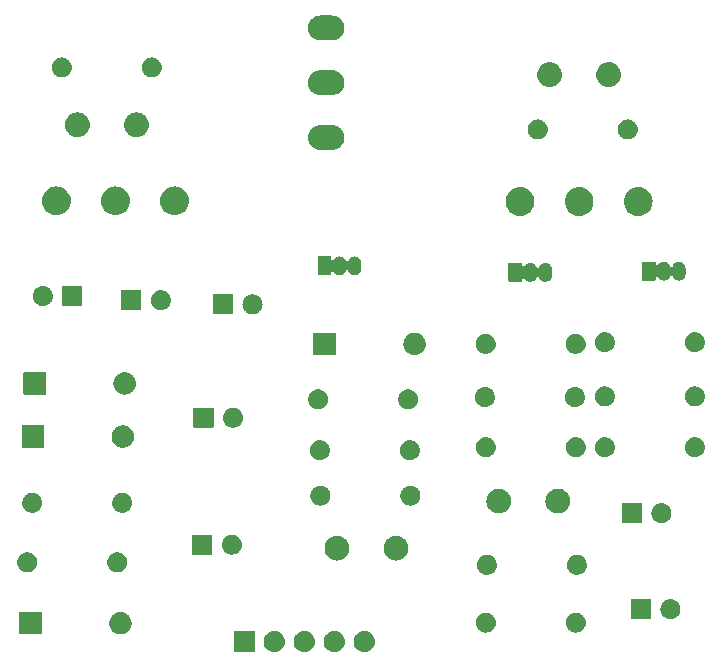
<source format=gbr>
G04 #@! TF.GenerationSoftware,KiCad,Pcbnew,7.0.11+dfsg-1build4*
G04 #@! TF.CreationDate,2026-01-25T21:49:34-05:00*
G04 #@! TF.ProjectId,compressor-01-bearhug,636f6d70-7265-4737-936f-722d30312d62,rev?*
G04 #@! TF.SameCoordinates,Original*
G04 #@! TF.FileFunction,Soldermask,Top*
G04 #@! TF.FilePolarity,Negative*
%FSLAX46Y46*%
G04 Gerber Fmt 4.6, Leading zero omitted, Abs format (unit mm)*
G04 Created by KiCad (PCBNEW 7.0.11+dfsg-1build4) date 2026-01-25 21:49:34*
%MOMM*%
%LPD*%
G01*
G04 APERTURE LIST*
G04 APERTURE END LIST*
G36*
X131369517Y-94552882D02*
G01*
X131386062Y-94563938D01*
X131397118Y-94580483D01*
X131401000Y-94600000D01*
X131401000Y-96300000D01*
X131397118Y-96319517D01*
X131386062Y-96336062D01*
X131369517Y-96347118D01*
X131350000Y-96351000D01*
X129650000Y-96351000D01*
X129630483Y-96347118D01*
X129613938Y-96336062D01*
X129602882Y-96319517D01*
X129599000Y-96300000D01*
X129599000Y-94600000D01*
X129602882Y-94580483D01*
X129613938Y-94563938D01*
X129630483Y-94552882D01*
X129650000Y-94549000D01*
X131350000Y-94549000D01*
X131369517Y-94552882D01*
G37*
G36*
X133083983Y-94553936D02*
G01*
X133134180Y-94553936D01*
X133177524Y-94563149D01*
X133215659Y-94566905D01*
X133263566Y-94581437D01*
X133318424Y-94593098D01*
X133353530Y-94608728D01*
X133384566Y-94618143D01*
X133433884Y-94644504D01*
X133490500Y-94669711D01*
X133516822Y-94688835D01*
X133540232Y-94701348D01*
X133587988Y-94740540D01*
X133642887Y-94780427D01*
X133660711Y-94800223D01*
X133676675Y-94813324D01*
X133719572Y-94865594D01*
X133768924Y-94920405D01*
X133779292Y-94938363D01*
X133788651Y-94949767D01*
X133823273Y-95014542D01*
X133863104Y-95083530D01*
X133867685Y-95097630D01*
X133871856Y-95105433D01*
X133894852Y-95181242D01*
X133921311Y-95262672D01*
X133922242Y-95271532D01*
X133923094Y-95274340D01*
X133931384Y-95358513D01*
X133941000Y-95450000D01*
X133931383Y-95541494D01*
X133923094Y-95625659D01*
X133922242Y-95628466D01*
X133921311Y-95637328D01*
X133894848Y-95718771D01*
X133871856Y-95794566D01*
X133867686Y-95802366D01*
X133863104Y-95816470D01*
X133823266Y-95885470D01*
X133788651Y-95950232D01*
X133779294Y-95961633D01*
X133768924Y-95979595D01*
X133719563Y-96034415D01*
X133676675Y-96086675D01*
X133660714Y-96099773D01*
X133642887Y-96119573D01*
X133587977Y-96159467D01*
X133540232Y-96198651D01*
X133516827Y-96211161D01*
X133490500Y-96230289D01*
X133433873Y-96255500D01*
X133384566Y-96281856D01*
X133353537Y-96291268D01*
X133318424Y-96306902D01*
X133263555Y-96318564D01*
X133215659Y-96333094D01*
X133177532Y-96336849D01*
X133134180Y-96346064D01*
X133083973Y-96346064D01*
X133040000Y-96350395D01*
X132996027Y-96346064D01*
X132945820Y-96346064D01*
X132902467Y-96336849D01*
X132864340Y-96333094D01*
X132816441Y-96318563D01*
X132761576Y-96306902D01*
X132726464Y-96291269D01*
X132695433Y-96281856D01*
X132646120Y-96255498D01*
X132589500Y-96230289D01*
X132563175Y-96211163D01*
X132539767Y-96198651D01*
X132492013Y-96159460D01*
X132437113Y-96119573D01*
X132419287Y-96099776D01*
X132403324Y-96086675D01*
X132360425Y-96034402D01*
X132311076Y-95979595D01*
X132300708Y-95961637D01*
X132291348Y-95950232D01*
X132256719Y-95885447D01*
X132216896Y-95816470D01*
X132212315Y-95802371D01*
X132208143Y-95794566D01*
X132185136Y-95718725D01*
X132158689Y-95637328D01*
X132157758Y-95628471D01*
X132156905Y-95625659D01*
X132148600Y-95541342D01*
X132139000Y-95450000D01*
X132148599Y-95358664D01*
X132156905Y-95274340D01*
X132157758Y-95271527D01*
X132158689Y-95262672D01*
X132185132Y-95181288D01*
X132208143Y-95105433D01*
X132212315Y-95097626D01*
X132216896Y-95083530D01*
X132256712Y-95014565D01*
X132291348Y-94949767D01*
X132300710Y-94938359D01*
X132311076Y-94920405D01*
X132360416Y-94865607D01*
X132403324Y-94813324D01*
X132419291Y-94800219D01*
X132437113Y-94780427D01*
X132492002Y-94740546D01*
X132539767Y-94701348D01*
X132563180Y-94688833D01*
X132589500Y-94669711D01*
X132646109Y-94644506D01*
X132695433Y-94618143D01*
X132726471Y-94608727D01*
X132761576Y-94593098D01*
X132816430Y-94581438D01*
X132864340Y-94566905D01*
X132902476Y-94563148D01*
X132945820Y-94553936D01*
X132996016Y-94553936D01*
X133040000Y-94549604D01*
X133083983Y-94553936D01*
G37*
G36*
X135623983Y-94553936D02*
G01*
X135674180Y-94553936D01*
X135717524Y-94563149D01*
X135755659Y-94566905D01*
X135803566Y-94581437D01*
X135858424Y-94593098D01*
X135893530Y-94608728D01*
X135924566Y-94618143D01*
X135973884Y-94644504D01*
X136030500Y-94669711D01*
X136056822Y-94688835D01*
X136080232Y-94701348D01*
X136127988Y-94740540D01*
X136182887Y-94780427D01*
X136200711Y-94800223D01*
X136216675Y-94813324D01*
X136259572Y-94865594D01*
X136308924Y-94920405D01*
X136319292Y-94938363D01*
X136328651Y-94949767D01*
X136363273Y-95014542D01*
X136403104Y-95083530D01*
X136407685Y-95097630D01*
X136411856Y-95105433D01*
X136434852Y-95181242D01*
X136461311Y-95262672D01*
X136462242Y-95271532D01*
X136463094Y-95274340D01*
X136471384Y-95358513D01*
X136481000Y-95450000D01*
X136471383Y-95541494D01*
X136463094Y-95625659D01*
X136462242Y-95628466D01*
X136461311Y-95637328D01*
X136434848Y-95718771D01*
X136411856Y-95794566D01*
X136407686Y-95802366D01*
X136403104Y-95816470D01*
X136363266Y-95885470D01*
X136328651Y-95950232D01*
X136319294Y-95961633D01*
X136308924Y-95979595D01*
X136259563Y-96034415D01*
X136216675Y-96086675D01*
X136200714Y-96099773D01*
X136182887Y-96119573D01*
X136127977Y-96159467D01*
X136080232Y-96198651D01*
X136056827Y-96211161D01*
X136030500Y-96230289D01*
X135973873Y-96255500D01*
X135924566Y-96281856D01*
X135893537Y-96291268D01*
X135858424Y-96306902D01*
X135803555Y-96318564D01*
X135755659Y-96333094D01*
X135717532Y-96336849D01*
X135674180Y-96346064D01*
X135623973Y-96346064D01*
X135580000Y-96350395D01*
X135536027Y-96346064D01*
X135485820Y-96346064D01*
X135442467Y-96336849D01*
X135404340Y-96333094D01*
X135356441Y-96318563D01*
X135301576Y-96306902D01*
X135266464Y-96291269D01*
X135235433Y-96281856D01*
X135186120Y-96255498D01*
X135129500Y-96230289D01*
X135103175Y-96211163D01*
X135079767Y-96198651D01*
X135032013Y-96159460D01*
X134977113Y-96119573D01*
X134959287Y-96099776D01*
X134943324Y-96086675D01*
X134900425Y-96034402D01*
X134851076Y-95979595D01*
X134840708Y-95961637D01*
X134831348Y-95950232D01*
X134796719Y-95885447D01*
X134756896Y-95816470D01*
X134752315Y-95802371D01*
X134748143Y-95794566D01*
X134725136Y-95718725D01*
X134698689Y-95637328D01*
X134697758Y-95628471D01*
X134696905Y-95625659D01*
X134688600Y-95541342D01*
X134679000Y-95450000D01*
X134688599Y-95358664D01*
X134696905Y-95274340D01*
X134697758Y-95271527D01*
X134698689Y-95262672D01*
X134725132Y-95181288D01*
X134748143Y-95105433D01*
X134752315Y-95097626D01*
X134756896Y-95083530D01*
X134796712Y-95014565D01*
X134831348Y-94949767D01*
X134840710Y-94938359D01*
X134851076Y-94920405D01*
X134900416Y-94865607D01*
X134943324Y-94813324D01*
X134959291Y-94800219D01*
X134977113Y-94780427D01*
X135032002Y-94740546D01*
X135079767Y-94701348D01*
X135103180Y-94688833D01*
X135129500Y-94669711D01*
X135186109Y-94644506D01*
X135235433Y-94618143D01*
X135266471Y-94608727D01*
X135301576Y-94593098D01*
X135356430Y-94581438D01*
X135404340Y-94566905D01*
X135442476Y-94563148D01*
X135485820Y-94553936D01*
X135536016Y-94553936D01*
X135580000Y-94549604D01*
X135623983Y-94553936D01*
G37*
G36*
X138163983Y-94553936D02*
G01*
X138214180Y-94553936D01*
X138257524Y-94563149D01*
X138295659Y-94566905D01*
X138343566Y-94581437D01*
X138398424Y-94593098D01*
X138433530Y-94608728D01*
X138464566Y-94618143D01*
X138513884Y-94644504D01*
X138570500Y-94669711D01*
X138596822Y-94688835D01*
X138620232Y-94701348D01*
X138667988Y-94740540D01*
X138722887Y-94780427D01*
X138740711Y-94800223D01*
X138756675Y-94813324D01*
X138799572Y-94865594D01*
X138848924Y-94920405D01*
X138859292Y-94938363D01*
X138868651Y-94949767D01*
X138903273Y-95014542D01*
X138943104Y-95083530D01*
X138947685Y-95097630D01*
X138951856Y-95105433D01*
X138974852Y-95181242D01*
X139001311Y-95262672D01*
X139002242Y-95271532D01*
X139003094Y-95274340D01*
X139011384Y-95358513D01*
X139021000Y-95450000D01*
X139011383Y-95541494D01*
X139003094Y-95625659D01*
X139002242Y-95628466D01*
X139001311Y-95637328D01*
X138974848Y-95718771D01*
X138951856Y-95794566D01*
X138947686Y-95802366D01*
X138943104Y-95816470D01*
X138903266Y-95885470D01*
X138868651Y-95950232D01*
X138859294Y-95961633D01*
X138848924Y-95979595D01*
X138799563Y-96034415D01*
X138756675Y-96086675D01*
X138740714Y-96099773D01*
X138722887Y-96119573D01*
X138667977Y-96159467D01*
X138620232Y-96198651D01*
X138596827Y-96211161D01*
X138570500Y-96230289D01*
X138513873Y-96255500D01*
X138464566Y-96281856D01*
X138433537Y-96291268D01*
X138398424Y-96306902D01*
X138343555Y-96318564D01*
X138295659Y-96333094D01*
X138257532Y-96336849D01*
X138214180Y-96346064D01*
X138163973Y-96346064D01*
X138120000Y-96350395D01*
X138076027Y-96346064D01*
X138025820Y-96346064D01*
X137982467Y-96336849D01*
X137944340Y-96333094D01*
X137896441Y-96318563D01*
X137841576Y-96306902D01*
X137806464Y-96291269D01*
X137775433Y-96281856D01*
X137726120Y-96255498D01*
X137669500Y-96230289D01*
X137643175Y-96211163D01*
X137619767Y-96198651D01*
X137572013Y-96159460D01*
X137517113Y-96119573D01*
X137499287Y-96099776D01*
X137483324Y-96086675D01*
X137440425Y-96034402D01*
X137391076Y-95979595D01*
X137380708Y-95961637D01*
X137371348Y-95950232D01*
X137336719Y-95885447D01*
X137296896Y-95816470D01*
X137292315Y-95802371D01*
X137288143Y-95794566D01*
X137265136Y-95718725D01*
X137238689Y-95637328D01*
X137237758Y-95628471D01*
X137236905Y-95625659D01*
X137228600Y-95541342D01*
X137219000Y-95450000D01*
X137228599Y-95358664D01*
X137236905Y-95274340D01*
X137237758Y-95271527D01*
X137238689Y-95262672D01*
X137265132Y-95181288D01*
X137288143Y-95105433D01*
X137292315Y-95097626D01*
X137296896Y-95083530D01*
X137336712Y-95014565D01*
X137371348Y-94949767D01*
X137380710Y-94938359D01*
X137391076Y-94920405D01*
X137440416Y-94865607D01*
X137483324Y-94813324D01*
X137499291Y-94800219D01*
X137517113Y-94780427D01*
X137572002Y-94740546D01*
X137619767Y-94701348D01*
X137643180Y-94688833D01*
X137669500Y-94669711D01*
X137726109Y-94644506D01*
X137775433Y-94618143D01*
X137806471Y-94608727D01*
X137841576Y-94593098D01*
X137896430Y-94581438D01*
X137944340Y-94566905D01*
X137982476Y-94563148D01*
X138025820Y-94553936D01*
X138076016Y-94553936D01*
X138120000Y-94549604D01*
X138163983Y-94553936D01*
G37*
G36*
X140703983Y-94553936D02*
G01*
X140754180Y-94553936D01*
X140797524Y-94563149D01*
X140835659Y-94566905D01*
X140883566Y-94581437D01*
X140938424Y-94593098D01*
X140973530Y-94608728D01*
X141004566Y-94618143D01*
X141053884Y-94644504D01*
X141110500Y-94669711D01*
X141136822Y-94688835D01*
X141160232Y-94701348D01*
X141207988Y-94740540D01*
X141262887Y-94780427D01*
X141280711Y-94800223D01*
X141296675Y-94813324D01*
X141339572Y-94865594D01*
X141388924Y-94920405D01*
X141399292Y-94938363D01*
X141408651Y-94949767D01*
X141443273Y-95014542D01*
X141483104Y-95083530D01*
X141487685Y-95097630D01*
X141491856Y-95105433D01*
X141514852Y-95181242D01*
X141541311Y-95262672D01*
X141542242Y-95271532D01*
X141543094Y-95274340D01*
X141551384Y-95358513D01*
X141561000Y-95450000D01*
X141551383Y-95541494D01*
X141543094Y-95625659D01*
X141542242Y-95628466D01*
X141541311Y-95637328D01*
X141514848Y-95718771D01*
X141491856Y-95794566D01*
X141487686Y-95802366D01*
X141483104Y-95816470D01*
X141443266Y-95885470D01*
X141408651Y-95950232D01*
X141399294Y-95961633D01*
X141388924Y-95979595D01*
X141339563Y-96034415D01*
X141296675Y-96086675D01*
X141280714Y-96099773D01*
X141262887Y-96119573D01*
X141207977Y-96159467D01*
X141160232Y-96198651D01*
X141136827Y-96211161D01*
X141110500Y-96230289D01*
X141053873Y-96255500D01*
X141004566Y-96281856D01*
X140973537Y-96291268D01*
X140938424Y-96306902D01*
X140883555Y-96318564D01*
X140835659Y-96333094D01*
X140797532Y-96336849D01*
X140754180Y-96346064D01*
X140703973Y-96346064D01*
X140660000Y-96350395D01*
X140616027Y-96346064D01*
X140565820Y-96346064D01*
X140522467Y-96336849D01*
X140484340Y-96333094D01*
X140436441Y-96318563D01*
X140381576Y-96306902D01*
X140346464Y-96291269D01*
X140315433Y-96281856D01*
X140266120Y-96255498D01*
X140209500Y-96230289D01*
X140183175Y-96211163D01*
X140159767Y-96198651D01*
X140112013Y-96159460D01*
X140057113Y-96119573D01*
X140039287Y-96099776D01*
X140023324Y-96086675D01*
X139980425Y-96034402D01*
X139931076Y-95979595D01*
X139920708Y-95961637D01*
X139911348Y-95950232D01*
X139876719Y-95885447D01*
X139836896Y-95816470D01*
X139832315Y-95802371D01*
X139828143Y-95794566D01*
X139805136Y-95718725D01*
X139778689Y-95637328D01*
X139777758Y-95628471D01*
X139776905Y-95625659D01*
X139768600Y-95541342D01*
X139759000Y-95450000D01*
X139768599Y-95358664D01*
X139776905Y-95274340D01*
X139777758Y-95271527D01*
X139778689Y-95262672D01*
X139805132Y-95181288D01*
X139828143Y-95105433D01*
X139832315Y-95097626D01*
X139836896Y-95083530D01*
X139876712Y-95014565D01*
X139911348Y-94949767D01*
X139920710Y-94938359D01*
X139931076Y-94920405D01*
X139980416Y-94865607D01*
X140023324Y-94813324D01*
X140039291Y-94800219D01*
X140057113Y-94780427D01*
X140112002Y-94740546D01*
X140159767Y-94701348D01*
X140183180Y-94688833D01*
X140209500Y-94669711D01*
X140266109Y-94644506D01*
X140315433Y-94618143D01*
X140346471Y-94608727D01*
X140381576Y-94593098D01*
X140436430Y-94581438D01*
X140484340Y-94566905D01*
X140522476Y-94563148D01*
X140565820Y-94553936D01*
X140616016Y-94553936D01*
X140660000Y-94549604D01*
X140703983Y-94553936D01*
G37*
G36*
X113319517Y-92952882D02*
G01*
X113336062Y-92963938D01*
X113347118Y-92980483D01*
X113351000Y-93000000D01*
X113351000Y-94800000D01*
X113347118Y-94819517D01*
X113336062Y-94836062D01*
X113319517Y-94847118D01*
X113300000Y-94851000D01*
X111500000Y-94851000D01*
X111480483Y-94847118D01*
X111463938Y-94836062D01*
X111452882Y-94819517D01*
X111449000Y-94800000D01*
X111449000Y-93000000D01*
X111452882Y-92980483D01*
X111463938Y-92963938D01*
X111480483Y-92952882D01*
X111500000Y-92949000D01*
X113300000Y-92949000D01*
X113319517Y-92952882D01*
G37*
G36*
X120066604Y-92953590D02*
G01*
X120107696Y-92953590D01*
X120153456Y-92962144D01*
X120205531Y-92967273D01*
X120245091Y-92979273D01*
X120280111Y-92985820D01*
X120328617Y-93004611D01*
X120383932Y-93021391D01*
X120415534Y-93038282D01*
X120443656Y-93049177D01*
X120492513Y-93079428D01*
X120548347Y-93109272D01*
X120571809Y-93128526D01*
X120592784Y-93141514D01*
X120639256Y-93183879D01*
X120692459Y-93227541D01*
X120708224Y-93246751D01*
X120722400Y-93259674D01*
X120763557Y-93314174D01*
X120810728Y-93371653D01*
X120819848Y-93388717D01*
X120828099Y-93399642D01*
X120860925Y-93465566D01*
X120898609Y-93536068D01*
X120902628Y-93549316D01*
X120906282Y-93556655D01*
X120927864Y-93632507D01*
X120952727Y-93714469D01*
X120953543Y-93722762D01*
X120954280Y-93725350D01*
X120961937Y-93807982D01*
X120971000Y-93900000D01*
X120961936Y-93992026D01*
X120954280Y-94074649D01*
X120953544Y-94077235D01*
X120952727Y-94085531D01*
X120927859Y-94167507D01*
X120906282Y-94243344D01*
X120902628Y-94250680D01*
X120898609Y-94263932D01*
X120860917Y-94334447D01*
X120828099Y-94400357D01*
X120819850Y-94411279D01*
X120810728Y-94428347D01*
X120763547Y-94485836D01*
X120722400Y-94540325D01*
X120708227Y-94553244D01*
X120692459Y-94572459D01*
X120639245Y-94616129D01*
X120592784Y-94658485D01*
X120571814Y-94671469D01*
X120548347Y-94690728D01*
X120492502Y-94720577D01*
X120443656Y-94750822D01*
X120415541Y-94761713D01*
X120383932Y-94778609D01*
X120328605Y-94795392D01*
X120280111Y-94814179D01*
X120245098Y-94820724D01*
X120205531Y-94832727D01*
X120153453Y-94837856D01*
X120107696Y-94846410D01*
X120066604Y-94846410D01*
X120020000Y-94851000D01*
X119973396Y-94846410D01*
X119932304Y-94846410D01*
X119886545Y-94837856D01*
X119834469Y-94832727D01*
X119794902Y-94820724D01*
X119759888Y-94814179D01*
X119711389Y-94795390D01*
X119656068Y-94778609D01*
X119624461Y-94761714D01*
X119596343Y-94750822D01*
X119547490Y-94720573D01*
X119491653Y-94690728D01*
X119468188Y-94671471D01*
X119447215Y-94658485D01*
X119400744Y-94616121D01*
X119347541Y-94572459D01*
X119331775Y-94553248D01*
X119317599Y-94540325D01*
X119276439Y-94485821D01*
X119229272Y-94428347D01*
X119220151Y-94411284D01*
X119211900Y-94400357D01*
X119179067Y-94334420D01*
X119141391Y-94263932D01*
X119137372Y-94250685D01*
X119133717Y-94243344D01*
X119112124Y-94167454D01*
X119087273Y-94085531D01*
X119086456Y-94077241D01*
X119085719Y-94074649D01*
X119078046Y-93991854D01*
X119069000Y-93900000D01*
X119078045Y-93808153D01*
X119085719Y-93725350D01*
X119086456Y-93722757D01*
X119087273Y-93714469D01*
X119112119Y-93632560D01*
X119133717Y-93556655D01*
X119137373Y-93549311D01*
X119141391Y-93536068D01*
X119179060Y-93465593D01*
X119211900Y-93399642D01*
X119220153Y-93388712D01*
X119229272Y-93371653D01*
X119276430Y-93314190D01*
X119317599Y-93259674D01*
X119331778Y-93246747D01*
X119347541Y-93227541D01*
X119400733Y-93183887D01*
X119447215Y-93141514D01*
X119468193Y-93128524D01*
X119491653Y-93109272D01*
X119547478Y-93079432D01*
X119596343Y-93049177D01*
X119624467Y-93038281D01*
X119656068Y-93021391D01*
X119711377Y-93004612D01*
X119759888Y-92985820D01*
X119794909Y-92979273D01*
X119834469Y-92967273D01*
X119886542Y-92962144D01*
X119932304Y-92953590D01*
X119973396Y-92953590D01*
X120020000Y-92949000D01*
X120066604Y-92953590D01*
G37*
G36*
X150991199Y-93003662D02*
G01*
X151038954Y-93003662D01*
X151080194Y-93012427D01*
X151115901Y-93015945D01*
X151160759Y-93029552D01*
X151212973Y-93040651D01*
X151246384Y-93055526D01*
X151275435Y-93064339D01*
X151321602Y-93089015D01*
X151375500Y-93113012D01*
X151400554Y-93131215D01*
X151422453Y-93142920D01*
X151467128Y-93179584D01*
X151519430Y-93217584D01*
X151536411Y-93236443D01*
X151551320Y-93248679D01*
X151591387Y-93297501D01*
X151638473Y-93349795D01*
X151648364Y-93366927D01*
X151657079Y-93377546D01*
X151689306Y-93437840D01*
X151727427Y-93503867D01*
X151731813Y-93517368D01*
X151735660Y-93524564D01*
X151756861Y-93594455D01*
X151782404Y-93673067D01*
X151783303Y-93681623D01*
X151784054Y-93684098D01*
X151791371Y-93758389D01*
X151801000Y-93850000D01*
X151791370Y-93941619D01*
X151784054Y-94015901D01*
X151783303Y-94018375D01*
X151782404Y-94026933D01*
X151756856Y-94105558D01*
X151735660Y-94175435D01*
X151731814Y-94182629D01*
X151727427Y-94196133D01*
X151689299Y-94262172D01*
X151657079Y-94322453D01*
X151648366Y-94333069D01*
X151638473Y-94350205D01*
X151591378Y-94402509D01*
X151551320Y-94451320D01*
X151536414Y-94463552D01*
X151519430Y-94482416D01*
X151467118Y-94520423D01*
X151422453Y-94557079D01*
X151400559Y-94568780D01*
X151375500Y-94586988D01*
X151321591Y-94610989D01*
X151275435Y-94635660D01*
X151246391Y-94644470D01*
X151212973Y-94659349D01*
X151160748Y-94670449D01*
X151115901Y-94684054D01*
X151080203Y-94687570D01*
X151038954Y-94696338D01*
X150991188Y-94696338D01*
X150950000Y-94700395D01*
X150908811Y-94696338D01*
X150861046Y-94696338D01*
X150819797Y-94687570D01*
X150784098Y-94684054D01*
X150739248Y-94670448D01*
X150687027Y-94659349D01*
X150653610Y-94644471D01*
X150624564Y-94635660D01*
X150578402Y-94610986D01*
X150524500Y-94586988D01*
X150499443Y-94568783D01*
X150477546Y-94557079D01*
X150432873Y-94520416D01*
X150380570Y-94482416D01*
X150363588Y-94463555D01*
X150348679Y-94451320D01*
X150308610Y-94402496D01*
X150261527Y-94350205D01*
X150251636Y-94333073D01*
X150242920Y-94322453D01*
X150210687Y-94262148D01*
X150172573Y-94196133D01*
X150168186Y-94182634D01*
X150164339Y-94175435D01*
X150143128Y-94105512D01*
X150117596Y-94026933D01*
X150116697Y-94018380D01*
X150115945Y-94015901D01*
X150108613Y-93941467D01*
X150099000Y-93850000D01*
X150108612Y-93758540D01*
X150115945Y-93684098D01*
X150116697Y-93681618D01*
X150117596Y-93673067D01*
X150143123Y-93594502D01*
X150164339Y-93524564D01*
X150168187Y-93517363D01*
X150172573Y-93503867D01*
X150210680Y-93437863D01*
X150242920Y-93377546D01*
X150251638Y-93366923D01*
X150261527Y-93349795D01*
X150308601Y-93297513D01*
X150348679Y-93248679D01*
X150363591Y-93236440D01*
X150380570Y-93217584D01*
X150432862Y-93179591D01*
X150477546Y-93142920D01*
X150499448Y-93131213D01*
X150524500Y-93113012D01*
X150578391Y-93089018D01*
X150624564Y-93064339D01*
X150653617Y-93055525D01*
X150687027Y-93040651D01*
X150739237Y-93029553D01*
X150784098Y-93015945D01*
X150819806Y-93012427D01*
X150861046Y-93003662D01*
X150908801Y-93003662D01*
X150950000Y-92999604D01*
X150991199Y-93003662D01*
G37*
G36*
X158611199Y-93003662D02*
G01*
X158658954Y-93003662D01*
X158700194Y-93012427D01*
X158735901Y-93015945D01*
X158780759Y-93029552D01*
X158832973Y-93040651D01*
X158866384Y-93055526D01*
X158895435Y-93064339D01*
X158941602Y-93089015D01*
X158995500Y-93113012D01*
X159020554Y-93131215D01*
X159042453Y-93142920D01*
X159087128Y-93179584D01*
X159139430Y-93217584D01*
X159156411Y-93236443D01*
X159171320Y-93248679D01*
X159211387Y-93297501D01*
X159258473Y-93349795D01*
X159268364Y-93366927D01*
X159277079Y-93377546D01*
X159309306Y-93437840D01*
X159347427Y-93503867D01*
X159351813Y-93517368D01*
X159355660Y-93524564D01*
X159376861Y-93594455D01*
X159402404Y-93673067D01*
X159403303Y-93681623D01*
X159404054Y-93684098D01*
X159411371Y-93758389D01*
X159421000Y-93850000D01*
X159411370Y-93941619D01*
X159404054Y-94015901D01*
X159403303Y-94018375D01*
X159402404Y-94026933D01*
X159376856Y-94105558D01*
X159355660Y-94175435D01*
X159351814Y-94182629D01*
X159347427Y-94196133D01*
X159309299Y-94262172D01*
X159277079Y-94322453D01*
X159268366Y-94333069D01*
X159258473Y-94350205D01*
X159211378Y-94402509D01*
X159171320Y-94451320D01*
X159156414Y-94463552D01*
X159139430Y-94482416D01*
X159087118Y-94520423D01*
X159042453Y-94557079D01*
X159020559Y-94568780D01*
X158995500Y-94586988D01*
X158941591Y-94610989D01*
X158895435Y-94635660D01*
X158866391Y-94644470D01*
X158832973Y-94659349D01*
X158780748Y-94670449D01*
X158735901Y-94684054D01*
X158700203Y-94687570D01*
X158658954Y-94696338D01*
X158611188Y-94696338D01*
X158570000Y-94700395D01*
X158528811Y-94696338D01*
X158481046Y-94696338D01*
X158439797Y-94687570D01*
X158404098Y-94684054D01*
X158359248Y-94670448D01*
X158307027Y-94659349D01*
X158273610Y-94644471D01*
X158244564Y-94635660D01*
X158198402Y-94610986D01*
X158144500Y-94586988D01*
X158119443Y-94568783D01*
X158097546Y-94557079D01*
X158052873Y-94520416D01*
X158000570Y-94482416D01*
X157983588Y-94463555D01*
X157968679Y-94451320D01*
X157928610Y-94402496D01*
X157881527Y-94350205D01*
X157871636Y-94333073D01*
X157862920Y-94322453D01*
X157830687Y-94262148D01*
X157792573Y-94196133D01*
X157788186Y-94182634D01*
X157784339Y-94175435D01*
X157763128Y-94105512D01*
X157737596Y-94026933D01*
X157736697Y-94018380D01*
X157735945Y-94015901D01*
X157728613Y-93941467D01*
X157719000Y-93850000D01*
X157728612Y-93758540D01*
X157735945Y-93684098D01*
X157736697Y-93681618D01*
X157737596Y-93673067D01*
X157763123Y-93594502D01*
X157784339Y-93524564D01*
X157788187Y-93517363D01*
X157792573Y-93503867D01*
X157830680Y-93437863D01*
X157862920Y-93377546D01*
X157871638Y-93366923D01*
X157881527Y-93349795D01*
X157928601Y-93297513D01*
X157968679Y-93248679D01*
X157983591Y-93236440D01*
X158000570Y-93217584D01*
X158052862Y-93179591D01*
X158097546Y-93142920D01*
X158119448Y-93131213D01*
X158144500Y-93113012D01*
X158198391Y-93089018D01*
X158244564Y-93064339D01*
X158273617Y-93055525D01*
X158307027Y-93040651D01*
X158359237Y-93029553D01*
X158404098Y-93015945D01*
X158439806Y-93012427D01*
X158481046Y-93003662D01*
X158528801Y-93003662D01*
X158570000Y-92999604D01*
X158611199Y-93003662D01*
G37*
G36*
X164903517Y-91862882D02*
G01*
X164920062Y-91873938D01*
X164931118Y-91890483D01*
X164935000Y-91910000D01*
X164935000Y-93510000D01*
X164931118Y-93529517D01*
X164920062Y-93546062D01*
X164903517Y-93557118D01*
X164884000Y-93561000D01*
X163284000Y-93561000D01*
X163264483Y-93557118D01*
X163247938Y-93546062D01*
X163236882Y-93529517D01*
X163233000Y-93510000D01*
X163233000Y-91910000D01*
X163236882Y-91890483D01*
X163247938Y-91873938D01*
X163264483Y-91862882D01*
X163284000Y-91859000D01*
X164884000Y-91859000D01*
X164903517Y-91862882D01*
G37*
G36*
X166625199Y-91863662D02*
G01*
X166672954Y-91863662D01*
X166714194Y-91872427D01*
X166749901Y-91875945D01*
X166794759Y-91889552D01*
X166846973Y-91900651D01*
X166880384Y-91915526D01*
X166909435Y-91924339D01*
X166955602Y-91949015D01*
X167009500Y-91973012D01*
X167034554Y-91991215D01*
X167056453Y-92002920D01*
X167101128Y-92039584D01*
X167153430Y-92077584D01*
X167170411Y-92096443D01*
X167185320Y-92108679D01*
X167225387Y-92157501D01*
X167272473Y-92209795D01*
X167282364Y-92226927D01*
X167291079Y-92237546D01*
X167323306Y-92297840D01*
X167361427Y-92363867D01*
X167365813Y-92377368D01*
X167369660Y-92384564D01*
X167390861Y-92454455D01*
X167416404Y-92533067D01*
X167417303Y-92541623D01*
X167418054Y-92544098D01*
X167425371Y-92618389D01*
X167435000Y-92710000D01*
X167425370Y-92801619D01*
X167418054Y-92875901D01*
X167417303Y-92878375D01*
X167416404Y-92886933D01*
X167390856Y-92965558D01*
X167369660Y-93035435D01*
X167365814Y-93042629D01*
X167361427Y-93056133D01*
X167323299Y-93122172D01*
X167291079Y-93182453D01*
X167282366Y-93193069D01*
X167272473Y-93210205D01*
X167225378Y-93262509D01*
X167185320Y-93311320D01*
X167170414Y-93323552D01*
X167153430Y-93342416D01*
X167101118Y-93380423D01*
X167056453Y-93417079D01*
X167034559Y-93428780D01*
X167009500Y-93446988D01*
X166955591Y-93470989D01*
X166909435Y-93495660D01*
X166880391Y-93504470D01*
X166846973Y-93519349D01*
X166794748Y-93530449D01*
X166749901Y-93544054D01*
X166714203Y-93547570D01*
X166672954Y-93556338D01*
X166625188Y-93556338D01*
X166584000Y-93560395D01*
X166542811Y-93556338D01*
X166495046Y-93556338D01*
X166453797Y-93547570D01*
X166418098Y-93544054D01*
X166373248Y-93530448D01*
X166321027Y-93519349D01*
X166287610Y-93504471D01*
X166258564Y-93495660D01*
X166212402Y-93470986D01*
X166158500Y-93446988D01*
X166133443Y-93428783D01*
X166111546Y-93417079D01*
X166066873Y-93380416D01*
X166014570Y-93342416D01*
X165997588Y-93323555D01*
X165982679Y-93311320D01*
X165942610Y-93262496D01*
X165895527Y-93210205D01*
X165885636Y-93193073D01*
X165876920Y-93182453D01*
X165844687Y-93122148D01*
X165806573Y-93056133D01*
X165802186Y-93042634D01*
X165798339Y-93035435D01*
X165777128Y-92965512D01*
X165751596Y-92886933D01*
X165750697Y-92878380D01*
X165749945Y-92875901D01*
X165742613Y-92801467D01*
X165733000Y-92710000D01*
X165742612Y-92618540D01*
X165749945Y-92544098D01*
X165750697Y-92541618D01*
X165751596Y-92533067D01*
X165777123Y-92454502D01*
X165798339Y-92384564D01*
X165802187Y-92377363D01*
X165806573Y-92363867D01*
X165844680Y-92297863D01*
X165876920Y-92237546D01*
X165885638Y-92226923D01*
X165895527Y-92209795D01*
X165942601Y-92157513D01*
X165982679Y-92108679D01*
X165997591Y-92096440D01*
X166014570Y-92077584D01*
X166066862Y-92039591D01*
X166111546Y-92002920D01*
X166133448Y-91991213D01*
X166158500Y-91973012D01*
X166212391Y-91949018D01*
X166258564Y-91924339D01*
X166287617Y-91915525D01*
X166321027Y-91900651D01*
X166373237Y-91889553D01*
X166418098Y-91875945D01*
X166453806Y-91872427D01*
X166495046Y-91863662D01*
X166542801Y-91863662D01*
X166584000Y-91859604D01*
X166625199Y-91863662D01*
G37*
G36*
X151091199Y-88103662D02*
G01*
X151138954Y-88103662D01*
X151180194Y-88112427D01*
X151215901Y-88115945D01*
X151260759Y-88129552D01*
X151312973Y-88140651D01*
X151346384Y-88155526D01*
X151375435Y-88164339D01*
X151421602Y-88189015D01*
X151475500Y-88213012D01*
X151500554Y-88231215D01*
X151522453Y-88242920D01*
X151567128Y-88279584D01*
X151619430Y-88317584D01*
X151636411Y-88336443D01*
X151651320Y-88348679D01*
X151691387Y-88397501D01*
X151738473Y-88449795D01*
X151748364Y-88466927D01*
X151757079Y-88477546D01*
X151789306Y-88537840D01*
X151827427Y-88603867D01*
X151831813Y-88617368D01*
X151835660Y-88624564D01*
X151856861Y-88694455D01*
X151882404Y-88773067D01*
X151883303Y-88781623D01*
X151884054Y-88784098D01*
X151891371Y-88858389D01*
X151901000Y-88950000D01*
X151891370Y-89041619D01*
X151884054Y-89115901D01*
X151883303Y-89118375D01*
X151882404Y-89126933D01*
X151856856Y-89205558D01*
X151835660Y-89275435D01*
X151831814Y-89282629D01*
X151827427Y-89296133D01*
X151789299Y-89362172D01*
X151757079Y-89422453D01*
X151748366Y-89433069D01*
X151738473Y-89450205D01*
X151691378Y-89502509D01*
X151651320Y-89551320D01*
X151636414Y-89563552D01*
X151619430Y-89582416D01*
X151567118Y-89620423D01*
X151522453Y-89657079D01*
X151500559Y-89668780D01*
X151475500Y-89686988D01*
X151421591Y-89710989D01*
X151375435Y-89735660D01*
X151346391Y-89744470D01*
X151312973Y-89759349D01*
X151260748Y-89770449D01*
X151215901Y-89784054D01*
X151180203Y-89787570D01*
X151138954Y-89796338D01*
X151091188Y-89796338D01*
X151050000Y-89800395D01*
X151008811Y-89796338D01*
X150961046Y-89796338D01*
X150919797Y-89787570D01*
X150884098Y-89784054D01*
X150839248Y-89770448D01*
X150787027Y-89759349D01*
X150753610Y-89744471D01*
X150724564Y-89735660D01*
X150678402Y-89710986D01*
X150624500Y-89686988D01*
X150599443Y-89668783D01*
X150577546Y-89657079D01*
X150532873Y-89620416D01*
X150480570Y-89582416D01*
X150463588Y-89563555D01*
X150448679Y-89551320D01*
X150408610Y-89502496D01*
X150361527Y-89450205D01*
X150351636Y-89433073D01*
X150342920Y-89422453D01*
X150310687Y-89362148D01*
X150272573Y-89296133D01*
X150268186Y-89282634D01*
X150264339Y-89275435D01*
X150243128Y-89205512D01*
X150217596Y-89126933D01*
X150216697Y-89118380D01*
X150215945Y-89115901D01*
X150208613Y-89041467D01*
X150199000Y-88950000D01*
X150208612Y-88858540D01*
X150215945Y-88784098D01*
X150216697Y-88781618D01*
X150217596Y-88773067D01*
X150243123Y-88694502D01*
X150264339Y-88624564D01*
X150268187Y-88617363D01*
X150272573Y-88603867D01*
X150310680Y-88537863D01*
X150342920Y-88477546D01*
X150351638Y-88466923D01*
X150361527Y-88449795D01*
X150408601Y-88397513D01*
X150448679Y-88348679D01*
X150463591Y-88336440D01*
X150480570Y-88317584D01*
X150532862Y-88279591D01*
X150577546Y-88242920D01*
X150599448Y-88231213D01*
X150624500Y-88213012D01*
X150678391Y-88189018D01*
X150724564Y-88164339D01*
X150753617Y-88155525D01*
X150787027Y-88140651D01*
X150839237Y-88129553D01*
X150884098Y-88115945D01*
X150919806Y-88112427D01*
X150961046Y-88103662D01*
X151008801Y-88103662D01*
X151050000Y-88099604D01*
X151091199Y-88103662D01*
G37*
G36*
X158711199Y-88103662D02*
G01*
X158758954Y-88103662D01*
X158800194Y-88112427D01*
X158835901Y-88115945D01*
X158880759Y-88129552D01*
X158932973Y-88140651D01*
X158966384Y-88155526D01*
X158995435Y-88164339D01*
X159041602Y-88189015D01*
X159095500Y-88213012D01*
X159120554Y-88231215D01*
X159142453Y-88242920D01*
X159187128Y-88279584D01*
X159239430Y-88317584D01*
X159256411Y-88336443D01*
X159271320Y-88348679D01*
X159311387Y-88397501D01*
X159358473Y-88449795D01*
X159368364Y-88466927D01*
X159377079Y-88477546D01*
X159409306Y-88537840D01*
X159447427Y-88603867D01*
X159451813Y-88617368D01*
X159455660Y-88624564D01*
X159476861Y-88694455D01*
X159502404Y-88773067D01*
X159503303Y-88781623D01*
X159504054Y-88784098D01*
X159511371Y-88858389D01*
X159521000Y-88950000D01*
X159511370Y-89041619D01*
X159504054Y-89115901D01*
X159503303Y-89118375D01*
X159502404Y-89126933D01*
X159476856Y-89205558D01*
X159455660Y-89275435D01*
X159451814Y-89282629D01*
X159447427Y-89296133D01*
X159409299Y-89362172D01*
X159377079Y-89422453D01*
X159368366Y-89433069D01*
X159358473Y-89450205D01*
X159311378Y-89502509D01*
X159271320Y-89551320D01*
X159256414Y-89563552D01*
X159239430Y-89582416D01*
X159187118Y-89620423D01*
X159142453Y-89657079D01*
X159120559Y-89668780D01*
X159095500Y-89686988D01*
X159041591Y-89710989D01*
X158995435Y-89735660D01*
X158966391Y-89744470D01*
X158932973Y-89759349D01*
X158880748Y-89770449D01*
X158835901Y-89784054D01*
X158800203Y-89787570D01*
X158758954Y-89796338D01*
X158711188Y-89796338D01*
X158670000Y-89800395D01*
X158628811Y-89796338D01*
X158581046Y-89796338D01*
X158539797Y-89787570D01*
X158504098Y-89784054D01*
X158459248Y-89770448D01*
X158407027Y-89759349D01*
X158373610Y-89744471D01*
X158344564Y-89735660D01*
X158298402Y-89710986D01*
X158244500Y-89686988D01*
X158219443Y-89668783D01*
X158197546Y-89657079D01*
X158152873Y-89620416D01*
X158100570Y-89582416D01*
X158083588Y-89563555D01*
X158068679Y-89551320D01*
X158028610Y-89502496D01*
X157981527Y-89450205D01*
X157971636Y-89433073D01*
X157962920Y-89422453D01*
X157930687Y-89362148D01*
X157892573Y-89296133D01*
X157888186Y-89282634D01*
X157884339Y-89275435D01*
X157863128Y-89205512D01*
X157837596Y-89126933D01*
X157836697Y-89118380D01*
X157835945Y-89115901D01*
X157828613Y-89041467D01*
X157819000Y-88950000D01*
X157828612Y-88858540D01*
X157835945Y-88784098D01*
X157836697Y-88781618D01*
X157837596Y-88773067D01*
X157863123Y-88694502D01*
X157884339Y-88624564D01*
X157888187Y-88617363D01*
X157892573Y-88603867D01*
X157930680Y-88537863D01*
X157962920Y-88477546D01*
X157971638Y-88466923D01*
X157981527Y-88449795D01*
X158028601Y-88397513D01*
X158068679Y-88348679D01*
X158083591Y-88336440D01*
X158100570Y-88317584D01*
X158152862Y-88279591D01*
X158197546Y-88242920D01*
X158219448Y-88231213D01*
X158244500Y-88213012D01*
X158298391Y-88189018D01*
X158344564Y-88164339D01*
X158373617Y-88155525D01*
X158407027Y-88140651D01*
X158459237Y-88129553D01*
X158504098Y-88115945D01*
X158539806Y-88112427D01*
X158581046Y-88103662D01*
X158628801Y-88103662D01*
X158670000Y-88099604D01*
X158711199Y-88103662D01*
G37*
G36*
X112171199Y-87903662D02*
G01*
X112218954Y-87903662D01*
X112260194Y-87912427D01*
X112295901Y-87915945D01*
X112340759Y-87929552D01*
X112392973Y-87940651D01*
X112426384Y-87955526D01*
X112455435Y-87964339D01*
X112501602Y-87989015D01*
X112555500Y-88013012D01*
X112580554Y-88031215D01*
X112602453Y-88042920D01*
X112647128Y-88079584D01*
X112699430Y-88117584D01*
X112716411Y-88136443D01*
X112731320Y-88148679D01*
X112771387Y-88197501D01*
X112818473Y-88249795D01*
X112828364Y-88266927D01*
X112837079Y-88277546D01*
X112869306Y-88337840D01*
X112907427Y-88403867D01*
X112911813Y-88417368D01*
X112915660Y-88424564D01*
X112936861Y-88494455D01*
X112962404Y-88573067D01*
X112963303Y-88581623D01*
X112964054Y-88584098D01*
X112971371Y-88658389D01*
X112981000Y-88750000D01*
X112971370Y-88841619D01*
X112964054Y-88915901D01*
X112963303Y-88918375D01*
X112962404Y-88926933D01*
X112936856Y-89005558D01*
X112915660Y-89075435D01*
X112911814Y-89082629D01*
X112907427Y-89096133D01*
X112869299Y-89162172D01*
X112837079Y-89222453D01*
X112828366Y-89233069D01*
X112818473Y-89250205D01*
X112771378Y-89302509D01*
X112731320Y-89351320D01*
X112716414Y-89363552D01*
X112699430Y-89382416D01*
X112647118Y-89420423D01*
X112602453Y-89457079D01*
X112580559Y-89468780D01*
X112555500Y-89486988D01*
X112501591Y-89510989D01*
X112455435Y-89535660D01*
X112426391Y-89544470D01*
X112392973Y-89559349D01*
X112340748Y-89570449D01*
X112295901Y-89584054D01*
X112260203Y-89587570D01*
X112218954Y-89596338D01*
X112171188Y-89596338D01*
X112130000Y-89600395D01*
X112088811Y-89596338D01*
X112041046Y-89596338D01*
X111999797Y-89587570D01*
X111964098Y-89584054D01*
X111919248Y-89570448D01*
X111867027Y-89559349D01*
X111833610Y-89544471D01*
X111804564Y-89535660D01*
X111758402Y-89510986D01*
X111704500Y-89486988D01*
X111679443Y-89468783D01*
X111657546Y-89457079D01*
X111612873Y-89420416D01*
X111560570Y-89382416D01*
X111543588Y-89363555D01*
X111528679Y-89351320D01*
X111488610Y-89302496D01*
X111441527Y-89250205D01*
X111431636Y-89233073D01*
X111422920Y-89222453D01*
X111390687Y-89162148D01*
X111352573Y-89096133D01*
X111348186Y-89082634D01*
X111344339Y-89075435D01*
X111323128Y-89005512D01*
X111297596Y-88926933D01*
X111296697Y-88918380D01*
X111295945Y-88915901D01*
X111288613Y-88841467D01*
X111279000Y-88750000D01*
X111288612Y-88658540D01*
X111295945Y-88584098D01*
X111296697Y-88581618D01*
X111297596Y-88573067D01*
X111323123Y-88494502D01*
X111344339Y-88424564D01*
X111348187Y-88417363D01*
X111352573Y-88403867D01*
X111390680Y-88337863D01*
X111422920Y-88277546D01*
X111431638Y-88266923D01*
X111441527Y-88249795D01*
X111488601Y-88197513D01*
X111528679Y-88148679D01*
X111543591Y-88136440D01*
X111560570Y-88117584D01*
X111612862Y-88079591D01*
X111657546Y-88042920D01*
X111679448Y-88031213D01*
X111704500Y-88013012D01*
X111758391Y-87989018D01*
X111804564Y-87964339D01*
X111833617Y-87955525D01*
X111867027Y-87940651D01*
X111919237Y-87929553D01*
X111964098Y-87915945D01*
X111999806Y-87912427D01*
X112041046Y-87903662D01*
X112088801Y-87903662D01*
X112130000Y-87899604D01*
X112171199Y-87903662D01*
G37*
G36*
X119791199Y-87903662D02*
G01*
X119838954Y-87903662D01*
X119880194Y-87912427D01*
X119915901Y-87915945D01*
X119960759Y-87929552D01*
X120012973Y-87940651D01*
X120046384Y-87955526D01*
X120075435Y-87964339D01*
X120121602Y-87989015D01*
X120175500Y-88013012D01*
X120200554Y-88031215D01*
X120222453Y-88042920D01*
X120267128Y-88079584D01*
X120319430Y-88117584D01*
X120336411Y-88136443D01*
X120351320Y-88148679D01*
X120391387Y-88197501D01*
X120438473Y-88249795D01*
X120448364Y-88266927D01*
X120457079Y-88277546D01*
X120489306Y-88337840D01*
X120527427Y-88403867D01*
X120531813Y-88417368D01*
X120535660Y-88424564D01*
X120556861Y-88494455D01*
X120582404Y-88573067D01*
X120583303Y-88581623D01*
X120584054Y-88584098D01*
X120591371Y-88658389D01*
X120601000Y-88750000D01*
X120591370Y-88841619D01*
X120584054Y-88915901D01*
X120583303Y-88918375D01*
X120582404Y-88926933D01*
X120556856Y-89005558D01*
X120535660Y-89075435D01*
X120531814Y-89082629D01*
X120527427Y-89096133D01*
X120489299Y-89162172D01*
X120457079Y-89222453D01*
X120448366Y-89233069D01*
X120438473Y-89250205D01*
X120391378Y-89302509D01*
X120351320Y-89351320D01*
X120336414Y-89363552D01*
X120319430Y-89382416D01*
X120267118Y-89420423D01*
X120222453Y-89457079D01*
X120200559Y-89468780D01*
X120175500Y-89486988D01*
X120121591Y-89510989D01*
X120075435Y-89535660D01*
X120046391Y-89544470D01*
X120012973Y-89559349D01*
X119960748Y-89570449D01*
X119915901Y-89584054D01*
X119880203Y-89587570D01*
X119838954Y-89596338D01*
X119791188Y-89596338D01*
X119750000Y-89600395D01*
X119708811Y-89596338D01*
X119661046Y-89596338D01*
X119619797Y-89587570D01*
X119584098Y-89584054D01*
X119539248Y-89570448D01*
X119487027Y-89559349D01*
X119453610Y-89544471D01*
X119424564Y-89535660D01*
X119378402Y-89510986D01*
X119324500Y-89486988D01*
X119299443Y-89468783D01*
X119277546Y-89457079D01*
X119232873Y-89420416D01*
X119180570Y-89382416D01*
X119163588Y-89363555D01*
X119148679Y-89351320D01*
X119108610Y-89302496D01*
X119061527Y-89250205D01*
X119051636Y-89233073D01*
X119042920Y-89222453D01*
X119010687Y-89162148D01*
X118972573Y-89096133D01*
X118968186Y-89082634D01*
X118964339Y-89075435D01*
X118943128Y-89005512D01*
X118917596Y-88926933D01*
X118916697Y-88918380D01*
X118915945Y-88915901D01*
X118908613Y-88841467D01*
X118899000Y-88750000D01*
X118908612Y-88658540D01*
X118915945Y-88584098D01*
X118916697Y-88581618D01*
X118917596Y-88573067D01*
X118943123Y-88494502D01*
X118964339Y-88424564D01*
X118968187Y-88417363D01*
X118972573Y-88403867D01*
X119010680Y-88337863D01*
X119042920Y-88277546D01*
X119051638Y-88266923D01*
X119061527Y-88249795D01*
X119108601Y-88197513D01*
X119148679Y-88148679D01*
X119163591Y-88136440D01*
X119180570Y-88117584D01*
X119232862Y-88079591D01*
X119277546Y-88042920D01*
X119299448Y-88031213D01*
X119324500Y-88013012D01*
X119378391Y-87989018D01*
X119424564Y-87964339D01*
X119453617Y-87955525D01*
X119487027Y-87940651D01*
X119539237Y-87929553D01*
X119584098Y-87915945D01*
X119619806Y-87912427D01*
X119661046Y-87903662D01*
X119708801Y-87903662D01*
X119750000Y-87899604D01*
X119791199Y-87903662D01*
G37*
G36*
X138400938Y-86504017D02*
G01*
X138446923Y-86504017D01*
X138498139Y-86513590D01*
X138555040Y-86519195D01*
X138598261Y-86532306D01*
X138637474Y-86539636D01*
X138691785Y-86560676D01*
X138752200Y-86579003D01*
X138786720Y-86597454D01*
X138818232Y-86609662D01*
X138872977Y-86643559D01*
X138933904Y-86676125D01*
X138959506Y-86697136D01*
X138983048Y-86711713D01*
X139035212Y-86759267D01*
X139093169Y-86806831D01*
X139110342Y-86827757D01*
X139126301Y-86842305D01*
X139172629Y-86903653D01*
X139223875Y-86966096D01*
X139233783Y-86984634D01*
X139243122Y-86997000D01*
X139280274Y-87071613D01*
X139320997Y-87147800D01*
X139325340Y-87162117D01*
X139329528Y-87170528D01*
X139354267Y-87257476D01*
X139380805Y-87344960D01*
X139381676Y-87353811D01*
X139382577Y-87356975D01*
X139391938Y-87458002D01*
X139401000Y-87550000D01*
X139391938Y-87642005D01*
X139382577Y-87743024D01*
X139381676Y-87746187D01*
X139380805Y-87755040D01*
X139354262Y-87842538D01*
X139329528Y-87929471D01*
X139325341Y-87937879D01*
X139320997Y-87952200D01*
X139280267Y-88028399D01*
X139243122Y-88102999D01*
X139233785Y-88115362D01*
X139223875Y-88133904D01*
X139172620Y-88196357D01*
X139126301Y-88257694D01*
X139110345Y-88272238D01*
X139093169Y-88293169D01*
X139035201Y-88340741D01*
X138983048Y-88388286D01*
X138959511Y-88402859D01*
X138933904Y-88423875D01*
X138872965Y-88456447D01*
X138818232Y-88490337D01*
X138786726Y-88502542D01*
X138752200Y-88520997D01*
X138691773Y-88539327D01*
X138637474Y-88560363D01*
X138598268Y-88567691D01*
X138555040Y-88580805D01*
X138498136Y-88586409D01*
X138446923Y-88595983D01*
X138400938Y-88595983D01*
X138350000Y-88601000D01*
X138299062Y-88595983D01*
X138253077Y-88595983D01*
X138201863Y-88586409D01*
X138144960Y-88580805D01*
X138101732Y-88567692D01*
X138062525Y-88560363D01*
X138008221Y-88539325D01*
X137947800Y-88520997D01*
X137913275Y-88502543D01*
X137881767Y-88490337D01*
X137827027Y-88456443D01*
X137766096Y-88423875D01*
X137740491Y-88402861D01*
X137716951Y-88388286D01*
X137664788Y-88340733D01*
X137606831Y-88293169D01*
X137589656Y-88272242D01*
X137573698Y-88257694D01*
X137527367Y-88196342D01*
X137476125Y-88133904D01*
X137466216Y-88115366D01*
X137456877Y-88102999D01*
X137419717Y-88028372D01*
X137379003Y-87952200D01*
X137374660Y-87937884D01*
X137370471Y-87929471D01*
X137345721Y-87842485D01*
X137319195Y-87755040D01*
X137318323Y-87746192D01*
X137317422Y-87743024D01*
X137308044Y-87641833D01*
X137299000Y-87550000D01*
X137308044Y-87458173D01*
X137317422Y-87356975D01*
X137318323Y-87353805D01*
X137319195Y-87344960D01*
X137345716Y-87257529D01*
X137370471Y-87170528D01*
X137374661Y-87162112D01*
X137379003Y-87147800D01*
X137419710Y-87071641D01*
X137456877Y-86997000D01*
X137466218Y-86984629D01*
X137476125Y-86966096D01*
X137527357Y-86903668D01*
X137573698Y-86842305D01*
X137589660Y-86827753D01*
X137606831Y-86806831D01*
X137664777Y-86759275D01*
X137716951Y-86711713D01*
X137740496Y-86697134D01*
X137766096Y-86676125D01*
X137827015Y-86643563D01*
X137881767Y-86609662D01*
X137913282Y-86597452D01*
X137947800Y-86579003D01*
X138008209Y-86560677D01*
X138062525Y-86539636D01*
X138101739Y-86532305D01*
X138144960Y-86519195D01*
X138201860Y-86513590D01*
X138253077Y-86504017D01*
X138299062Y-86504017D01*
X138350000Y-86499000D01*
X138400938Y-86504017D01*
G37*
G36*
X143400938Y-86504017D02*
G01*
X143446923Y-86504017D01*
X143498139Y-86513590D01*
X143555040Y-86519195D01*
X143598261Y-86532306D01*
X143637474Y-86539636D01*
X143691785Y-86560676D01*
X143752200Y-86579003D01*
X143786720Y-86597454D01*
X143818232Y-86609662D01*
X143872977Y-86643559D01*
X143933904Y-86676125D01*
X143959506Y-86697136D01*
X143983048Y-86711713D01*
X144035212Y-86759267D01*
X144093169Y-86806831D01*
X144110342Y-86827757D01*
X144126301Y-86842305D01*
X144172629Y-86903653D01*
X144223875Y-86966096D01*
X144233783Y-86984634D01*
X144243122Y-86997000D01*
X144280274Y-87071613D01*
X144320997Y-87147800D01*
X144325340Y-87162117D01*
X144329528Y-87170528D01*
X144354267Y-87257476D01*
X144380805Y-87344960D01*
X144381676Y-87353811D01*
X144382577Y-87356975D01*
X144391938Y-87458002D01*
X144401000Y-87550000D01*
X144391938Y-87642005D01*
X144382577Y-87743024D01*
X144381676Y-87746187D01*
X144380805Y-87755040D01*
X144354262Y-87842538D01*
X144329528Y-87929471D01*
X144325341Y-87937879D01*
X144320997Y-87952200D01*
X144280267Y-88028399D01*
X144243122Y-88102999D01*
X144233785Y-88115362D01*
X144223875Y-88133904D01*
X144172620Y-88196357D01*
X144126301Y-88257694D01*
X144110345Y-88272238D01*
X144093169Y-88293169D01*
X144035201Y-88340741D01*
X143983048Y-88388286D01*
X143959511Y-88402859D01*
X143933904Y-88423875D01*
X143872965Y-88456447D01*
X143818232Y-88490337D01*
X143786726Y-88502542D01*
X143752200Y-88520997D01*
X143691773Y-88539327D01*
X143637474Y-88560363D01*
X143598268Y-88567691D01*
X143555040Y-88580805D01*
X143498136Y-88586409D01*
X143446923Y-88595983D01*
X143400938Y-88595983D01*
X143350000Y-88601000D01*
X143299062Y-88595983D01*
X143253077Y-88595983D01*
X143201863Y-88586409D01*
X143144960Y-88580805D01*
X143101732Y-88567692D01*
X143062525Y-88560363D01*
X143008221Y-88539325D01*
X142947800Y-88520997D01*
X142913275Y-88502543D01*
X142881767Y-88490337D01*
X142827027Y-88456443D01*
X142766096Y-88423875D01*
X142740491Y-88402861D01*
X142716951Y-88388286D01*
X142664788Y-88340733D01*
X142606831Y-88293169D01*
X142589656Y-88272242D01*
X142573698Y-88257694D01*
X142527367Y-88196342D01*
X142476125Y-88133904D01*
X142466216Y-88115366D01*
X142456877Y-88102999D01*
X142419717Y-88028372D01*
X142379003Y-87952200D01*
X142374660Y-87937884D01*
X142370471Y-87929471D01*
X142345721Y-87842485D01*
X142319195Y-87755040D01*
X142318323Y-87746192D01*
X142317422Y-87743024D01*
X142308044Y-87641833D01*
X142299000Y-87550000D01*
X142308044Y-87458173D01*
X142317422Y-87356975D01*
X142318323Y-87353805D01*
X142319195Y-87344960D01*
X142345716Y-87257529D01*
X142370471Y-87170528D01*
X142374661Y-87162112D01*
X142379003Y-87147800D01*
X142419710Y-87071641D01*
X142456877Y-86997000D01*
X142466218Y-86984629D01*
X142476125Y-86966096D01*
X142527357Y-86903668D01*
X142573698Y-86842305D01*
X142589660Y-86827753D01*
X142606831Y-86806831D01*
X142664777Y-86759275D01*
X142716951Y-86711713D01*
X142740496Y-86697134D01*
X142766096Y-86676125D01*
X142827015Y-86643563D01*
X142881767Y-86609662D01*
X142913282Y-86597452D01*
X142947800Y-86579003D01*
X143008209Y-86560677D01*
X143062525Y-86539636D01*
X143101739Y-86532305D01*
X143144960Y-86519195D01*
X143201860Y-86513590D01*
X143253077Y-86504017D01*
X143299062Y-86504017D01*
X143350000Y-86499000D01*
X143400938Y-86504017D01*
G37*
G36*
X127769517Y-86402882D02*
G01*
X127786062Y-86413938D01*
X127797118Y-86430483D01*
X127801000Y-86450000D01*
X127801000Y-88050000D01*
X127797118Y-88069517D01*
X127786062Y-88086062D01*
X127769517Y-88097118D01*
X127750000Y-88101000D01*
X126150000Y-88101000D01*
X126130483Y-88097118D01*
X126113938Y-88086062D01*
X126102882Y-88069517D01*
X126099000Y-88050000D01*
X126099000Y-86450000D01*
X126102882Y-86430483D01*
X126113938Y-86413938D01*
X126130483Y-86402882D01*
X126150000Y-86399000D01*
X127750000Y-86399000D01*
X127769517Y-86402882D01*
G37*
G36*
X129491199Y-86403662D02*
G01*
X129538954Y-86403662D01*
X129580194Y-86412427D01*
X129615901Y-86415945D01*
X129660759Y-86429552D01*
X129712973Y-86440651D01*
X129746384Y-86455526D01*
X129775435Y-86464339D01*
X129821602Y-86489015D01*
X129875500Y-86513012D01*
X129900554Y-86531215D01*
X129922453Y-86542920D01*
X129967128Y-86579584D01*
X130019430Y-86617584D01*
X130036411Y-86636443D01*
X130051320Y-86648679D01*
X130091387Y-86697501D01*
X130138473Y-86749795D01*
X130148364Y-86766927D01*
X130157079Y-86777546D01*
X130189306Y-86837840D01*
X130227427Y-86903867D01*
X130231813Y-86917368D01*
X130235660Y-86924564D01*
X130256861Y-86994455D01*
X130282404Y-87073067D01*
X130283303Y-87081623D01*
X130284054Y-87084098D01*
X130291371Y-87158389D01*
X130301000Y-87250000D01*
X130291370Y-87341619D01*
X130284054Y-87415901D01*
X130283303Y-87418375D01*
X130282404Y-87426933D01*
X130256856Y-87505558D01*
X130235660Y-87575435D01*
X130231814Y-87582629D01*
X130227427Y-87596133D01*
X130189299Y-87662172D01*
X130157079Y-87722453D01*
X130148366Y-87733069D01*
X130138473Y-87750205D01*
X130091378Y-87802509D01*
X130051320Y-87851320D01*
X130036414Y-87863552D01*
X130019430Y-87882416D01*
X129967118Y-87920423D01*
X129922453Y-87957079D01*
X129900559Y-87968780D01*
X129875500Y-87986988D01*
X129821591Y-88010989D01*
X129775435Y-88035660D01*
X129746391Y-88044470D01*
X129712973Y-88059349D01*
X129660748Y-88070449D01*
X129615901Y-88084054D01*
X129580203Y-88087570D01*
X129538954Y-88096338D01*
X129491188Y-88096338D01*
X129450000Y-88100395D01*
X129408811Y-88096338D01*
X129361046Y-88096338D01*
X129319797Y-88087570D01*
X129284098Y-88084054D01*
X129239248Y-88070448D01*
X129187027Y-88059349D01*
X129153610Y-88044471D01*
X129124564Y-88035660D01*
X129078402Y-88010986D01*
X129024500Y-87986988D01*
X128999443Y-87968783D01*
X128977546Y-87957079D01*
X128932873Y-87920416D01*
X128880570Y-87882416D01*
X128863588Y-87863555D01*
X128848679Y-87851320D01*
X128808610Y-87802496D01*
X128761527Y-87750205D01*
X128751636Y-87733073D01*
X128742920Y-87722453D01*
X128710687Y-87662148D01*
X128672573Y-87596133D01*
X128668186Y-87582634D01*
X128664339Y-87575435D01*
X128643128Y-87505512D01*
X128617596Y-87426933D01*
X128616697Y-87418380D01*
X128615945Y-87415901D01*
X128608613Y-87341467D01*
X128599000Y-87250000D01*
X128608612Y-87158540D01*
X128615945Y-87084098D01*
X128616697Y-87081618D01*
X128617596Y-87073067D01*
X128643123Y-86994502D01*
X128664339Y-86924564D01*
X128668187Y-86917363D01*
X128672573Y-86903867D01*
X128710680Y-86837863D01*
X128742920Y-86777546D01*
X128751638Y-86766923D01*
X128761527Y-86749795D01*
X128808601Y-86697513D01*
X128848679Y-86648679D01*
X128863591Y-86636440D01*
X128880570Y-86617584D01*
X128932862Y-86579591D01*
X128977546Y-86542920D01*
X128999448Y-86531213D01*
X129024500Y-86513012D01*
X129078391Y-86489018D01*
X129124564Y-86464339D01*
X129153617Y-86455525D01*
X129187027Y-86440651D01*
X129239237Y-86429553D01*
X129284098Y-86415945D01*
X129319806Y-86412427D01*
X129361046Y-86403662D01*
X129408801Y-86403662D01*
X129450000Y-86399604D01*
X129491199Y-86403662D01*
G37*
G36*
X164141517Y-83734882D02*
G01*
X164158062Y-83745938D01*
X164169118Y-83762483D01*
X164173000Y-83782000D01*
X164173000Y-85382000D01*
X164169118Y-85401517D01*
X164158062Y-85418062D01*
X164141517Y-85429118D01*
X164122000Y-85433000D01*
X162522000Y-85433000D01*
X162502483Y-85429118D01*
X162485938Y-85418062D01*
X162474882Y-85401517D01*
X162471000Y-85382000D01*
X162471000Y-83782000D01*
X162474882Y-83762483D01*
X162485938Y-83745938D01*
X162502483Y-83734882D01*
X162522000Y-83731000D01*
X164122000Y-83731000D01*
X164141517Y-83734882D01*
G37*
G36*
X165863199Y-83735662D02*
G01*
X165910954Y-83735662D01*
X165952194Y-83744427D01*
X165987901Y-83747945D01*
X166032759Y-83761552D01*
X166084973Y-83772651D01*
X166118384Y-83787526D01*
X166147435Y-83796339D01*
X166193602Y-83821015D01*
X166247500Y-83845012D01*
X166272554Y-83863215D01*
X166294453Y-83874920D01*
X166339128Y-83911584D01*
X166391430Y-83949584D01*
X166408411Y-83968443D01*
X166423320Y-83980679D01*
X166463387Y-84029501D01*
X166510473Y-84081795D01*
X166520364Y-84098927D01*
X166529079Y-84109546D01*
X166561306Y-84169840D01*
X166599427Y-84235867D01*
X166603813Y-84249368D01*
X166607660Y-84256564D01*
X166628861Y-84326455D01*
X166654404Y-84405067D01*
X166655303Y-84413623D01*
X166656054Y-84416098D01*
X166663366Y-84490337D01*
X166673000Y-84582000D01*
X166663370Y-84673619D01*
X166656054Y-84747901D01*
X166655303Y-84750375D01*
X166654404Y-84758933D01*
X166628856Y-84837558D01*
X166607660Y-84907435D01*
X166603814Y-84914629D01*
X166599427Y-84928133D01*
X166561299Y-84994172D01*
X166529079Y-85054453D01*
X166520366Y-85065069D01*
X166510473Y-85082205D01*
X166463378Y-85134509D01*
X166423320Y-85183320D01*
X166408414Y-85195552D01*
X166391430Y-85214416D01*
X166339118Y-85252423D01*
X166294453Y-85289079D01*
X166272559Y-85300780D01*
X166247500Y-85318988D01*
X166193591Y-85342989D01*
X166147435Y-85367660D01*
X166118391Y-85376470D01*
X166084973Y-85391349D01*
X166032748Y-85402449D01*
X165987901Y-85416054D01*
X165952203Y-85419570D01*
X165910954Y-85428338D01*
X165863188Y-85428338D01*
X165822000Y-85432395D01*
X165780811Y-85428338D01*
X165733046Y-85428338D01*
X165691797Y-85419570D01*
X165656098Y-85416054D01*
X165611248Y-85402448D01*
X165559027Y-85391349D01*
X165525610Y-85376471D01*
X165496564Y-85367660D01*
X165450402Y-85342986D01*
X165396500Y-85318988D01*
X165371443Y-85300783D01*
X165349546Y-85289079D01*
X165304873Y-85252416D01*
X165252570Y-85214416D01*
X165235588Y-85195555D01*
X165220679Y-85183320D01*
X165180610Y-85134496D01*
X165133527Y-85082205D01*
X165123636Y-85065073D01*
X165114920Y-85054453D01*
X165082687Y-84994148D01*
X165044573Y-84928133D01*
X165040186Y-84914634D01*
X165036339Y-84907435D01*
X165015128Y-84837512D01*
X164989596Y-84758933D01*
X164988697Y-84750380D01*
X164987945Y-84747901D01*
X164980613Y-84673467D01*
X164971000Y-84582000D01*
X164980612Y-84490540D01*
X164987945Y-84416098D01*
X164988697Y-84413618D01*
X164989596Y-84405067D01*
X165015123Y-84326502D01*
X165036339Y-84256564D01*
X165040187Y-84249363D01*
X165044573Y-84235867D01*
X165082680Y-84169863D01*
X165114920Y-84109546D01*
X165123638Y-84098923D01*
X165133527Y-84081795D01*
X165180601Y-84029513D01*
X165220679Y-83980679D01*
X165235591Y-83968440D01*
X165252570Y-83949584D01*
X165304862Y-83911591D01*
X165349546Y-83874920D01*
X165371448Y-83863213D01*
X165396500Y-83845012D01*
X165450391Y-83821018D01*
X165496564Y-83796339D01*
X165525617Y-83787525D01*
X165559027Y-83772651D01*
X165611237Y-83761553D01*
X165656098Y-83747945D01*
X165691806Y-83744427D01*
X165733046Y-83735662D01*
X165780801Y-83735662D01*
X165822000Y-83731604D01*
X165863199Y-83735662D01*
G37*
G36*
X152100938Y-82504017D02*
G01*
X152146923Y-82504017D01*
X152198139Y-82513590D01*
X152255040Y-82519195D01*
X152298261Y-82532306D01*
X152337474Y-82539636D01*
X152391785Y-82560676D01*
X152452200Y-82579003D01*
X152486720Y-82597454D01*
X152518232Y-82609662D01*
X152572977Y-82643559D01*
X152633904Y-82676125D01*
X152659506Y-82697136D01*
X152683048Y-82711713D01*
X152735212Y-82759267D01*
X152793169Y-82806831D01*
X152810342Y-82827757D01*
X152826301Y-82842305D01*
X152872629Y-82903653D01*
X152923875Y-82966096D01*
X152933783Y-82984634D01*
X152943122Y-82997000D01*
X152980274Y-83071613D01*
X153020997Y-83147800D01*
X153025340Y-83162117D01*
X153029528Y-83170528D01*
X153054267Y-83257476D01*
X153080805Y-83344960D01*
X153081676Y-83353811D01*
X153082577Y-83356975D01*
X153091938Y-83458002D01*
X153101000Y-83550000D01*
X153091938Y-83642005D01*
X153082577Y-83743024D01*
X153081676Y-83746187D01*
X153080805Y-83755040D01*
X153054262Y-83842538D01*
X153029528Y-83929471D01*
X153025341Y-83937879D01*
X153020997Y-83952200D01*
X152980267Y-84028399D01*
X152943122Y-84102999D01*
X152933785Y-84115362D01*
X152923875Y-84133904D01*
X152872620Y-84196357D01*
X152826301Y-84257694D01*
X152810345Y-84272238D01*
X152793169Y-84293169D01*
X152735201Y-84340741D01*
X152683048Y-84388286D01*
X152659511Y-84402859D01*
X152633904Y-84423875D01*
X152572965Y-84456447D01*
X152518232Y-84490337D01*
X152486726Y-84502542D01*
X152452200Y-84520997D01*
X152391773Y-84539327D01*
X152337474Y-84560363D01*
X152298268Y-84567691D01*
X152255040Y-84580805D01*
X152198136Y-84586409D01*
X152146923Y-84595983D01*
X152100938Y-84595983D01*
X152050000Y-84601000D01*
X151999062Y-84595983D01*
X151953077Y-84595983D01*
X151901863Y-84586409D01*
X151844960Y-84580805D01*
X151801732Y-84567692D01*
X151762525Y-84560363D01*
X151708221Y-84539325D01*
X151647800Y-84520997D01*
X151613275Y-84502543D01*
X151581767Y-84490337D01*
X151527027Y-84456443D01*
X151466096Y-84423875D01*
X151440491Y-84402861D01*
X151416951Y-84388286D01*
X151364788Y-84340733D01*
X151306831Y-84293169D01*
X151289656Y-84272242D01*
X151273698Y-84257694D01*
X151227367Y-84196342D01*
X151176125Y-84133904D01*
X151166216Y-84115366D01*
X151156877Y-84102999D01*
X151119717Y-84028372D01*
X151079003Y-83952200D01*
X151074660Y-83937884D01*
X151070471Y-83929471D01*
X151045721Y-83842485D01*
X151019195Y-83755040D01*
X151018323Y-83746192D01*
X151017422Y-83743024D01*
X151008044Y-83641833D01*
X150999000Y-83550000D01*
X151008044Y-83458173D01*
X151017422Y-83356975D01*
X151018323Y-83353805D01*
X151019195Y-83344960D01*
X151045716Y-83257529D01*
X151070471Y-83170528D01*
X151074661Y-83162112D01*
X151079003Y-83147800D01*
X151119710Y-83071641D01*
X151156877Y-82997000D01*
X151166218Y-82984629D01*
X151176125Y-82966096D01*
X151227357Y-82903668D01*
X151273698Y-82842305D01*
X151289660Y-82827753D01*
X151306831Y-82806831D01*
X151364777Y-82759275D01*
X151416951Y-82711713D01*
X151440496Y-82697134D01*
X151466096Y-82676125D01*
X151527015Y-82643563D01*
X151581767Y-82609662D01*
X151613282Y-82597452D01*
X151647800Y-82579003D01*
X151708209Y-82560677D01*
X151762525Y-82539636D01*
X151801739Y-82532305D01*
X151844960Y-82519195D01*
X151901860Y-82513590D01*
X151953077Y-82504017D01*
X151999062Y-82504017D01*
X152050000Y-82499000D01*
X152100938Y-82504017D01*
G37*
G36*
X157100938Y-82504017D02*
G01*
X157146923Y-82504017D01*
X157198139Y-82513590D01*
X157255040Y-82519195D01*
X157298261Y-82532306D01*
X157337474Y-82539636D01*
X157391785Y-82560676D01*
X157452200Y-82579003D01*
X157486720Y-82597454D01*
X157518232Y-82609662D01*
X157572977Y-82643559D01*
X157633904Y-82676125D01*
X157659506Y-82697136D01*
X157683048Y-82711713D01*
X157735212Y-82759267D01*
X157793169Y-82806831D01*
X157810342Y-82827757D01*
X157826301Y-82842305D01*
X157872629Y-82903653D01*
X157923875Y-82966096D01*
X157933783Y-82984634D01*
X157943122Y-82997000D01*
X157980274Y-83071613D01*
X158020997Y-83147800D01*
X158025340Y-83162117D01*
X158029528Y-83170528D01*
X158054267Y-83257476D01*
X158080805Y-83344960D01*
X158081676Y-83353811D01*
X158082577Y-83356975D01*
X158091938Y-83458002D01*
X158101000Y-83550000D01*
X158091938Y-83642005D01*
X158082577Y-83743024D01*
X158081676Y-83746187D01*
X158080805Y-83755040D01*
X158054262Y-83842538D01*
X158029528Y-83929471D01*
X158025341Y-83937879D01*
X158020997Y-83952200D01*
X157980267Y-84028399D01*
X157943122Y-84102999D01*
X157933785Y-84115362D01*
X157923875Y-84133904D01*
X157872620Y-84196357D01*
X157826301Y-84257694D01*
X157810345Y-84272238D01*
X157793169Y-84293169D01*
X157735201Y-84340741D01*
X157683048Y-84388286D01*
X157659511Y-84402859D01*
X157633904Y-84423875D01*
X157572965Y-84456447D01*
X157518232Y-84490337D01*
X157486726Y-84502542D01*
X157452200Y-84520997D01*
X157391773Y-84539327D01*
X157337474Y-84560363D01*
X157298268Y-84567691D01*
X157255040Y-84580805D01*
X157198136Y-84586409D01*
X157146923Y-84595983D01*
X157100938Y-84595983D01*
X157050000Y-84601000D01*
X156999062Y-84595983D01*
X156953077Y-84595983D01*
X156901863Y-84586409D01*
X156844960Y-84580805D01*
X156801732Y-84567692D01*
X156762525Y-84560363D01*
X156708221Y-84539325D01*
X156647800Y-84520997D01*
X156613275Y-84502543D01*
X156581767Y-84490337D01*
X156527027Y-84456443D01*
X156466096Y-84423875D01*
X156440491Y-84402861D01*
X156416951Y-84388286D01*
X156364788Y-84340733D01*
X156306831Y-84293169D01*
X156289656Y-84272242D01*
X156273698Y-84257694D01*
X156227367Y-84196342D01*
X156176125Y-84133904D01*
X156166216Y-84115366D01*
X156156877Y-84102999D01*
X156119717Y-84028372D01*
X156079003Y-83952200D01*
X156074660Y-83937884D01*
X156070471Y-83929471D01*
X156045721Y-83842485D01*
X156019195Y-83755040D01*
X156018323Y-83746192D01*
X156017422Y-83743024D01*
X156008044Y-83641833D01*
X155999000Y-83550000D01*
X156008044Y-83458173D01*
X156017422Y-83356975D01*
X156018323Y-83353805D01*
X156019195Y-83344960D01*
X156045716Y-83257529D01*
X156070471Y-83170528D01*
X156074661Y-83162112D01*
X156079003Y-83147800D01*
X156119710Y-83071641D01*
X156156877Y-82997000D01*
X156166218Y-82984629D01*
X156176125Y-82966096D01*
X156227357Y-82903668D01*
X156273698Y-82842305D01*
X156289660Y-82827753D01*
X156306831Y-82806831D01*
X156364777Y-82759275D01*
X156416951Y-82711713D01*
X156440496Y-82697134D01*
X156466096Y-82676125D01*
X156527015Y-82643563D01*
X156581767Y-82609662D01*
X156613282Y-82597452D01*
X156647800Y-82579003D01*
X156708209Y-82560677D01*
X156762525Y-82539636D01*
X156801739Y-82532305D01*
X156844960Y-82519195D01*
X156901860Y-82513590D01*
X156953077Y-82504017D01*
X156999062Y-82504017D01*
X157050000Y-82499000D01*
X157100938Y-82504017D01*
G37*
G36*
X112591199Y-82853662D02*
G01*
X112638954Y-82853662D01*
X112680194Y-82862427D01*
X112715901Y-82865945D01*
X112760759Y-82879552D01*
X112812973Y-82890651D01*
X112846384Y-82905526D01*
X112875435Y-82914339D01*
X112921602Y-82939015D01*
X112975500Y-82963012D01*
X113000554Y-82981215D01*
X113022453Y-82992920D01*
X113067128Y-83029584D01*
X113119430Y-83067584D01*
X113136411Y-83086443D01*
X113151320Y-83098679D01*
X113191387Y-83147501D01*
X113238473Y-83199795D01*
X113248364Y-83216927D01*
X113257079Y-83227546D01*
X113289306Y-83287840D01*
X113327427Y-83353867D01*
X113331813Y-83367368D01*
X113335660Y-83374564D01*
X113356861Y-83444455D01*
X113382404Y-83523067D01*
X113383303Y-83531623D01*
X113384054Y-83534098D01*
X113391371Y-83608389D01*
X113401000Y-83700000D01*
X113391370Y-83791619D01*
X113384054Y-83865901D01*
X113383303Y-83868375D01*
X113382404Y-83876933D01*
X113356856Y-83955558D01*
X113335660Y-84025435D01*
X113331814Y-84032629D01*
X113327427Y-84046133D01*
X113289299Y-84112172D01*
X113257079Y-84172453D01*
X113248366Y-84183069D01*
X113238473Y-84200205D01*
X113191378Y-84252509D01*
X113151320Y-84301320D01*
X113136414Y-84313552D01*
X113119430Y-84332416D01*
X113067118Y-84370423D01*
X113022453Y-84407079D01*
X113000559Y-84418780D01*
X112975500Y-84436988D01*
X112921591Y-84460989D01*
X112875435Y-84485660D01*
X112846391Y-84494470D01*
X112812973Y-84509349D01*
X112760748Y-84520449D01*
X112715901Y-84534054D01*
X112680203Y-84537570D01*
X112638954Y-84546338D01*
X112591188Y-84546338D01*
X112550000Y-84550395D01*
X112508811Y-84546338D01*
X112461046Y-84546338D01*
X112419797Y-84537570D01*
X112384098Y-84534054D01*
X112339248Y-84520448D01*
X112287027Y-84509349D01*
X112253610Y-84494471D01*
X112224564Y-84485660D01*
X112178402Y-84460986D01*
X112124500Y-84436988D01*
X112099443Y-84418783D01*
X112077546Y-84407079D01*
X112032873Y-84370416D01*
X111980570Y-84332416D01*
X111963588Y-84313555D01*
X111948679Y-84301320D01*
X111908610Y-84252496D01*
X111861527Y-84200205D01*
X111851636Y-84183073D01*
X111842920Y-84172453D01*
X111810687Y-84112148D01*
X111772573Y-84046133D01*
X111768186Y-84032634D01*
X111764339Y-84025435D01*
X111743128Y-83955512D01*
X111717596Y-83876933D01*
X111716697Y-83868380D01*
X111715945Y-83865901D01*
X111708613Y-83791467D01*
X111699000Y-83700000D01*
X111708612Y-83608540D01*
X111715945Y-83534098D01*
X111716697Y-83531618D01*
X111717596Y-83523067D01*
X111743123Y-83444502D01*
X111764339Y-83374564D01*
X111768187Y-83367363D01*
X111772573Y-83353867D01*
X111810680Y-83287863D01*
X111842920Y-83227546D01*
X111851638Y-83216923D01*
X111861527Y-83199795D01*
X111908601Y-83147513D01*
X111948679Y-83098679D01*
X111963591Y-83086440D01*
X111980570Y-83067584D01*
X112032862Y-83029591D01*
X112077546Y-82992920D01*
X112099448Y-82981213D01*
X112124500Y-82963012D01*
X112178391Y-82939018D01*
X112224564Y-82914339D01*
X112253617Y-82905525D01*
X112287027Y-82890651D01*
X112339237Y-82879553D01*
X112384098Y-82865945D01*
X112419806Y-82862427D01*
X112461046Y-82853662D01*
X112508801Y-82853662D01*
X112550000Y-82849604D01*
X112591199Y-82853662D01*
G37*
G36*
X120211199Y-82853662D02*
G01*
X120258954Y-82853662D01*
X120300194Y-82862427D01*
X120335901Y-82865945D01*
X120380759Y-82879552D01*
X120432973Y-82890651D01*
X120466384Y-82905526D01*
X120495435Y-82914339D01*
X120541602Y-82939015D01*
X120595500Y-82963012D01*
X120620554Y-82981215D01*
X120642453Y-82992920D01*
X120687128Y-83029584D01*
X120739430Y-83067584D01*
X120756411Y-83086443D01*
X120771320Y-83098679D01*
X120811387Y-83147501D01*
X120858473Y-83199795D01*
X120868364Y-83216927D01*
X120877079Y-83227546D01*
X120909306Y-83287840D01*
X120947427Y-83353867D01*
X120951813Y-83367368D01*
X120955660Y-83374564D01*
X120976861Y-83444455D01*
X121002404Y-83523067D01*
X121003303Y-83531623D01*
X121004054Y-83534098D01*
X121011371Y-83608389D01*
X121021000Y-83700000D01*
X121011370Y-83791619D01*
X121004054Y-83865901D01*
X121003303Y-83868375D01*
X121002404Y-83876933D01*
X120976856Y-83955558D01*
X120955660Y-84025435D01*
X120951814Y-84032629D01*
X120947427Y-84046133D01*
X120909299Y-84112172D01*
X120877079Y-84172453D01*
X120868366Y-84183069D01*
X120858473Y-84200205D01*
X120811378Y-84252509D01*
X120771320Y-84301320D01*
X120756414Y-84313552D01*
X120739430Y-84332416D01*
X120687118Y-84370423D01*
X120642453Y-84407079D01*
X120620559Y-84418780D01*
X120595500Y-84436988D01*
X120541591Y-84460989D01*
X120495435Y-84485660D01*
X120466391Y-84494470D01*
X120432973Y-84509349D01*
X120380748Y-84520449D01*
X120335901Y-84534054D01*
X120300203Y-84537570D01*
X120258954Y-84546338D01*
X120211188Y-84546338D01*
X120170000Y-84550395D01*
X120128811Y-84546338D01*
X120081046Y-84546338D01*
X120039797Y-84537570D01*
X120004098Y-84534054D01*
X119959248Y-84520448D01*
X119907027Y-84509349D01*
X119873610Y-84494471D01*
X119844564Y-84485660D01*
X119798402Y-84460986D01*
X119744500Y-84436988D01*
X119719443Y-84418783D01*
X119697546Y-84407079D01*
X119652873Y-84370416D01*
X119600570Y-84332416D01*
X119583588Y-84313555D01*
X119568679Y-84301320D01*
X119528610Y-84252496D01*
X119481527Y-84200205D01*
X119471636Y-84183073D01*
X119462920Y-84172453D01*
X119430687Y-84112148D01*
X119392573Y-84046133D01*
X119388186Y-84032634D01*
X119384339Y-84025435D01*
X119363128Y-83955512D01*
X119337596Y-83876933D01*
X119336697Y-83868380D01*
X119335945Y-83865901D01*
X119328613Y-83791467D01*
X119319000Y-83700000D01*
X119328612Y-83608540D01*
X119335945Y-83534098D01*
X119336697Y-83531618D01*
X119337596Y-83523067D01*
X119363123Y-83444502D01*
X119384339Y-83374564D01*
X119388187Y-83367363D01*
X119392573Y-83353867D01*
X119430680Y-83287863D01*
X119462920Y-83227546D01*
X119471638Y-83216923D01*
X119481527Y-83199795D01*
X119528601Y-83147513D01*
X119568679Y-83098679D01*
X119583591Y-83086440D01*
X119600570Y-83067584D01*
X119652862Y-83029591D01*
X119697546Y-82992920D01*
X119719448Y-82981213D01*
X119744500Y-82963012D01*
X119798391Y-82939018D01*
X119844564Y-82914339D01*
X119873617Y-82905525D01*
X119907027Y-82890651D01*
X119959237Y-82879553D01*
X120004098Y-82865945D01*
X120039806Y-82862427D01*
X120081046Y-82853662D01*
X120128801Y-82853662D01*
X120170000Y-82849604D01*
X120211199Y-82853662D01*
G37*
G36*
X136991199Y-82253662D02*
G01*
X137038954Y-82253662D01*
X137080194Y-82262427D01*
X137115901Y-82265945D01*
X137160759Y-82279552D01*
X137212973Y-82290651D01*
X137246384Y-82305526D01*
X137275435Y-82314339D01*
X137321602Y-82339015D01*
X137375500Y-82363012D01*
X137400554Y-82381215D01*
X137422453Y-82392920D01*
X137467128Y-82429584D01*
X137519430Y-82467584D01*
X137536411Y-82486443D01*
X137551320Y-82498679D01*
X137591387Y-82547501D01*
X137638473Y-82599795D01*
X137648364Y-82616927D01*
X137657079Y-82627546D01*
X137689306Y-82687840D01*
X137727427Y-82753867D01*
X137731813Y-82767368D01*
X137735660Y-82774564D01*
X137756861Y-82844455D01*
X137782404Y-82923067D01*
X137783303Y-82931623D01*
X137784054Y-82934098D01*
X137791371Y-83008389D01*
X137801000Y-83100000D01*
X137791370Y-83191619D01*
X137784054Y-83265901D01*
X137783303Y-83268375D01*
X137782404Y-83276933D01*
X137756856Y-83355558D01*
X137735660Y-83425435D01*
X137731814Y-83432629D01*
X137727427Y-83446133D01*
X137689299Y-83512172D01*
X137657079Y-83572453D01*
X137648366Y-83583069D01*
X137638473Y-83600205D01*
X137591378Y-83652509D01*
X137551320Y-83701320D01*
X137536414Y-83713552D01*
X137519430Y-83732416D01*
X137467118Y-83770423D01*
X137422453Y-83807079D01*
X137400559Y-83818780D01*
X137375500Y-83836988D01*
X137321591Y-83860989D01*
X137275435Y-83885660D01*
X137246391Y-83894470D01*
X137212973Y-83909349D01*
X137160748Y-83920449D01*
X137115901Y-83934054D01*
X137080203Y-83937570D01*
X137038954Y-83946338D01*
X136991188Y-83946338D01*
X136950000Y-83950395D01*
X136908811Y-83946338D01*
X136861046Y-83946338D01*
X136819797Y-83937570D01*
X136784098Y-83934054D01*
X136739248Y-83920448D01*
X136687027Y-83909349D01*
X136653610Y-83894471D01*
X136624564Y-83885660D01*
X136578402Y-83860986D01*
X136524500Y-83836988D01*
X136499443Y-83818783D01*
X136477546Y-83807079D01*
X136432873Y-83770416D01*
X136380570Y-83732416D01*
X136363588Y-83713555D01*
X136348679Y-83701320D01*
X136308610Y-83652496D01*
X136261527Y-83600205D01*
X136251636Y-83583073D01*
X136242920Y-83572453D01*
X136210687Y-83512148D01*
X136172573Y-83446133D01*
X136168186Y-83432634D01*
X136164339Y-83425435D01*
X136143128Y-83355512D01*
X136117596Y-83276933D01*
X136116697Y-83268380D01*
X136115945Y-83265901D01*
X136108613Y-83191467D01*
X136099000Y-83100000D01*
X136108612Y-83008540D01*
X136115945Y-82934098D01*
X136116697Y-82931618D01*
X136117596Y-82923067D01*
X136143123Y-82844502D01*
X136164339Y-82774564D01*
X136168187Y-82767363D01*
X136172573Y-82753867D01*
X136210680Y-82687863D01*
X136242920Y-82627546D01*
X136251638Y-82616923D01*
X136261527Y-82599795D01*
X136308601Y-82547513D01*
X136348679Y-82498679D01*
X136363591Y-82486440D01*
X136380570Y-82467584D01*
X136432862Y-82429591D01*
X136477546Y-82392920D01*
X136499448Y-82381213D01*
X136524500Y-82363012D01*
X136578391Y-82339018D01*
X136624564Y-82314339D01*
X136653617Y-82305525D01*
X136687027Y-82290651D01*
X136739237Y-82279553D01*
X136784098Y-82265945D01*
X136819806Y-82262427D01*
X136861046Y-82253662D01*
X136908801Y-82253662D01*
X136950000Y-82249604D01*
X136991199Y-82253662D01*
G37*
G36*
X144611199Y-82253662D02*
G01*
X144658954Y-82253662D01*
X144700194Y-82262427D01*
X144735901Y-82265945D01*
X144780759Y-82279552D01*
X144832973Y-82290651D01*
X144866384Y-82305526D01*
X144895435Y-82314339D01*
X144941602Y-82339015D01*
X144995500Y-82363012D01*
X145020554Y-82381215D01*
X145042453Y-82392920D01*
X145087128Y-82429584D01*
X145139430Y-82467584D01*
X145156411Y-82486443D01*
X145171320Y-82498679D01*
X145211387Y-82547501D01*
X145258473Y-82599795D01*
X145268364Y-82616927D01*
X145277079Y-82627546D01*
X145309306Y-82687840D01*
X145347427Y-82753867D01*
X145351813Y-82767368D01*
X145355660Y-82774564D01*
X145376861Y-82844455D01*
X145402404Y-82923067D01*
X145403303Y-82931623D01*
X145404054Y-82934098D01*
X145411371Y-83008389D01*
X145421000Y-83100000D01*
X145411370Y-83191619D01*
X145404054Y-83265901D01*
X145403303Y-83268375D01*
X145402404Y-83276933D01*
X145376856Y-83355558D01*
X145355660Y-83425435D01*
X145351814Y-83432629D01*
X145347427Y-83446133D01*
X145309299Y-83512172D01*
X145277079Y-83572453D01*
X145268366Y-83583069D01*
X145258473Y-83600205D01*
X145211378Y-83652509D01*
X145171320Y-83701320D01*
X145156414Y-83713552D01*
X145139430Y-83732416D01*
X145087118Y-83770423D01*
X145042453Y-83807079D01*
X145020559Y-83818780D01*
X144995500Y-83836988D01*
X144941591Y-83860989D01*
X144895435Y-83885660D01*
X144866391Y-83894470D01*
X144832973Y-83909349D01*
X144780748Y-83920449D01*
X144735901Y-83934054D01*
X144700203Y-83937570D01*
X144658954Y-83946338D01*
X144611188Y-83946338D01*
X144570000Y-83950395D01*
X144528811Y-83946338D01*
X144481046Y-83946338D01*
X144439797Y-83937570D01*
X144404098Y-83934054D01*
X144359248Y-83920448D01*
X144307027Y-83909349D01*
X144273610Y-83894471D01*
X144244564Y-83885660D01*
X144198402Y-83860986D01*
X144144500Y-83836988D01*
X144119443Y-83818783D01*
X144097546Y-83807079D01*
X144052873Y-83770416D01*
X144000570Y-83732416D01*
X143983588Y-83713555D01*
X143968679Y-83701320D01*
X143928610Y-83652496D01*
X143881527Y-83600205D01*
X143871636Y-83583073D01*
X143862920Y-83572453D01*
X143830687Y-83512148D01*
X143792573Y-83446133D01*
X143788186Y-83432634D01*
X143784339Y-83425435D01*
X143763128Y-83355512D01*
X143737596Y-83276933D01*
X143736697Y-83268380D01*
X143735945Y-83265901D01*
X143728613Y-83191467D01*
X143719000Y-83100000D01*
X143728612Y-83008540D01*
X143735945Y-82934098D01*
X143736697Y-82931618D01*
X143737596Y-82923067D01*
X143763123Y-82844502D01*
X143784339Y-82774564D01*
X143788187Y-82767363D01*
X143792573Y-82753867D01*
X143830680Y-82687863D01*
X143862920Y-82627546D01*
X143871638Y-82616923D01*
X143881527Y-82599795D01*
X143928601Y-82547513D01*
X143968679Y-82498679D01*
X143983591Y-82486440D01*
X144000570Y-82467584D01*
X144052862Y-82429591D01*
X144097546Y-82392920D01*
X144119448Y-82381213D01*
X144144500Y-82363012D01*
X144198391Y-82339018D01*
X144244564Y-82314339D01*
X144273617Y-82305525D01*
X144307027Y-82290651D01*
X144359237Y-82279553D01*
X144404098Y-82265945D01*
X144439806Y-82262427D01*
X144481046Y-82253662D01*
X144528801Y-82253662D01*
X144570000Y-82249604D01*
X144611199Y-82253662D01*
G37*
G36*
X136947199Y-78401662D02*
G01*
X136994954Y-78401662D01*
X137036194Y-78410427D01*
X137071901Y-78413945D01*
X137116759Y-78427552D01*
X137168973Y-78438651D01*
X137202384Y-78453526D01*
X137231435Y-78462339D01*
X137277602Y-78487015D01*
X137331500Y-78511012D01*
X137356554Y-78529215D01*
X137378453Y-78540920D01*
X137423128Y-78577584D01*
X137475430Y-78615584D01*
X137492411Y-78634443D01*
X137507320Y-78646679D01*
X137547387Y-78695501D01*
X137594473Y-78747795D01*
X137604364Y-78764927D01*
X137613079Y-78775546D01*
X137645306Y-78835840D01*
X137683427Y-78901867D01*
X137687813Y-78915368D01*
X137691660Y-78922564D01*
X137712861Y-78992455D01*
X137738404Y-79071067D01*
X137739303Y-79079623D01*
X137740054Y-79082098D01*
X137747371Y-79156389D01*
X137757000Y-79248000D01*
X137747370Y-79339619D01*
X137740054Y-79413901D01*
X137739303Y-79416375D01*
X137738404Y-79424933D01*
X137712856Y-79503558D01*
X137691660Y-79573435D01*
X137687814Y-79580629D01*
X137683427Y-79594133D01*
X137645299Y-79660172D01*
X137613079Y-79720453D01*
X137604366Y-79731069D01*
X137594473Y-79748205D01*
X137547378Y-79800509D01*
X137507320Y-79849320D01*
X137492414Y-79861552D01*
X137475430Y-79880416D01*
X137423118Y-79918423D01*
X137378453Y-79955079D01*
X137356559Y-79966780D01*
X137331500Y-79984988D01*
X137277591Y-80008989D01*
X137231435Y-80033660D01*
X137202391Y-80042470D01*
X137168973Y-80057349D01*
X137116748Y-80068449D01*
X137071901Y-80082054D01*
X137036203Y-80085570D01*
X136994954Y-80094338D01*
X136947188Y-80094338D01*
X136906000Y-80098395D01*
X136864811Y-80094338D01*
X136817046Y-80094338D01*
X136775797Y-80085570D01*
X136740098Y-80082054D01*
X136695248Y-80068448D01*
X136643027Y-80057349D01*
X136609610Y-80042471D01*
X136580564Y-80033660D01*
X136534402Y-80008986D01*
X136480500Y-79984988D01*
X136455443Y-79966783D01*
X136433546Y-79955079D01*
X136388873Y-79918416D01*
X136336570Y-79880416D01*
X136319588Y-79861555D01*
X136304679Y-79849320D01*
X136264610Y-79800496D01*
X136217527Y-79748205D01*
X136207636Y-79731073D01*
X136198920Y-79720453D01*
X136166687Y-79660148D01*
X136128573Y-79594133D01*
X136124186Y-79580634D01*
X136120339Y-79573435D01*
X136099128Y-79503512D01*
X136073596Y-79424933D01*
X136072697Y-79416380D01*
X136071945Y-79413901D01*
X136064613Y-79339467D01*
X136055000Y-79248000D01*
X136064612Y-79156540D01*
X136071945Y-79082098D01*
X136072697Y-79079618D01*
X136073596Y-79071067D01*
X136099123Y-78992502D01*
X136120339Y-78922564D01*
X136124187Y-78915363D01*
X136128573Y-78901867D01*
X136166680Y-78835863D01*
X136198920Y-78775546D01*
X136207638Y-78764923D01*
X136217527Y-78747795D01*
X136264601Y-78695513D01*
X136304679Y-78646679D01*
X136319591Y-78634440D01*
X136336570Y-78615584D01*
X136388862Y-78577591D01*
X136433546Y-78540920D01*
X136455448Y-78529213D01*
X136480500Y-78511012D01*
X136534391Y-78487018D01*
X136580564Y-78462339D01*
X136609617Y-78453525D01*
X136643027Y-78438651D01*
X136695237Y-78427553D01*
X136740098Y-78413945D01*
X136775806Y-78410427D01*
X136817046Y-78401662D01*
X136864801Y-78401662D01*
X136906000Y-78397604D01*
X136947199Y-78401662D01*
G37*
G36*
X144567199Y-78401662D02*
G01*
X144614954Y-78401662D01*
X144656194Y-78410427D01*
X144691901Y-78413945D01*
X144736759Y-78427552D01*
X144788973Y-78438651D01*
X144822384Y-78453526D01*
X144851435Y-78462339D01*
X144897602Y-78487015D01*
X144951500Y-78511012D01*
X144976554Y-78529215D01*
X144998453Y-78540920D01*
X145043128Y-78577584D01*
X145095430Y-78615584D01*
X145112411Y-78634443D01*
X145127320Y-78646679D01*
X145167387Y-78695501D01*
X145214473Y-78747795D01*
X145224364Y-78764927D01*
X145233079Y-78775546D01*
X145265306Y-78835840D01*
X145303427Y-78901867D01*
X145307813Y-78915368D01*
X145311660Y-78922564D01*
X145332861Y-78992455D01*
X145358404Y-79071067D01*
X145359303Y-79079623D01*
X145360054Y-79082098D01*
X145367371Y-79156389D01*
X145377000Y-79248000D01*
X145367370Y-79339619D01*
X145360054Y-79413901D01*
X145359303Y-79416375D01*
X145358404Y-79424933D01*
X145332856Y-79503558D01*
X145311660Y-79573435D01*
X145307814Y-79580629D01*
X145303427Y-79594133D01*
X145265299Y-79660172D01*
X145233079Y-79720453D01*
X145224366Y-79731069D01*
X145214473Y-79748205D01*
X145167378Y-79800509D01*
X145127320Y-79849320D01*
X145112414Y-79861552D01*
X145095430Y-79880416D01*
X145043118Y-79918423D01*
X144998453Y-79955079D01*
X144976559Y-79966780D01*
X144951500Y-79984988D01*
X144897591Y-80008989D01*
X144851435Y-80033660D01*
X144822391Y-80042470D01*
X144788973Y-80057349D01*
X144736748Y-80068449D01*
X144691901Y-80082054D01*
X144656203Y-80085570D01*
X144614954Y-80094338D01*
X144567188Y-80094338D01*
X144526000Y-80098395D01*
X144484811Y-80094338D01*
X144437046Y-80094338D01*
X144395797Y-80085570D01*
X144360098Y-80082054D01*
X144315248Y-80068448D01*
X144263027Y-80057349D01*
X144229610Y-80042471D01*
X144200564Y-80033660D01*
X144154402Y-80008986D01*
X144100500Y-79984988D01*
X144075443Y-79966783D01*
X144053546Y-79955079D01*
X144008873Y-79918416D01*
X143956570Y-79880416D01*
X143939588Y-79861555D01*
X143924679Y-79849320D01*
X143884610Y-79800496D01*
X143837527Y-79748205D01*
X143827636Y-79731073D01*
X143818920Y-79720453D01*
X143786687Y-79660148D01*
X143748573Y-79594133D01*
X143744186Y-79580634D01*
X143740339Y-79573435D01*
X143719128Y-79503512D01*
X143693596Y-79424933D01*
X143692697Y-79416380D01*
X143691945Y-79413901D01*
X143684613Y-79339467D01*
X143675000Y-79248000D01*
X143684612Y-79156540D01*
X143691945Y-79082098D01*
X143692697Y-79079618D01*
X143693596Y-79071067D01*
X143719123Y-78992502D01*
X143740339Y-78922564D01*
X143744187Y-78915363D01*
X143748573Y-78901867D01*
X143786680Y-78835863D01*
X143818920Y-78775546D01*
X143827638Y-78764923D01*
X143837527Y-78747795D01*
X143884601Y-78695513D01*
X143924679Y-78646679D01*
X143939591Y-78634440D01*
X143956570Y-78615584D01*
X144008862Y-78577591D01*
X144053546Y-78540920D01*
X144075448Y-78529213D01*
X144100500Y-78511012D01*
X144154391Y-78487018D01*
X144200564Y-78462339D01*
X144229617Y-78453525D01*
X144263027Y-78438651D01*
X144315237Y-78427553D01*
X144360098Y-78413945D01*
X144395806Y-78410427D01*
X144437046Y-78401662D01*
X144484801Y-78401662D01*
X144526000Y-78397604D01*
X144567199Y-78401662D01*
G37*
G36*
X150991199Y-78153662D02*
G01*
X151038954Y-78153662D01*
X151080194Y-78162427D01*
X151115901Y-78165945D01*
X151160759Y-78179552D01*
X151212973Y-78190651D01*
X151246384Y-78205526D01*
X151275435Y-78214339D01*
X151321602Y-78239015D01*
X151375500Y-78263012D01*
X151400554Y-78281215D01*
X151422453Y-78292920D01*
X151467128Y-78329584D01*
X151519430Y-78367584D01*
X151536411Y-78386443D01*
X151551320Y-78398679D01*
X151591387Y-78447501D01*
X151638473Y-78499795D01*
X151648364Y-78516927D01*
X151657079Y-78527546D01*
X151689306Y-78587840D01*
X151727427Y-78653867D01*
X151731813Y-78667368D01*
X151735660Y-78674564D01*
X151756861Y-78744455D01*
X151782404Y-78823067D01*
X151783303Y-78831623D01*
X151784054Y-78834098D01*
X151791372Y-78908395D01*
X151801000Y-79000000D01*
X151791369Y-79091625D01*
X151784054Y-79165901D01*
X151783303Y-79168375D01*
X151782404Y-79176933D01*
X151756856Y-79255558D01*
X151735660Y-79325435D01*
X151731814Y-79332629D01*
X151727427Y-79346133D01*
X151689299Y-79412172D01*
X151657079Y-79472453D01*
X151648366Y-79483069D01*
X151638473Y-79500205D01*
X151591378Y-79552509D01*
X151551320Y-79601320D01*
X151536414Y-79613552D01*
X151519430Y-79632416D01*
X151467118Y-79670423D01*
X151422453Y-79707079D01*
X151400559Y-79718780D01*
X151375500Y-79736988D01*
X151321591Y-79760989D01*
X151275435Y-79785660D01*
X151246391Y-79794470D01*
X151212973Y-79809349D01*
X151160748Y-79820449D01*
X151115901Y-79834054D01*
X151080203Y-79837570D01*
X151038954Y-79846338D01*
X150991188Y-79846338D01*
X150950000Y-79850395D01*
X150908811Y-79846338D01*
X150861046Y-79846338D01*
X150819797Y-79837570D01*
X150784098Y-79834054D01*
X150739248Y-79820448D01*
X150687027Y-79809349D01*
X150653610Y-79794471D01*
X150624564Y-79785660D01*
X150578402Y-79760986D01*
X150524500Y-79736988D01*
X150499443Y-79718783D01*
X150477546Y-79707079D01*
X150432873Y-79670416D01*
X150380570Y-79632416D01*
X150363588Y-79613555D01*
X150348679Y-79601320D01*
X150308610Y-79552496D01*
X150261527Y-79500205D01*
X150251636Y-79483073D01*
X150242920Y-79472453D01*
X150210687Y-79412148D01*
X150172573Y-79346133D01*
X150168186Y-79332634D01*
X150164339Y-79325435D01*
X150143128Y-79255512D01*
X150117596Y-79176933D01*
X150116697Y-79168380D01*
X150115945Y-79165901D01*
X150108621Y-79091542D01*
X150099000Y-79000000D01*
X150108618Y-78908479D01*
X150115945Y-78834098D01*
X150116697Y-78831618D01*
X150117596Y-78823067D01*
X150143123Y-78744502D01*
X150164339Y-78674564D01*
X150168187Y-78667363D01*
X150172573Y-78653867D01*
X150210680Y-78587863D01*
X150242920Y-78527546D01*
X150251638Y-78516923D01*
X150261527Y-78499795D01*
X150308601Y-78447513D01*
X150348679Y-78398679D01*
X150363591Y-78386440D01*
X150380570Y-78367584D01*
X150432862Y-78329591D01*
X150477546Y-78292920D01*
X150499448Y-78281213D01*
X150524500Y-78263012D01*
X150578391Y-78239018D01*
X150624564Y-78214339D01*
X150653617Y-78205525D01*
X150687027Y-78190651D01*
X150739237Y-78179553D01*
X150784098Y-78165945D01*
X150819806Y-78162427D01*
X150861046Y-78153662D01*
X150908801Y-78153662D01*
X150950000Y-78149604D01*
X150991199Y-78153662D01*
G37*
G36*
X158611199Y-78153662D02*
G01*
X158658954Y-78153662D01*
X158700194Y-78162427D01*
X158735901Y-78165945D01*
X158780759Y-78179552D01*
X158832973Y-78190651D01*
X158866384Y-78205526D01*
X158895435Y-78214339D01*
X158941602Y-78239015D01*
X158995500Y-78263012D01*
X159020554Y-78281215D01*
X159042453Y-78292920D01*
X159087128Y-78329584D01*
X159139430Y-78367584D01*
X159156411Y-78386443D01*
X159171320Y-78398679D01*
X159211387Y-78447501D01*
X159258473Y-78499795D01*
X159268364Y-78516927D01*
X159277079Y-78527546D01*
X159309306Y-78587840D01*
X159347427Y-78653867D01*
X159351813Y-78667368D01*
X159355660Y-78674564D01*
X159376861Y-78744455D01*
X159402404Y-78823067D01*
X159403303Y-78831623D01*
X159404054Y-78834098D01*
X159411372Y-78908395D01*
X159421000Y-79000000D01*
X159411369Y-79091625D01*
X159404054Y-79165901D01*
X159403303Y-79168375D01*
X159402404Y-79176933D01*
X159376856Y-79255558D01*
X159355660Y-79325435D01*
X159351814Y-79332629D01*
X159347427Y-79346133D01*
X159309299Y-79412172D01*
X159277079Y-79472453D01*
X159268366Y-79483069D01*
X159258473Y-79500205D01*
X159211378Y-79552509D01*
X159171320Y-79601320D01*
X159156414Y-79613552D01*
X159139430Y-79632416D01*
X159087118Y-79670423D01*
X159042453Y-79707079D01*
X159020559Y-79718780D01*
X158995500Y-79736988D01*
X158941591Y-79760989D01*
X158895435Y-79785660D01*
X158866391Y-79794470D01*
X158832973Y-79809349D01*
X158780748Y-79820449D01*
X158735901Y-79834054D01*
X158700203Y-79837570D01*
X158658954Y-79846338D01*
X158611188Y-79846338D01*
X158570000Y-79850395D01*
X158528811Y-79846338D01*
X158481046Y-79846338D01*
X158439797Y-79837570D01*
X158404098Y-79834054D01*
X158359248Y-79820448D01*
X158307027Y-79809349D01*
X158273610Y-79794471D01*
X158244564Y-79785660D01*
X158198402Y-79760986D01*
X158144500Y-79736988D01*
X158119443Y-79718783D01*
X158097546Y-79707079D01*
X158052873Y-79670416D01*
X158000570Y-79632416D01*
X157983588Y-79613555D01*
X157968679Y-79601320D01*
X157928610Y-79552496D01*
X157881527Y-79500205D01*
X157871636Y-79483073D01*
X157862920Y-79472453D01*
X157830687Y-79412148D01*
X157792573Y-79346133D01*
X157788186Y-79332634D01*
X157784339Y-79325435D01*
X157763128Y-79255512D01*
X157737596Y-79176933D01*
X157736697Y-79168380D01*
X157735945Y-79165901D01*
X157728621Y-79091542D01*
X157719000Y-79000000D01*
X157728618Y-78908479D01*
X157735945Y-78834098D01*
X157736697Y-78831618D01*
X157737596Y-78823067D01*
X157763123Y-78744502D01*
X157784339Y-78674564D01*
X157788187Y-78667363D01*
X157792573Y-78653867D01*
X157830680Y-78587863D01*
X157862920Y-78527546D01*
X157871638Y-78516923D01*
X157881527Y-78499795D01*
X157928601Y-78447513D01*
X157968679Y-78398679D01*
X157983591Y-78386440D01*
X158000570Y-78367584D01*
X158052862Y-78329591D01*
X158097546Y-78292920D01*
X158119448Y-78281213D01*
X158144500Y-78263012D01*
X158198391Y-78239018D01*
X158244564Y-78214339D01*
X158273617Y-78205525D01*
X158307027Y-78190651D01*
X158359237Y-78179553D01*
X158404098Y-78165945D01*
X158439806Y-78162427D01*
X158481046Y-78153662D01*
X158528801Y-78153662D01*
X158570000Y-78149604D01*
X158611199Y-78153662D01*
G37*
G36*
X161077199Y-78147662D02*
G01*
X161124954Y-78147662D01*
X161166194Y-78156427D01*
X161201901Y-78159945D01*
X161246759Y-78173552D01*
X161298973Y-78184651D01*
X161332384Y-78199526D01*
X161361435Y-78208339D01*
X161407602Y-78233015D01*
X161461500Y-78257012D01*
X161486554Y-78275215D01*
X161508453Y-78286920D01*
X161553128Y-78323584D01*
X161605430Y-78361584D01*
X161622411Y-78380443D01*
X161637320Y-78392679D01*
X161677387Y-78441501D01*
X161724473Y-78493795D01*
X161734364Y-78510927D01*
X161743079Y-78521546D01*
X161775306Y-78581840D01*
X161813427Y-78647867D01*
X161817813Y-78661368D01*
X161821660Y-78668564D01*
X161842861Y-78738455D01*
X161868404Y-78817067D01*
X161869303Y-78825623D01*
X161870054Y-78828098D01*
X161877371Y-78902389D01*
X161887000Y-78994000D01*
X161877370Y-79085619D01*
X161870054Y-79159901D01*
X161869303Y-79162375D01*
X161868404Y-79170933D01*
X161842856Y-79249558D01*
X161821660Y-79319435D01*
X161817814Y-79326629D01*
X161813427Y-79340133D01*
X161775299Y-79406172D01*
X161743079Y-79466453D01*
X161734366Y-79477069D01*
X161724473Y-79494205D01*
X161677378Y-79546509D01*
X161637320Y-79595320D01*
X161622414Y-79607552D01*
X161605430Y-79626416D01*
X161553118Y-79664423D01*
X161508453Y-79701079D01*
X161486559Y-79712780D01*
X161461500Y-79730988D01*
X161407591Y-79754989D01*
X161361435Y-79779660D01*
X161332391Y-79788470D01*
X161298973Y-79803349D01*
X161246748Y-79814449D01*
X161201901Y-79828054D01*
X161166203Y-79831570D01*
X161124954Y-79840338D01*
X161077188Y-79840338D01*
X161036000Y-79844395D01*
X160994811Y-79840338D01*
X160947046Y-79840338D01*
X160905797Y-79831570D01*
X160870098Y-79828054D01*
X160825248Y-79814448D01*
X160773027Y-79803349D01*
X160739610Y-79788471D01*
X160710564Y-79779660D01*
X160664402Y-79754986D01*
X160610500Y-79730988D01*
X160585443Y-79712783D01*
X160563546Y-79701079D01*
X160518873Y-79664416D01*
X160466570Y-79626416D01*
X160449588Y-79607555D01*
X160434679Y-79595320D01*
X160394610Y-79546496D01*
X160347527Y-79494205D01*
X160337636Y-79477073D01*
X160328920Y-79466453D01*
X160296687Y-79406148D01*
X160258573Y-79340133D01*
X160254186Y-79326634D01*
X160250339Y-79319435D01*
X160229128Y-79249512D01*
X160203596Y-79170933D01*
X160202697Y-79162380D01*
X160201945Y-79159901D01*
X160194613Y-79085467D01*
X160185000Y-78994000D01*
X160194612Y-78902540D01*
X160201945Y-78828098D01*
X160202697Y-78825618D01*
X160203596Y-78817067D01*
X160229123Y-78738502D01*
X160250339Y-78668564D01*
X160254187Y-78661363D01*
X160258573Y-78647867D01*
X160296680Y-78581863D01*
X160328920Y-78521546D01*
X160337638Y-78510923D01*
X160347527Y-78493795D01*
X160394601Y-78441513D01*
X160434679Y-78392679D01*
X160449591Y-78380440D01*
X160466570Y-78361584D01*
X160518862Y-78323591D01*
X160563546Y-78286920D01*
X160585448Y-78275213D01*
X160610500Y-78257012D01*
X160664391Y-78233018D01*
X160710564Y-78208339D01*
X160739617Y-78199525D01*
X160773027Y-78184651D01*
X160825237Y-78173553D01*
X160870098Y-78159945D01*
X160905806Y-78156427D01*
X160947046Y-78147662D01*
X160994801Y-78147662D01*
X161036000Y-78143604D01*
X161077199Y-78147662D01*
G37*
G36*
X168697199Y-78147662D02*
G01*
X168744954Y-78147662D01*
X168786194Y-78156427D01*
X168821901Y-78159945D01*
X168866759Y-78173552D01*
X168918973Y-78184651D01*
X168952384Y-78199526D01*
X168981435Y-78208339D01*
X169027602Y-78233015D01*
X169081500Y-78257012D01*
X169106554Y-78275215D01*
X169128453Y-78286920D01*
X169173128Y-78323584D01*
X169225430Y-78361584D01*
X169242411Y-78380443D01*
X169257320Y-78392679D01*
X169297387Y-78441501D01*
X169344473Y-78493795D01*
X169354364Y-78510927D01*
X169363079Y-78521546D01*
X169395306Y-78581840D01*
X169433427Y-78647867D01*
X169437813Y-78661368D01*
X169441660Y-78668564D01*
X169462861Y-78738455D01*
X169488404Y-78817067D01*
X169489303Y-78825623D01*
X169490054Y-78828098D01*
X169497371Y-78902389D01*
X169507000Y-78994000D01*
X169497370Y-79085619D01*
X169490054Y-79159901D01*
X169489303Y-79162375D01*
X169488404Y-79170933D01*
X169462856Y-79249558D01*
X169441660Y-79319435D01*
X169437814Y-79326629D01*
X169433427Y-79340133D01*
X169395299Y-79406172D01*
X169363079Y-79466453D01*
X169354366Y-79477069D01*
X169344473Y-79494205D01*
X169297378Y-79546509D01*
X169257320Y-79595320D01*
X169242414Y-79607552D01*
X169225430Y-79626416D01*
X169173118Y-79664423D01*
X169128453Y-79701079D01*
X169106559Y-79712780D01*
X169081500Y-79730988D01*
X169027591Y-79754989D01*
X168981435Y-79779660D01*
X168952391Y-79788470D01*
X168918973Y-79803349D01*
X168866748Y-79814449D01*
X168821901Y-79828054D01*
X168786203Y-79831570D01*
X168744954Y-79840338D01*
X168697188Y-79840338D01*
X168656000Y-79844395D01*
X168614811Y-79840338D01*
X168567046Y-79840338D01*
X168525797Y-79831570D01*
X168490098Y-79828054D01*
X168445248Y-79814448D01*
X168393027Y-79803349D01*
X168359610Y-79788471D01*
X168330564Y-79779660D01*
X168284402Y-79754986D01*
X168230500Y-79730988D01*
X168205443Y-79712783D01*
X168183546Y-79701079D01*
X168138873Y-79664416D01*
X168086570Y-79626416D01*
X168069588Y-79607555D01*
X168054679Y-79595320D01*
X168014610Y-79546496D01*
X167967527Y-79494205D01*
X167957636Y-79477073D01*
X167948920Y-79466453D01*
X167916687Y-79406148D01*
X167878573Y-79340133D01*
X167874186Y-79326634D01*
X167870339Y-79319435D01*
X167849128Y-79249512D01*
X167823596Y-79170933D01*
X167822697Y-79162380D01*
X167821945Y-79159901D01*
X167814613Y-79085467D01*
X167805000Y-78994000D01*
X167814612Y-78902540D01*
X167821945Y-78828098D01*
X167822697Y-78825618D01*
X167823596Y-78817067D01*
X167849123Y-78738502D01*
X167870339Y-78668564D01*
X167874187Y-78661363D01*
X167878573Y-78647867D01*
X167916680Y-78581863D01*
X167948920Y-78521546D01*
X167957638Y-78510923D01*
X167967527Y-78493795D01*
X168014601Y-78441513D01*
X168054679Y-78392679D01*
X168069591Y-78380440D01*
X168086570Y-78361584D01*
X168138862Y-78323591D01*
X168183546Y-78286920D01*
X168205448Y-78275213D01*
X168230500Y-78257012D01*
X168284391Y-78233018D01*
X168330564Y-78208339D01*
X168359617Y-78199525D01*
X168393027Y-78184651D01*
X168445237Y-78173553D01*
X168490098Y-78159945D01*
X168525806Y-78156427D01*
X168567046Y-78147662D01*
X168614801Y-78147662D01*
X168656000Y-78143604D01*
X168697199Y-78147662D01*
G37*
G36*
X113519517Y-77152882D02*
G01*
X113536062Y-77163938D01*
X113547118Y-77180483D01*
X113551000Y-77200000D01*
X113551000Y-79000000D01*
X113547118Y-79019517D01*
X113536062Y-79036062D01*
X113519517Y-79047118D01*
X113500000Y-79051000D01*
X111700000Y-79051000D01*
X111680483Y-79047118D01*
X111663938Y-79036062D01*
X111652882Y-79019517D01*
X111649000Y-79000000D01*
X111649000Y-77200000D01*
X111652882Y-77180483D01*
X111663938Y-77163938D01*
X111680483Y-77152882D01*
X111700000Y-77149000D01*
X113500000Y-77149000D01*
X113519517Y-77152882D01*
G37*
G36*
X120266604Y-77153590D02*
G01*
X120307696Y-77153590D01*
X120353456Y-77162144D01*
X120405531Y-77167273D01*
X120445091Y-77179273D01*
X120480111Y-77185820D01*
X120528617Y-77204611D01*
X120583932Y-77221391D01*
X120615534Y-77238282D01*
X120643656Y-77249177D01*
X120692513Y-77279428D01*
X120748347Y-77309272D01*
X120771809Y-77328526D01*
X120792784Y-77341514D01*
X120839256Y-77383879D01*
X120892459Y-77427541D01*
X120908224Y-77446751D01*
X120922400Y-77459674D01*
X120963557Y-77514174D01*
X121010728Y-77571653D01*
X121019848Y-77588717D01*
X121028099Y-77599642D01*
X121060925Y-77665566D01*
X121098609Y-77736068D01*
X121102628Y-77749316D01*
X121106282Y-77756655D01*
X121127864Y-77832507D01*
X121152727Y-77914469D01*
X121153543Y-77922762D01*
X121154280Y-77925350D01*
X121161937Y-78007982D01*
X121171000Y-78100000D01*
X121161936Y-78192026D01*
X121154280Y-78274649D01*
X121153544Y-78277235D01*
X121152727Y-78285531D01*
X121127859Y-78367507D01*
X121106282Y-78443344D01*
X121102628Y-78450680D01*
X121098609Y-78463932D01*
X121060917Y-78534447D01*
X121028099Y-78600357D01*
X121019850Y-78611279D01*
X121010728Y-78628347D01*
X120963547Y-78685836D01*
X120922400Y-78740325D01*
X120908227Y-78753244D01*
X120892459Y-78772459D01*
X120839245Y-78816129D01*
X120792784Y-78858485D01*
X120771814Y-78871469D01*
X120748347Y-78890728D01*
X120692502Y-78920577D01*
X120643656Y-78950822D01*
X120615541Y-78961713D01*
X120583932Y-78978609D01*
X120528605Y-78995392D01*
X120480111Y-79014179D01*
X120445098Y-79020724D01*
X120405531Y-79032727D01*
X120353453Y-79037856D01*
X120307696Y-79046410D01*
X120266604Y-79046410D01*
X120220000Y-79051000D01*
X120173396Y-79046410D01*
X120132304Y-79046410D01*
X120086545Y-79037856D01*
X120034469Y-79032727D01*
X119994902Y-79020724D01*
X119959888Y-79014179D01*
X119911389Y-78995390D01*
X119856068Y-78978609D01*
X119824461Y-78961714D01*
X119796343Y-78950822D01*
X119747490Y-78920573D01*
X119691653Y-78890728D01*
X119668188Y-78871471D01*
X119647215Y-78858485D01*
X119600744Y-78816121D01*
X119547541Y-78772459D01*
X119531775Y-78753248D01*
X119517599Y-78740325D01*
X119476439Y-78685821D01*
X119429272Y-78628347D01*
X119420151Y-78611284D01*
X119411900Y-78600357D01*
X119379067Y-78534420D01*
X119341391Y-78463932D01*
X119337372Y-78450685D01*
X119333717Y-78443344D01*
X119312124Y-78367454D01*
X119287273Y-78285531D01*
X119286456Y-78277241D01*
X119285719Y-78274649D01*
X119278046Y-78191854D01*
X119269000Y-78100000D01*
X119278045Y-78008153D01*
X119285719Y-77925350D01*
X119286456Y-77922757D01*
X119287273Y-77914469D01*
X119312119Y-77832560D01*
X119333717Y-77756655D01*
X119337373Y-77749311D01*
X119341391Y-77736068D01*
X119379060Y-77665593D01*
X119411900Y-77599642D01*
X119420153Y-77588712D01*
X119429272Y-77571653D01*
X119476430Y-77514190D01*
X119517599Y-77459674D01*
X119531778Y-77446747D01*
X119547541Y-77427541D01*
X119600733Y-77383887D01*
X119647215Y-77341514D01*
X119668193Y-77328524D01*
X119691653Y-77309272D01*
X119747478Y-77279432D01*
X119796343Y-77249177D01*
X119824467Y-77238281D01*
X119856068Y-77221391D01*
X119911377Y-77204612D01*
X119959888Y-77185820D01*
X119994909Y-77179273D01*
X120034469Y-77167273D01*
X120086542Y-77162144D01*
X120132304Y-77153590D01*
X120173396Y-77153590D01*
X120220000Y-77149000D01*
X120266604Y-77153590D01*
G37*
G36*
X127869517Y-75652882D02*
G01*
X127886062Y-75663938D01*
X127897118Y-75680483D01*
X127901000Y-75700000D01*
X127901000Y-77300000D01*
X127897118Y-77319517D01*
X127886062Y-77336062D01*
X127869517Y-77347118D01*
X127850000Y-77351000D01*
X126250000Y-77351000D01*
X126230483Y-77347118D01*
X126213938Y-77336062D01*
X126202882Y-77319517D01*
X126199000Y-77300000D01*
X126199000Y-75700000D01*
X126202882Y-75680483D01*
X126213938Y-75663938D01*
X126230483Y-75652882D01*
X126250000Y-75649000D01*
X127850000Y-75649000D01*
X127869517Y-75652882D01*
G37*
G36*
X129591199Y-75653662D02*
G01*
X129638954Y-75653662D01*
X129680194Y-75662427D01*
X129715901Y-75665945D01*
X129760759Y-75679552D01*
X129812973Y-75690651D01*
X129846384Y-75705526D01*
X129875435Y-75714339D01*
X129921602Y-75739015D01*
X129975500Y-75763012D01*
X130000554Y-75781215D01*
X130022453Y-75792920D01*
X130067128Y-75829584D01*
X130119430Y-75867584D01*
X130136411Y-75886443D01*
X130151320Y-75898679D01*
X130191387Y-75947501D01*
X130238473Y-75999795D01*
X130248364Y-76016927D01*
X130257079Y-76027546D01*
X130289306Y-76087840D01*
X130327427Y-76153867D01*
X130331813Y-76167368D01*
X130335660Y-76174564D01*
X130356861Y-76244455D01*
X130382404Y-76323067D01*
X130383303Y-76331623D01*
X130384054Y-76334098D01*
X130391371Y-76408389D01*
X130401000Y-76500000D01*
X130391370Y-76591619D01*
X130384054Y-76665901D01*
X130383303Y-76668375D01*
X130382404Y-76676933D01*
X130356856Y-76755558D01*
X130335660Y-76825435D01*
X130331814Y-76832629D01*
X130327427Y-76846133D01*
X130289299Y-76912172D01*
X130257079Y-76972453D01*
X130248366Y-76983069D01*
X130238473Y-77000205D01*
X130191378Y-77052509D01*
X130151320Y-77101320D01*
X130136414Y-77113552D01*
X130119430Y-77132416D01*
X130067118Y-77170423D01*
X130022453Y-77207079D01*
X130000559Y-77218780D01*
X129975500Y-77236988D01*
X129921591Y-77260989D01*
X129875435Y-77285660D01*
X129846391Y-77294470D01*
X129812973Y-77309349D01*
X129760748Y-77320449D01*
X129715901Y-77334054D01*
X129680203Y-77337570D01*
X129638954Y-77346338D01*
X129591188Y-77346338D01*
X129550000Y-77350395D01*
X129508811Y-77346338D01*
X129461046Y-77346338D01*
X129419797Y-77337570D01*
X129384098Y-77334054D01*
X129339248Y-77320448D01*
X129287027Y-77309349D01*
X129253610Y-77294471D01*
X129224564Y-77285660D01*
X129178402Y-77260986D01*
X129124500Y-77236988D01*
X129099443Y-77218783D01*
X129077546Y-77207079D01*
X129032873Y-77170416D01*
X128980570Y-77132416D01*
X128963588Y-77113555D01*
X128948679Y-77101320D01*
X128908610Y-77052496D01*
X128861527Y-77000205D01*
X128851636Y-76983073D01*
X128842920Y-76972453D01*
X128810687Y-76912148D01*
X128772573Y-76846133D01*
X128768186Y-76832634D01*
X128764339Y-76825435D01*
X128743128Y-76755512D01*
X128717596Y-76676933D01*
X128716697Y-76668380D01*
X128715945Y-76665901D01*
X128708613Y-76591467D01*
X128699000Y-76500000D01*
X128708612Y-76408540D01*
X128715945Y-76334098D01*
X128716697Y-76331618D01*
X128717596Y-76323067D01*
X128743123Y-76244502D01*
X128764339Y-76174564D01*
X128768187Y-76167363D01*
X128772573Y-76153867D01*
X128810680Y-76087863D01*
X128842920Y-76027546D01*
X128851638Y-76016923D01*
X128861527Y-75999795D01*
X128908601Y-75947513D01*
X128948679Y-75898679D01*
X128963591Y-75886440D01*
X128980570Y-75867584D01*
X129032862Y-75829591D01*
X129077546Y-75792920D01*
X129099448Y-75781213D01*
X129124500Y-75763012D01*
X129178391Y-75739018D01*
X129224564Y-75714339D01*
X129253617Y-75705525D01*
X129287027Y-75690651D01*
X129339237Y-75679553D01*
X129384098Y-75665945D01*
X129419806Y-75662427D01*
X129461046Y-75653662D01*
X129508801Y-75653662D01*
X129550000Y-75649604D01*
X129591199Y-75653662D01*
G37*
G36*
X136791199Y-74103662D02*
G01*
X136838954Y-74103662D01*
X136880194Y-74112427D01*
X136915901Y-74115945D01*
X136960759Y-74129552D01*
X137012973Y-74140651D01*
X137046384Y-74155526D01*
X137075435Y-74164339D01*
X137121602Y-74189015D01*
X137175500Y-74213012D01*
X137200554Y-74231215D01*
X137222453Y-74242920D01*
X137267128Y-74279584D01*
X137319430Y-74317584D01*
X137336411Y-74336443D01*
X137351320Y-74348679D01*
X137391387Y-74397501D01*
X137438473Y-74449795D01*
X137448364Y-74466927D01*
X137457079Y-74477546D01*
X137489306Y-74537840D01*
X137527427Y-74603867D01*
X137531813Y-74617368D01*
X137535660Y-74624564D01*
X137556861Y-74694455D01*
X137582404Y-74773067D01*
X137583303Y-74781623D01*
X137584054Y-74784098D01*
X137591371Y-74858389D01*
X137601000Y-74950000D01*
X137591370Y-75041619D01*
X137584054Y-75115901D01*
X137583303Y-75118375D01*
X137582404Y-75126933D01*
X137556856Y-75205558D01*
X137535660Y-75275435D01*
X137531814Y-75282629D01*
X137527427Y-75296133D01*
X137489299Y-75362172D01*
X137457079Y-75422453D01*
X137448366Y-75433069D01*
X137438473Y-75450205D01*
X137391378Y-75502509D01*
X137351320Y-75551320D01*
X137336414Y-75563552D01*
X137319430Y-75582416D01*
X137267118Y-75620423D01*
X137222453Y-75657079D01*
X137200559Y-75668780D01*
X137175500Y-75686988D01*
X137121591Y-75710989D01*
X137075435Y-75735660D01*
X137046391Y-75744470D01*
X137012973Y-75759349D01*
X136960748Y-75770449D01*
X136915901Y-75784054D01*
X136880203Y-75787570D01*
X136838954Y-75796338D01*
X136791188Y-75796338D01*
X136750000Y-75800395D01*
X136708811Y-75796338D01*
X136661046Y-75796338D01*
X136619797Y-75787570D01*
X136584098Y-75784054D01*
X136539248Y-75770448D01*
X136487027Y-75759349D01*
X136453610Y-75744471D01*
X136424564Y-75735660D01*
X136378402Y-75710986D01*
X136324500Y-75686988D01*
X136299443Y-75668783D01*
X136277546Y-75657079D01*
X136232873Y-75620416D01*
X136180570Y-75582416D01*
X136163588Y-75563555D01*
X136148679Y-75551320D01*
X136108610Y-75502496D01*
X136061527Y-75450205D01*
X136051636Y-75433073D01*
X136042920Y-75422453D01*
X136010687Y-75362148D01*
X135972573Y-75296133D01*
X135968186Y-75282634D01*
X135964339Y-75275435D01*
X135943128Y-75205512D01*
X135917596Y-75126933D01*
X135916697Y-75118380D01*
X135915945Y-75115901D01*
X135908613Y-75041467D01*
X135899000Y-74950000D01*
X135908612Y-74858540D01*
X135915945Y-74784098D01*
X135916697Y-74781618D01*
X135917596Y-74773067D01*
X135943123Y-74694502D01*
X135964339Y-74624564D01*
X135968187Y-74617363D01*
X135972573Y-74603867D01*
X136010680Y-74537863D01*
X136042920Y-74477546D01*
X136051638Y-74466923D01*
X136061527Y-74449795D01*
X136108601Y-74397513D01*
X136148679Y-74348679D01*
X136163591Y-74336440D01*
X136180570Y-74317584D01*
X136232862Y-74279591D01*
X136277546Y-74242920D01*
X136299448Y-74231213D01*
X136324500Y-74213012D01*
X136378391Y-74189018D01*
X136424564Y-74164339D01*
X136453617Y-74155525D01*
X136487027Y-74140651D01*
X136539237Y-74129553D01*
X136584098Y-74115945D01*
X136619806Y-74112427D01*
X136661046Y-74103662D01*
X136708801Y-74103662D01*
X136750000Y-74099604D01*
X136791199Y-74103662D01*
G37*
G36*
X144411199Y-74103662D02*
G01*
X144458954Y-74103662D01*
X144500194Y-74112427D01*
X144535901Y-74115945D01*
X144580759Y-74129552D01*
X144632973Y-74140651D01*
X144666384Y-74155526D01*
X144695435Y-74164339D01*
X144741602Y-74189015D01*
X144795500Y-74213012D01*
X144820554Y-74231215D01*
X144842453Y-74242920D01*
X144887128Y-74279584D01*
X144939430Y-74317584D01*
X144956411Y-74336443D01*
X144971320Y-74348679D01*
X145011387Y-74397501D01*
X145058473Y-74449795D01*
X145068364Y-74466927D01*
X145077079Y-74477546D01*
X145109306Y-74537840D01*
X145147427Y-74603867D01*
X145151813Y-74617368D01*
X145155660Y-74624564D01*
X145176861Y-74694455D01*
X145202404Y-74773067D01*
X145203303Y-74781623D01*
X145204054Y-74784098D01*
X145211371Y-74858389D01*
X145221000Y-74950000D01*
X145211370Y-75041619D01*
X145204054Y-75115901D01*
X145203303Y-75118375D01*
X145202404Y-75126933D01*
X145176856Y-75205558D01*
X145155660Y-75275435D01*
X145151814Y-75282629D01*
X145147427Y-75296133D01*
X145109299Y-75362172D01*
X145077079Y-75422453D01*
X145068366Y-75433069D01*
X145058473Y-75450205D01*
X145011378Y-75502509D01*
X144971320Y-75551320D01*
X144956414Y-75563552D01*
X144939430Y-75582416D01*
X144887118Y-75620423D01*
X144842453Y-75657079D01*
X144820559Y-75668780D01*
X144795500Y-75686988D01*
X144741591Y-75710989D01*
X144695435Y-75735660D01*
X144666391Y-75744470D01*
X144632973Y-75759349D01*
X144580748Y-75770449D01*
X144535901Y-75784054D01*
X144500203Y-75787570D01*
X144458954Y-75796338D01*
X144411188Y-75796338D01*
X144370000Y-75800395D01*
X144328811Y-75796338D01*
X144281046Y-75796338D01*
X144239797Y-75787570D01*
X144204098Y-75784054D01*
X144159248Y-75770448D01*
X144107027Y-75759349D01*
X144073610Y-75744471D01*
X144044564Y-75735660D01*
X143998402Y-75710986D01*
X143944500Y-75686988D01*
X143919443Y-75668783D01*
X143897546Y-75657079D01*
X143852873Y-75620416D01*
X143800570Y-75582416D01*
X143783588Y-75563555D01*
X143768679Y-75551320D01*
X143728610Y-75502496D01*
X143681527Y-75450205D01*
X143671636Y-75433073D01*
X143662920Y-75422453D01*
X143630687Y-75362148D01*
X143592573Y-75296133D01*
X143588186Y-75282634D01*
X143584339Y-75275435D01*
X143563128Y-75205512D01*
X143537596Y-75126933D01*
X143536697Y-75118380D01*
X143535945Y-75115901D01*
X143528613Y-75041467D01*
X143519000Y-74950000D01*
X143528612Y-74858540D01*
X143535945Y-74784098D01*
X143536697Y-74781618D01*
X143537596Y-74773067D01*
X143563123Y-74694502D01*
X143584339Y-74624564D01*
X143588187Y-74617363D01*
X143592573Y-74603867D01*
X143630680Y-74537863D01*
X143662920Y-74477546D01*
X143671638Y-74466923D01*
X143681527Y-74449795D01*
X143728601Y-74397513D01*
X143768679Y-74348679D01*
X143783591Y-74336440D01*
X143800570Y-74317584D01*
X143852862Y-74279591D01*
X143897546Y-74242920D01*
X143919448Y-74231213D01*
X143944500Y-74213012D01*
X143998391Y-74189018D01*
X144044564Y-74164339D01*
X144073617Y-74155525D01*
X144107027Y-74140651D01*
X144159237Y-74129553D01*
X144204098Y-74115945D01*
X144239806Y-74112427D01*
X144281046Y-74103662D01*
X144328801Y-74103662D01*
X144370000Y-74099604D01*
X144411199Y-74103662D01*
G37*
G36*
X150921199Y-73903662D02*
G01*
X150968954Y-73903662D01*
X151010194Y-73912427D01*
X151045901Y-73915945D01*
X151090759Y-73929552D01*
X151142973Y-73940651D01*
X151176384Y-73955526D01*
X151205435Y-73964339D01*
X151251602Y-73989015D01*
X151305500Y-74013012D01*
X151330554Y-74031215D01*
X151352453Y-74042920D01*
X151397128Y-74079584D01*
X151449430Y-74117584D01*
X151466411Y-74136443D01*
X151481320Y-74148679D01*
X151521387Y-74197501D01*
X151568473Y-74249795D01*
X151578364Y-74266927D01*
X151587079Y-74277546D01*
X151619306Y-74337840D01*
X151657427Y-74403867D01*
X151661813Y-74417368D01*
X151665660Y-74424564D01*
X151686861Y-74494455D01*
X151712404Y-74573067D01*
X151713303Y-74581623D01*
X151714054Y-74584098D01*
X151721371Y-74658389D01*
X151731000Y-74750000D01*
X151721370Y-74841619D01*
X151714054Y-74915901D01*
X151713303Y-74918375D01*
X151712404Y-74926933D01*
X151686856Y-75005558D01*
X151665660Y-75075435D01*
X151661814Y-75082629D01*
X151657427Y-75096133D01*
X151619299Y-75162172D01*
X151587079Y-75222453D01*
X151578366Y-75233069D01*
X151568473Y-75250205D01*
X151521378Y-75302509D01*
X151481320Y-75351320D01*
X151466414Y-75363552D01*
X151449430Y-75382416D01*
X151397118Y-75420423D01*
X151352453Y-75457079D01*
X151330559Y-75468780D01*
X151305500Y-75486988D01*
X151251591Y-75510989D01*
X151205435Y-75535660D01*
X151176391Y-75544470D01*
X151142973Y-75559349D01*
X151090748Y-75570449D01*
X151045901Y-75584054D01*
X151010203Y-75587570D01*
X150968954Y-75596338D01*
X150921188Y-75596338D01*
X150880000Y-75600395D01*
X150838811Y-75596338D01*
X150791046Y-75596338D01*
X150749797Y-75587570D01*
X150714098Y-75584054D01*
X150669248Y-75570448D01*
X150617027Y-75559349D01*
X150583610Y-75544471D01*
X150554564Y-75535660D01*
X150508402Y-75510986D01*
X150454500Y-75486988D01*
X150429443Y-75468783D01*
X150407546Y-75457079D01*
X150362873Y-75420416D01*
X150310570Y-75382416D01*
X150293588Y-75363555D01*
X150278679Y-75351320D01*
X150238610Y-75302496D01*
X150191527Y-75250205D01*
X150181636Y-75233073D01*
X150172920Y-75222453D01*
X150140687Y-75162148D01*
X150102573Y-75096133D01*
X150098186Y-75082634D01*
X150094339Y-75075435D01*
X150073128Y-75005512D01*
X150047596Y-74926933D01*
X150046697Y-74918380D01*
X150045945Y-74915901D01*
X150038613Y-74841467D01*
X150029000Y-74750000D01*
X150038612Y-74658540D01*
X150045945Y-74584098D01*
X150046697Y-74581618D01*
X150047596Y-74573067D01*
X150073123Y-74494502D01*
X150094339Y-74424564D01*
X150098187Y-74417363D01*
X150102573Y-74403867D01*
X150140680Y-74337863D01*
X150172920Y-74277546D01*
X150181638Y-74266923D01*
X150191527Y-74249795D01*
X150238601Y-74197513D01*
X150278679Y-74148679D01*
X150293591Y-74136440D01*
X150310570Y-74117584D01*
X150362862Y-74079591D01*
X150407546Y-74042920D01*
X150429448Y-74031213D01*
X150454500Y-74013012D01*
X150508391Y-73989018D01*
X150554564Y-73964339D01*
X150583617Y-73955525D01*
X150617027Y-73940651D01*
X150669237Y-73929553D01*
X150714098Y-73915945D01*
X150749806Y-73912427D01*
X150791046Y-73903662D01*
X150838801Y-73903662D01*
X150880000Y-73899604D01*
X150921199Y-73903662D01*
G37*
G36*
X158541199Y-73903662D02*
G01*
X158588954Y-73903662D01*
X158630194Y-73912427D01*
X158665901Y-73915945D01*
X158710759Y-73929552D01*
X158762973Y-73940651D01*
X158796384Y-73955526D01*
X158825435Y-73964339D01*
X158871602Y-73989015D01*
X158925500Y-74013012D01*
X158950554Y-74031215D01*
X158972453Y-74042920D01*
X159017128Y-74079584D01*
X159069430Y-74117584D01*
X159086411Y-74136443D01*
X159101320Y-74148679D01*
X159141387Y-74197501D01*
X159188473Y-74249795D01*
X159198364Y-74266927D01*
X159207079Y-74277546D01*
X159239306Y-74337840D01*
X159277427Y-74403867D01*
X159281813Y-74417368D01*
X159285660Y-74424564D01*
X159306861Y-74494455D01*
X159332404Y-74573067D01*
X159333303Y-74581623D01*
X159334054Y-74584098D01*
X159341371Y-74658389D01*
X159351000Y-74750000D01*
X159341370Y-74841619D01*
X159334054Y-74915901D01*
X159333303Y-74918375D01*
X159332404Y-74926933D01*
X159306856Y-75005558D01*
X159285660Y-75075435D01*
X159281814Y-75082629D01*
X159277427Y-75096133D01*
X159239299Y-75162172D01*
X159207079Y-75222453D01*
X159198366Y-75233069D01*
X159188473Y-75250205D01*
X159141378Y-75302509D01*
X159101320Y-75351320D01*
X159086414Y-75363552D01*
X159069430Y-75382416D01*
X159017118Y-75420423D01*
X158972453Y-75457079D01*
X158950559Y-75468780D01*
X158925500Y-75486988D01*
X158871591Y-75510989D01*
X158825435Y-75535660D01*
X158796391Y-75544470D01*
X158762973Y-75559349D01*
X158710748Y-75570449D01*
X158665901Y-75584054D01*
X158630203Y-75587570D01*
X158588954Y-75596338D01*
X158541188Y-75596338D01*
X158500000Y-75600395D01*
X158458811Y-75596338D01*
X158411046Y-75596338D01*
X158369797Y-75587570D01*
X158334098Y-75584054D01*
X158289248Y-75570448D01*
X158237027Y-75559349D01*
X158203610Y-75544471D01*
X158174564Y-75535660D01*
X158128402Y-75510986D01*
X158074500Y-75486988D01*
X158049443Y-75468783D01*
X158027546Y-75457079D01*
X157982873Y-75420416D01*
X157930570Y-75382416D01*
X157913588Y-75363555D01*
X157898679Y-75351320D01*
X157858610Y-75302496D01*
X157811527Y-75250205D01*
X157801636Y-75233073D01*
X157792920Y-75222453D01*
X157760687Y-75162148D01*
X157722573Y-75096133D01*
X157718186Y-75082634D01*
X157714339Y-75075435D01*
X157693128Y-75005512D01*
X157667596Y-74926933D01*
X157666697Y-74918380D01*
X157665945Y-74915901D01*
X157658613Y-74841467D01*
X157649000Y-74750000D01*
X157658612Y-74658540D01*
X157665945Y-74584098D01*
X157666697Y-74581618D01*
X157667596Y-74573067D01*
X157693123Y-74494502D01*
X157714339Y-74424564D01*
X157718187Y-74417363D01*
X157722573Y-74403867D01*
X157760680Y-74337863D01*
X157792920Y-74277546D01*
X157801638Y-74266923D01*
X157811527Y-74249795D01*
X157858601Y-74197513D01*
X157898679Y-74148679D01*
X157913591Y-74136440D01*
X157930570Y-74117584D01*
X157982862Y-74079591D01*
X158027546Y-74042920D01*
X158049448Y-74031213D01*
X158074500Y-74013012D01*
X158128391Y-73989018D01*
X158174564Y-73964339D01*
X158203617Y-73955525D01*
X158237027Y-73940651D01*
X158289237Y-73929553D01*
X158334098Y-73915945D01*
X158369806Y-73912427D01*
X158411046Y-73903662D01*
X158458801Y-73903662D01*
X158500000Y-73899604D01*
X158541199Y-73903662D01*
G37*
G36*
X161077199Y-73853662D02*
G01*
X161124954Y-73853662D01*
X161166194Y-73862427D01*
X161201901Y-73865945D01*
X161246759Y-73879552D01*
X161298973Y-73890651D01*
X161332384Y-73905526D01*
X161361435Y-73914339D01*
X161407602Y-73939015D01*
X161461500Y-73963012D01*
X161486554Y-73981215D01*
X161508453Y-73992920D01*
X161553128Y-74029584D01*
X161605430Y-74067584D01*
X161622411Y-74086443D01*
X161637320Y-74098679D01*
X161677387Y-74147501D01*
X161724473Y-74199795D01*
X161734364Y-74216927D01*
X161743079Y-74227546D01*
X161775306Y-74287840D01*
X161813427Y-74353867D01*
X161817813Y-74367368D01*
X161821660Y-74374564D01*
X161842861Y-74444455D01*
X161868404Y-74523067D01*
X161869303Y-74531623D01*
X161870054Y-74534098D01*
X161877371Y-74608389D01*
X161887000Y-74700000D01*
X161877370Y-74791619D01*
X161870054Y-74865901D01*
X161869303Y-74868375D01*
X161868404Y-74876933D01*
X161842856Y-74955558D01*
X161821660Y-75025435D01*
X161817814Y-75032629D01*
X161813427Y-75046133D01*
X161775299Y-75112172D01*
X161743079Y-75172453D01*
X161734366Y-75183069D01*
X161724473Y-75200205D01*
X161677378Y-75252509D01*
X161637320Y-75301320D01*
X161622414Y-75313552D01*
X161605430Y-75332416D01*
X161553118Y-75370423D01*
X161508453Y-75407079D01*
X161486559Y-75418780D01*
X161461500Y-75436988D01*
X161407591Y-75460989D01*
X161361435Y-75485660D01*
X161332391Y-75494470D01*
X161298973Y-75509349D01*
X161246748Y-75520449D01*
X161201901Y-75534054D01*
X161166203Y-75537570D01*
X161124954Y-75546338D01*
X161077188Y-75546338D01*
X161036000Y-75550395D01*
X160994811Y-75546338D01*
X160947046Y-75546338D01*
X160905797Y-75537570D01*
X160870098Y-75534054D01*
X160825248Y-75520448D01*
X160773027Y-75509349D01*
X160739610Y-75494471D01*
X160710564Y-75485660D01*
X160664402Y-75460986D01*
X160610500Y-75436988D01*
X160585443Y-75418783D01*
X160563546Y-75407079D01*
X160518873Y-75370416D01*
X160466570Y-75332416D01*
X160449588Y-75313555D01*
X160434679Y-75301320D01*
X160394610Y-75252496D01*
X160347527Y-75200205D01*
X160337636Y-75183073D01*
X160328920Y-75172453D01*
X160296687Y-75112148D01*
X160258573Y-75046133D01*
X160254186Y-75032634D01*
X160250339Y-75025435D01*
X160229128Y-74955512D01*
X160203596Y-74876933D01*
X160202697Y-74868380D01*
X160201945Y-74865901D01*
X160194613Y-74791467D01*
X160185000Y-74700000D01*
X160194612Y-74608540D01*
X160201945Y-74534098D01*
X160202697Y-74531618D01*
X160203596Y-74523067D01*
X160229123Y-74444502D01*
X160250339Y-74374564D01*
X160254187Y-74367363D01*
X160258573Y-74353867D01*
X160296680Y-74287863D01*
X160328920Y-74227546D01*
X160337638Y-74216923D01*
X160347527Y-74199795D01*
X160394601Y-74147513D01*
X160434679Y-74098679D01*
X160449591Y-74086440D01*
X160466570Y-74067584D01*
X160518862Y-74029591D01*
X160563546Y-73992920D01*
X160585448Y-73981213D01*
X160610500Y-73963012D01*
X160664391Y-73939018D01*
X160710564Y-73914339D01*
X160739617Y-73905525D01*
X160773027Y-73890651D01*
X160825237Y-73879553D01*
X160870098Y-73865945D01*
X160905806Y-73862427D01*
X160947046Y-73853662D01*
X160994801Y-73853662D01*
X161036000Y-73849604D01*
X161077199Y-73853662D01*
G37*
G36*
X168697199Y-73853662D02*
G01*
X168744954Y-73853662D01*
X168786194Y-73862427D01*
X168821901Y-73865945D01*
X168866759Y-73879552D01*
X168918973Y-73890651D01*
X168952384Y-73905526D01*
X168981435Y-73914339D01*
X169027602Y-73939015D01*
X169081500Y-73963012D01*
X169106554Y-73981215D01*
X169128453Y-73992920D01*
X169173128Y-74029584D01*
X169225430Y-74067584D01*
X169242411Y-74086443D01*
X169257320Y-74098679D01*
X169297387Y-74147501D01*
X169344473Y-74199795D01*
X169354364Y-74216927D01*
X169363079Y-74227546D01*
X169395306Y-74287840D01*
X169433427Y-74353867D01*
X169437813Y-74367368D01*
X169441660Y-74374564D01*
X169462861Y-74444455D01*
X169488404Y-74523067D01*
X169489303Y-74531623D01*
X169490054Y-74534098D01*
X169497371Y-74608389D01*
X169507000Y-74700000D01*
X169497370Y-74791619D01*
X169490054Y-74865901D01*
X169489303Y-74868375D01*
X169488404Y-74876933D01*
X169462856Y-74955558D01*
X169441660Y-75025435D01*
X169437814Y-75032629D01*
X169433427Y-75046133D01*
X169395299Y-75112172D01*
X169363079Y-75172453D01*
X169354366Y-75183069D01*
X169344473Y-75200205D01*
X169297378Y-75252509D01*
X169257320Y-75301320D01*
X169242414Y-75313552D01*
X169225430Y-75332416D01*
X169173118Y-75370423D01*
X169128453Y-75407079D01*
X169106559Y-75418780D01*
X169081500Y-75436988D01*
X169027591Y-75460989D01*
X168981435Y-75485660D01*
X168952391Y-75494470D01*
X168918973Y-75509349D01*
X168866748Y-75520449D01*
X168821901Y-75534054D01*
X168786203Y-75537570D01*
X168744954Y-75546338D01*
X168697188Y-75546338D01*
X168656000Y-75550395D01*
X168614811Y-75546338D01*
X168567046Y-75546338D01*
X168525797Y-75537570D01*
X168490098Y-75534054D01*
X168445248Y-75520448D01*
X168393027Y-75509349D01*
X168359610Y-75494471D01*
X168330564Y-75485660D01*
X168284402Y-75460986D01*
X168230500Y-75436988D01*
X168205443Y-75418783D01*
X168183546Y-75407079D01*
X168138873Y-75370416D01*
X168086570Y-75332416D01*
X168069588Y-75313555D01*
X168054679Y-75301320D01*
X168014610Y-75252496D01*
X167967527Y-75200205D01*
X167957636Y-75183073D01*
X167948920Y-75172453D01*
X167916687Y-75112148D01*
X167878573Y-75046133D01*
X167874186Y-75032634D01*
X167870339Y-75025435D01*
X167849128Y-74955512D01*
X167823596Y-74876933D01*
X167822697Y-74868380D01*
X167821945Y-74865901D01*
X167814613Y-74791467D01*
X167805000Y-74700000D01*
X167814612Y-74608540D01*
X167821945Y-74534098D01*
X167822697Y-74531618D01*
X167823596Y-74523067D01*
X167849123Y-74444502D01*
X167870339Y-74374564D01*
X167874187Y-74367363D01*
X167878573Y-74353867D01*
X167916680Y-74287863D01*
X167948920Y-74227546D01*
X167957638Y-74216923D01*
X167967527Y-74199795D01*
X168014601Y-74147513D01*
X168054679Y-74098679D01*
X168069591Y-74086440D01*
X168086570Y-74067584D01*
X168138862Y-74029591D01*
X168183546Y-73992920D01*
X168205448Y-73981213D01*
X168230500Y-73963012D01*
X168284391Y-73939018D01*
X168330564Y-73914339D01*
X168359617Y-73905525D01*
X168393027Y-73890651D01*
X168445237Y-73879553D01*
X168490098Y-73865945D01*
X168525806Y-73862427D01*
X168567046Y-73853662D01*
X168614801Y-73853662D01*
X168656000Y-73849604D01*
X168697199Y-73853662D01*
G37*
G36*
X113669517Y-72652882D02*
G01*
X113686062Y-72663938D01*
X113697118Y-72680483D01*
X113701000Y-72700000D01*
X113701000Y-74500000D01*
X113697118Y-74519517D01*
X113686062Y-74536062D01*
X113669517Y-74547118D01*
X113650000Y-74551000D01*
X111850000Y-74551000D01*
X111830483Y-74547118D01*
X111813938Y-74536062D01*
X111802882Y-74519517D01*
X111799000Y-74500000D01*
X111799000Y-72700000D01*
X111802882Y-72680483D01*
X111813938Y-72663938D01*
X111830483Y-72652882D01*
X111850000Y-72649000D01*
X113650000Y-72649000D01*
X113669517Y-72652882D01*
G37*
G36*
X120416604Y-72653590D02*
G01*
X120457696Y-72653590D01*
X120503456Y-72662144D01*
X120555531Y-72667273D01*
X120595091Y-72679273D01*
X120630111Y-72685820D01*
X120678617Y-72704611D01*
X120733932Y-72721391D01*
X120765534Y-72738282D01*
X120793656Y-72749177D01*
X120842513Y-72779428D01*
X120898347Y-72809272D01*
X120921809Y-72828526D01*
X120942784Y-72841514D01*
X120989256Y-72883879D01*
X121042459Y-72927541D01*
X121058224Y-72946751D01*
X121072400Y-72959674D01*
X121113557Y-73014174D01*
X121160728Y-73071653D01*
X121169848Y-73088717D01*
X121178099Y-73099642D01*
X121210925Y-73165566D01*
X121248609Y-73236068D01*
X121252628Y-73249316D01*
X121256282Y-73256655D01*
X121277864Y-73332507D01*
X121302727Y-73414469D01*
X121303543Y-73422762D01*
X121304280Y-73425350D01*
X121311937Y-73507982D01*
X121321000Y-73600000D01*
X121311936Y-73692026D01*
X121304280Y-73774649D01*
X121303544Y-73777235D01*
X121302727Y-73785531D01*
X121277859Y-73867507D01*
X121256282Y-73943344D01*
X121252628Y-73950680D01*
X121248609Y-73963932D01*
X121210917Y-74034447D01*
X121178099Y-74100357D01*
X121169850Y-74111279D01*
X121160728Y-74128347D01*
X121113547Y-74185836D01*
X121072400Y-74240325D01*
X121058227Y-74253244D01*
X121042459Y-74272459D01*
X120989245Y-74316129D01*
X120942784Y-74358485D01*
X120921814Y-74371469D01*
X120898347Y-74390728D01*
X120842502Y-74420577D01*
X120793656Y-74450822D01*
X120765541Y-74461713D01*
X120733932Y-74478609D01*
X120678605Y-74495392D01*
X120630111Y-74514179D01*
X120595098Y-74520724D01*
X120555531Y-74532727D01*
X120503453Y-74537856D01*
X120457696Y-74546410D01*
X120416604Y-74546410D01*
X120370000Y-74551000D01*
X120323396Y-74546410D01*
X120282304Y-74546410D01*
X120236545Y-74537856D01*
X120184469Y-74532727D01*
X120144902Y-74520724D01*
X120109888Y-74514179D01*
X120061389Y-74495390D01*
X120006068Y-74478609D01*
X119974461Y-74461714D01*
X119946343Y-74450822D01*
X119897490Y-74420573D01*
X119841653Y-74390728D01*
X119818188Y-74371471D01*
X119797215Y-74358485D01*
X119750744Y-74316121D01*
X119697541Y-74272459D01*
X119681775Y-74253248D01*
X119667599Y-74240325D01*
X119626439Y-74185821D01*
X119579272Y-74128347D01*
X119570151Y-74111284D01*
X119561900Y-74100357D01*
X119529067Y-74034420D01*
X119491391Y-73963932D01*
X119487372Y-73950685D01*
X119483717Y-73943344D01*
X119462124Y-73867454D01*
X119437273Y-73785531D01*
X119436456Y-73777241D01*
X119435719Y-73774649D01*
X119428046Y-73691854D01*
X119419000Y-73600000D01*
X119428045Y-73508153D01*
X119435719Y-73425350D01*
X119436456Y-73422757D01*
X119437273Y-73414469D01*
X119462119Y-73332560D01*
X119483717Y-73256655D01*
X119487373Y-73249311D01*
X119491391Y-73236068D01*
X119529060Y-73165593D01*
X119561900Y-73099642D01*
X119570153Y-73088712D01*
X119579272Y-73071653D01*
X119626430Y-73014190D01*
X119667599Y-72959674D01*
X119681778Y-72946747D01*
X119697541Y-72927541D01*
X119750733Y-72883887D01*
X119797215Y-72841514D01*
X119818193Y-72828524D01*
X119841653Y-72809272D01*
X119897478Y-72779432D01*
X119946343Y-72749177D01*
X119974467Y-72738281D01*
X120006068Y-72721391D01*
X120061377Y-72704612D01*
X120109888Y-72685820D01*
X120144909Y-72679273D01*
X120184469Y-72667273D01*
X120236542Y-72662144D01*
X120282304Y-72653590D01*
X120323396Y-72653590D01*
X120370000Y-72649000D01*
X120416604Y-72653590D01*
G37*
G36*
X138219517Y-69302882D02*
G01*
X138236062Y-69313938D01*
X138247118Y-69330483D01*
X138251000Y-69350000D01*
X138251000Y-71150000D01*
X138247118Y-71169517D01*
X138236062Y-71186062D01*
X138219517Y-71197118D01*
X138200000Y-71201000D01*
X136400000Y-71201000D01*
X136380483Y-71197118D01*
X136363938Y-71186062D01*
X136352882Y-71169517D01*
X136349000Y-71150000D01*
X136349000Y-69350000D01*
X136352882Y-69330483D01*
X136363938Y-69313938D01*
X136380483Y-69302882D01*
X136400000Y-69299000D01*
X138200000Y-69299000D01*
X138219517Y-69302882D01*
G37*
G36*
X144966604Y-69303590D02*
G01*
X145007696Y-69303590D01*
X145053456Y-69312144D01*
X145105531Y-69317273D01*
X145145091Y-69329273D01*
X145180111Y-69335820D01*
X145228617Y-69354611D01*
X145283932Y-69371391D01*
X145315534Y-69388282D01*
X145343656Y-69399177D01*
X145392513Y-69429428D01*
X145448347Y-69459272D01*
X145471809Y-69478526D01*
X145492784Y-69491514D01*
X145539256Y-69533879D01*
X145592459Y-69577541D01*
X145608224Y-69596751D01*
X145622400Y-69609674D01*
X145663557Y-69664174D01*
X145710728Y-69721653D01*
X145719848Y-69738717D01*
X145728099Y-69749642D01*
X145760925Y-69815566D01*
X145798609Y-69886068D01*
X145802628Y-69899316D01*
X145806282Y-69906655D01*
X145827864Y-69982507D01*
X145852727Y-70064469D01*
X145853543Y-70072762D01*
X145854280Y-70075350D01*
X145861937Y-70157982D01*
X145871000Y-70250000D01*
X145861936Y-70342026D01*
X145854280Y-70424649D01*
X145853544Y-70427235D01*
X145852727Y-70435531D01*
X145827859Y-70517507D01*
X145806282Y-70593344D01*
X145802628Y-70600680D01*
X145798609Y-70613932D01*
X145760917Y-70684447D01*
X145728099Y-70750357D01*
X145719850Y-70761279D01*
X145710728Y-70778347D01*
X145663547Y-70835836D01*
X145622400Y-70890325D01*
X145608227Y-70903244D01*
X145592459Y-70922459D01*
X145539245Y-70966129D01*
X145492784Y-71008485D01*
X145471814Y-71021469D01*
X145448347Y-71040728D01*
X145392502Y-71070577D01*
X145343656Y-71100822D01*
X145315541Y-71111713D01*
X145283932Y-71128609D01*
X145228605Y-71145392D01*
X145180111Y-71164179D01*
X145145098Y-71170724D01*
X145105531Y-71182727D01*
X145053453Y-71187856D01*
X145007696Y-71196410D01*
X144966604Y-71196410D01*
X144920000Y-71201000D01*
X144873396Y-71196410D01*
X144832304Y-71196410D01*
X144786545Y-71187856D01*
X144734469Y-71182727D01*
X144694902Y-71170724D01*
X144659888Y-71164179D01*
X144611389Y-71145390D01*
X144556068Y-71128609D01*
X144524461Y-71111714D01*
X144496343Y-71100822D01*
X144447490Y-71070573D01*
X144391653Y-71040728D01*
X144368188Y-71021471D01*
X144347215Y-71008485D01*
X144300744Y-70966121D01*
X144247541Y-70922459D01*
X144231775Y-70903248D01*
X144217599Y-70890325D01*
X144176439Y-70835821D01*
X144129272Y-70778347D01*
X144120151Y-70761284D01*
X144111900Y-70750357D01*
X144079067Y-70684420D01*
X144041391Y-70613932D01*
X144037372Y-70600685D01*
X144033717Y-70593344D01*
X144012124Y-70517454D01*
X143987273Y-70435531D01*
X143986456Y-70427241D01*
X143985719Y-70424649D01*
X143978046Y-70341854D01*
X143969000Y-70250000D01*
X143978045Y-70158153D01*
X143985719Y-70075350D01*
X143986456Y-70072757D01*
X143987273Y-70064469D01*
X144012119Y-69982560D01*
X144033717Y-69906655D01*
X144037373Y-69899311D01*
X144041391Y-69886068D01*
X144079060Y-69815593D01*
X144111900Y-69749642D01*
X144120153Y-69738712D01*
X144129272Y-69721653D01*
X144176430Y-69664190D01*
X144217599Y-69609674D01*
X144231778Y-69596747D01*
X144247541Y-69577541D01*
X144300733Y-69533887D01*
X144347215Y-69491514D01*
X144368193Y-69478524D01*
X144391653Y-69459272D01*
X144447478Y-69429432D01*
X144496343Y-69399177D01*
X144524467Y-69388281D01*
X144556068Y-69371391D01*
X144611377Y-69354612D01*
X144659888Y-69335820D01*
X144694909Y-69329273D01*
X144734469Y-69317273D01*
X144786542Y-69312144D01*
X144832304Y-69303590D01*
X144873396Y-69303590D01*
X144920000Y-69299000D01*
X144966604Y-69303590D01*
G37*
G36*
X150991199Y-69403662D02*
G01*
X151038954Y-69403662D01*
X151080194Y-69412427D01*
X151115901Y-69415945D01*
X151160759Y-69429552D01*
X151212973Y-69440651D01*
X151246384Y-69455526D01*
X151275435Y-69464339D01*
X151321602Y-69489015D01*
X151375500Y-69513012D01*
X151400554Y-69531215D01*
X151422453Y-69542920D01*
X151467128Y-69579584D01*
X151519430Y-69617584D01*
X151536411Y-69636443D01*
X151551320Y-69648679D01*
X151591387Y-69697501D01*
X151638473Y-69749795D01*
X151648364Y-69766927D01*
X151657079Y-69777546D01*
X151689306Y-69837840D01*
X151727427Y-69903867D01*
X151731813Y-69917368D01*
X151735660Y-69924564D01*
X151756861Y-69994455D01*
X151782404Y-70073067D01*
X151783303Y-70081623D01*
X151784054Y-70084098D01*
X151791371Y-70158389D01*
X151801000Y-70250000D01*
X151791370Y-70341619D01*
X151784054Y-70415901D01*
X151783303Y-70418375D01*
X151782404Y-70426933D01*
X151756856Y-70505558D01*
X151735660Y-70575435D01*
X151731814Y-70582629D01*
X151727427Y-70596133D01*
X151689299Y-70662172D01*
X151657079Y-70722453D01*
X151648366Y-70733069D01*
X151638473Y-70750205D01*
X151591378Y-70802509D01*
X151551320Y-70851320D01*
X151536414Y-70863552D01*
X151519430Y-70882416D01*
X151467118Y-70920423D01*
X151422453Y-70957079D01*
X151400559Y-70968780D01*
X151375500Y-70986988D01*
X151321591Y-71010989D01*
X151275435Y-71035660D01*
X151246391Y-71044470D01*
X151212973Y-71059349D01*
X151160748Y-71070449D01*
X151115901Y-71084054D01*
X151080203Y-71087570D01*
X151038954Y-71096338D01*
X150991188Y-71096338D01*
X150950000Y-71100395D01*
X150908811Y-71096338D01*
X150861046Y-71096338D01*
X150819797Y-71087570D01*
X150784098Y-71084054D01*
X150739248Y-71070448D01*
X150687027Y-71059349D01*
X150653610Y-71044471D01*
X150624564Y-71035660D01*
X150578402Y-71010986D01*
X150524500Y-70986988D01*
X150499443Y-70968783D01*
X150477546Y-70957079D01*
X150432873Y-70920416D01*
X150380570Y-70882416D01*
X150363588Y-70863555D01*
X150348679Y-70851320D01*
X150308610Y-70802496D01*
X150261527Y-70750205D01*
X150251636Y-70733073D01*
X150242920Y-70722453D01*
X150210687Y-70662148D01*
X150172573Y-70596133D01*
X150168186Y-70582634D01*
X150164339Y-70575435D01*
X150143128Y-70505512D01*
X150117596Y-70426933D01*
X150116697Y-70418380D01*
X150115945Y-70415901D01*
X150108613Y-70341467D01*
X150099000Y-70250000D01*
X150108612Y-70158540D01*
X150115945Y-70084098D01*
X150116697Y-70081618D01*
X150117596Y-70073067D01*
X150143123Y-69994502D01*
X150164339Y-69924564D01*
X150168187Y-69917363D01*
X150172573Y-69903867D01*
X150210680Y-69837863D01*
X150242920Y-69777546D01*
X150251638Y-69766923D01*
X150261527Y-69749795D01*
X150308601Y-69697513D01*
X150348679Y-69648679D01*
X150363591Y-69636440D01*
X150380570Y-69617584D01*
X150432862Y-69579591D01*
X150477546Y-69542920D01*
X150499448Y-69531213D01*
X150524500Y-69513012D01*
X150578391Y-69489018D01*
X150624564Y-69464339D01*
X150653617Y-69455525D01*
X150687027Y-69440651D01*
X150739237Y-69429553D01*
X150784098Y-69415945D01*
X150819806Y-69412427D01*
X150861046Y-69403662D01*
X150908801Y-69403662D01*
X150950000Y-69399604D01*
X150991199Y-69403662D01*
G37*
G36*
X158611199Y-69403662D02*
G01*
X158658954Y-69403662D01*
X158700194Y-69412427D01*
X158735901Y-69415945D01*
X158780759Y-69429552D01*
X158832973Y-69440651D01*
X158866384Y-69455526D01*
X158895435Y-69464339D01*
X158941602Y-69489015D01*
X158995500Y-69513012D01*
X159020554Y-69531215D01*
X159042453Y-69542920D01*
X159087128Y-69579584D01*
X159139430Y-69617584D01*
X159156411Y-69636443D01*
X159171320Y-69648679D01*
X159211387Y-69697501D01*
X159258473Y-69749795D01*
X159268364Y-69766927D01*
X159277079Y-69777546D01*
X159309306Y-69837840D01*
X159347427Y-69903867D01*
X159351813Y-69917368D01*
X159355660Y-69924564D01*
X159376861Y-69994455D01*
X159402404Y-70073067D01*
X159403303Y-70081623D01*
X159404054Y-70084098D01*
X159411371Y-70158389D01*
X159421000Y-70250000D01*
X159411370Y-70341619D01*
X159404054Y-70415901D01*
X159403303Y-70418375D01*
X159402404Y-70426933D01*
X159376856Y-70505558D01*
X159355660Y-70575435D01*
X159351814Y-70582629D01*
X159347427Y-70596133D01*
X159309299Y-70662172D01*
X159277079Y-70722453D01*
X159268366Y-70733069D01*
X159258473Y-70750205D01*
X159211378Y-70802509D01*
X159171320Y-70851320D01*
X159156414Y-70863552D01*
X159139430Y-70882416D01*
X159087118Y-70920423D01*
X159042453Y-70957079D01*
X159020559Y-70968780D01*
X158995500Y-70986988D01*
X158941591Y-71010989D01*
X158895435Y-71035660D01*
X158866391Y-71044470D01*
X158832973Y-71059349D01*
X158780748Y-71070449D01*
X158735901Y-71084054D01*
X158700203Y-71087570D01*
X158658954Y-71096338D01*
X158611188Y-71096338D01*
X158570000Y-71100395D01*
X158528811Y-71096338D01*
X158481046Y-71096338D01*
X158439797Y-71087570D01*
X158404098Y-71084054D01*
X158359248Y-71070448D01*
X158307027Y-71059349D01*
X158273610Y-71044471D01*
X158244564Y-71035660D01*
X158198402Y-71010986D01*
X158144500Y-70986988D01*
X158119443Y-70968783D01*
X158097546Y-70957079D01*
X158052873Y-70920416D01*
X158000570Y-70882416D01*
X157983588Y-70863555D01*
X157968679Y-70851320D01*
X157928610Y-70802496D01*
X157881527Y-70750205D01*
X157871636Y-70733073D01*
X157862920Y-70722453D01*
X157830687Y-70662148D01*
X157792573Y-70596133D01*
X157788186Y-70582634D01*
X157784339Y-70575435D01*
X157763128Y-70505512D01*
X157737596Y-70426933D01*
X157736697Y-70418380D01*
X157735945Y-70415901D01*
X157728613Y-70341467D01*
X157719000Y-70250000D01*
X157728612Y-70158540D01*
X157735945Y-70084098D01*
X157736697Y-70081618D01*
X157737596Y-70073067D01*
X157763123Y-69994502D01*
X157784339Y-69924564D01*
X157788187Y-69917363D01*
X157792573Y-69903867D01*
X157830680Y-69837863D01*
X157862920Y-69777546D01*
X157871638Y-69766923D01*
X157881527Y-69749795D01*
X157928601Y-69697513D01*
X157968679Y-69648679D01*
X157983591Y-69636440D01*
X158000570Y-69617584D01*
X158052862Y-69579591D01*
X158097546Y-69542920D01*
X158119448Y-69531213D01*
X158144500Y-69513012D01*
X158198391Y-69489018D01*
X158244564Y-69464339D01*
X158273617Y-69455525D01*
X158307027Y-69440651D01*
X158359237Y-69429553D01*
X158404098Y-69415945D01*
X158439806Y-69412427D01*
X158481046Y-69403662D01*
X158528801Y-69403662D01*
X158570000Y-69399604D01*
X158611199Y-69403662D01*
G37*
G36*
X161077199Y-69257662D02*
G01*
X161124954Y-69257662D01*
X161166194Y-69266427D01*
X161201901Y-69269945D01*
X161246759Y-69283552D01*
X161298973Y-69294651D01*
X161332384Y-69309526D01*
X161361435Y-69318339D01*
X161407602Y-69343015D01*
X161461500Y-69367012D01*
X161486554Y-69385215D01*
X161508453Y-69396920D01*
X161553128Y-69433584D01*
X161605430Y-69471584D01*
X161622411Y-69490443D01*
X161637320Y-69502679D01*
X161677387Y-69551501D01*
X161724473Y-69603795D01*
X161734364Y-69620927D01*
X161743079Y-69631546D01*
X161775306Y-69691840D01*
X161813427Y-69757867D01*
X161817813Y-69771368D01*
X161821660Y-69778564D01*
X161842861Y-69848455D01*
X161868404Y-69927067D01*
X161869303Y-69935623D01*
X161870054Y-69938098D01*
X161877371Y-70012389D01*
X161887000Y-70104000D01*
X161877370Y-70195619D01*
X161870054Y-70269901D01*
X161869303Y-70272375D01*
X161868404Y-70280933D01*
X161842856Y-70359558D01*
X161821660Y-70429435D01*
X161817814Y-70436629D01*
X161813427Y-70450133D01*
X161775299Y-70516172D01*
X161743079Y-70576453D01*
X161734366Y-70587069D01*
X161724473Y-70604205D01*
X161677378Y-70656509D01*
X161637320Y-70705320D01*
X161622414Y-70717552D01*
X161605430Y-70736416D01*
X161553118Y-70774423D01*
X161508453Y-70811079D01*
X161486559Y-70822780D01*
X161461500Y-70840988D01*
X161407591Y-70864989D01*
X161361435Y-70889660D01*
X161332391Y-70898470D01*
X161298973Y-70913349D01*
X161246748Y-70924449D01*
X161201901Y-70938054D01*
X161166203Y-70941570D01*
X161124954Y-70950338D01*
X161077188Y-70950338D01*
X161036000Y-70954395D01*
X160994811Y-70950338D01*
X160947046Y-70950338D01*
X160905797Y-70941570D01*
X160870098Y-70938054D01*
X160825248Y-70924448D01*
X160773027Y-70913349D01*
X160739610Y-70898471D01*
X160710564Y-70889660D01*
X160664402Y-70864986D01*
X160610500Y-70840988D01*
X160585443Y-70822783D01*
X160563546Y-70811079D01*
X160518873Y-70774416D01*
X160466570Y-70736416D01*
X160449588Y-70717555D01*
X160434679Y-70705320D01*
X160394610Y-70656496D01*
X160347527Y-70604205D01*
X160337636Y-70587073D01*
X160328920Y-70576453D01*
X160296687Y-70516148D01*
X160258573Y-70450133D01*
X160254186Y-70436634D01*
X160250339Y-70429435D01*
X160229128Y-70359512D01*
X160203596Y-70280933D01*
X160202697Y-70272380D01*
X160201945Y-70269901D01*
X160194613Y-70195467D01*
X160185000Y-70104000D01*
X160194612Y-70012540D01*
X160201945Y-69938098D01*
X160202697Y-69935618D01*
X160203596Y-69927067D01*
X160229123Y-69848502D01*
X160250339Y-69778564D01*
X160254187Y-69771363D01*
X160258573Y-69757867D01*
X160296680Y-69691863D01*
X160328920Y-69631546D01*
X160337638Y-69620923D01*
X160347527Y-69603795D01*
X160394601Y-69551513D01*
X160434679Y-69502679D01*
X160449591Y-69490440D01*
X160466570Y-69471584D01*
X160518862Y-69433591D01*
X160563546Y-69396920D01*
X160585448Y-69385213D01*
X160610500Y-69367012D01*
X160664391Y-69343018D01*
X160710564Y-69318339D01*
X160739617Y-69309525D01*
X160773027Y-69294651D01*
X160825237Y-69283553D01*
X160870098Y-69269945D01*
X160905806Y-69266427D01*
X160947046Y-69257662D01*
X160994801Y-69257662D01*
X161036000Y-69253604D01*
X161077199Y-69257662D01*
G37*
G36*
X168697199Y-69257662D02*
G01*
X168744954Y-69257662D01*
X168786194Y-69266427D01*
X168821901Y-69269945D01*
X168866759Y-69283552D01*
X168918973Y-69294651D01*
X168952384Y-69309526D01*
X168981435Y-69318339D01*
X169027602Y-69343015D01*
X169081500Y-69367012D01*
X169106554Y-69385215D01*
X169128453Y-69396920D01*
X169173128Y-69433584D01*
X169225430Y-69471584D01*
X169242411Y-69490443D01*
X169257320Y-69502679D01*
X169297387Y-69551501D01*
X169344473Y-69603795D01*
X169354364Y-69620927D01*
X169363079Y-69631546D01*
X169395306Y-69691840D01*
X169433427Y-69757867D01*
X169437813Y-69771368D01*
X169441660Y-69778564D01*
X169462861Y-69848455D01*
X169488404Y-69927067D01*
X169489303Y-69935623D01*
X169490054Y-69938098D01*
X169497371Y-70012389D01*
X169507000Y-70104000D01*
X169497370Y-70195619D01*
X169490054Y-70269901D01*
X169489303Y-70272375D01*
X169488404Y-70280933D01*
X169462856Y-70359558D01*
X169441660Y-70429435D01*
X169437814Y-70436629D01*
X169433427Y-70450133D01*
X169395299Y-70516172D01*
X169363079Y-70576453D01*
X169354366Y-70587069D01*
X169344473Y-70604205D01*
X169297378Y-70656509D01*
X169257320Y-70705320D01*
X169242414Y-70717552D01*
X169225430Y-70736416D01*
X169173118Y-70774423D01*
X169128453Y-70811079D01*
X169106559Y-70822780D01*
X169081500Y-70840988D01*
X169027591Y-70864989D01*
X168981435Y-70889660D01*
X168952391Y-70898470D01*
X168918973Y-70913349D01*
X168866748Y-70924449D01*
X168821901Y-70938054D01*
X168786203Y-70941570D01*
X168744954Y-70950338D01*
X168697188Y-70950338D01*
X168656000Y-70954395D01*
X168614811Y-70950338D01*
X168567046Y-70950338D01*
X168525797Y-70941570D01*
X168490098Y-70938054D01*
X168445248Y-70924448D01*
X168393027Y-70913349D01*
X168359610Y-70898471D01*
X168330564Y-70889660D01*
X168284402Y-70864986D01*
X168230500Y-70840988D01*
X168205443Y-70822783D01*
X168183546Y-70811079D01*
X168138873Y-70774416D01*
X168086570Y-70736416D01*
X168069588Y-70717555D01*
X168054679Y-70705320D01*
X168014610Y-70656496D01*
X167967527Y-70604205D01*
X167957636Y-70587073D01*
X167948920Y-70576453D01*
X167916687Y-70516148D01*
X167878573Y-70450133D01*
X167874186Y-70436634D01*
X167870339Y-70429435D01*
X167849128Y-70359512D01*
X167823596Y-70280933D01*
X167822697Y-70272380D01*
X167821945Y-70269901D01*
X167814613Y-70195467D01*
X167805000Y-70104000D01*
X167814612Y-70012540D01*
X167821945Y-69938098D01*
X167822697Y-69935618D01*
X167823596Y-69927067D01*
X167849123Y-69848502D01*
X167870339Y-69778564D01*
X167874187Y-69771363D01*
X167878573Y-69757867D01*
X167916680Y-69691863D01*
X167948920Y-69631546D01*
X167957638Y-69620923D01*
X167967527Y-69603795D01*
X168014601Y-69551513D01*
X168054679Y-69502679D01*
X168069591Y-69490440D01*
X168086570Y-69471584D01*
X168138862Y-69433591D01*
X168183546Y-69396920D01*
X168205448Y-69385213D01*
X168230500Y-69367012D01*
X168284391Y-69343018D01*
X168330564Y-69318339D01*
X168359617Y-69309525D01*
X168393027Y-69294651D01*
X168445237Y-69283553D01*
X168490098Y-69269945D01*
X168525806Y-69266427D01*
X168567046Y-69257662D01*
X168614801Y-69257662D01*
X168656000Y-69253604D01*
X168697199Y-69257662D01*
G37*
G36*
X129519517Y-66052882D02*
G01*
X129536062Y-66063938D01*
X129547118Y-66080483D01*
X129551000Y-66100000D01*
X129551000Y-67700000D01*
X129547118Y-67719517D01*
X129536062Y-67736062D01*
X129519517Y-67747118D01*
X129500000Y-67751000D01*
X127900000Y-67751000D01*
X127880483Y-67747118D01*
X127863938Y-67736062D01*
X127852882Y-67719517D01*
X127849000Y-67700000D01*
X127849000Y-66100000D01*
X127852882Y-66080483D01*
X127863938Y-66063938D01*
X127880483Y-66052882D01*
X127900000Y-66049000D01*
X129500000Y-66049000D01*
X129519517Y-66052882D01*
G37*
G36*
X131241199Y-66053662D02*
G01*
X131288954Y-66053662D01*
X131330194Y-66062427D01*
X131365901Y-66065945D01*
X131410759Y-66079552D01*
X131462973Y-66090651D01*
X131496384Y-66105526D01*
X131525435Y-66114339D01*
X131571602Y-66139015D01*
X131625500Y-66163012D01*
X131650554Y-66181215D01*
X131672453Y-66192920D01*
X131717128Y-66229584D01*
X131769430Y-66267584D01*
X131786411Y-66286443D01*
X131801320Y-66298679D01*
X131841387Y-66347501D01*
X131888473Y-66399795D01*
X131898364Y-66416927D01*
X131907079Y-66427546D01*
X131939306Y-66487840D01*
X131977427Y-66553867D01*
X131981813Y-66567368D01*
X131985660Y-66574564D01*
X132006861Y-66644455D01*
X132032404Y-66723067D01*
X132033303Y-66731623D01*
X132034054Y-66734098D01*
X132041371Y-66808389D01*
X132051000Y-66900000D01*
X132041370Y-66991619D01*
X132034054Y-67065901D01*
X132033303Y-67068375D01*
X132032404Y-67076933D01*
X132006856Y-67155558D01*
X131985660Y-67225435D01*
X131981814Y-67232629D01*
X131977427Y-67246133D01*
X131939299Y-67312172D01*
X131907079Y-67372453D01*
X131898366Y-67383069D01*
X131888473Y-67400205D01*
X131841378Y-67452509D01*
X131801320Y-67501320D01*
X131786414Y-67513552D01*
X131769430Y-67532416D01*
X131717118Y-67570423D01*
X131672453Y-67607079D01*
X131650559Y-67618780D01*
X131625500Y-67636988D01*
X131571591Y-67660989D01*
X131525435Y-67685660D01*
X131496391Y-67694470D01*
X131462973Y-67709349D01*
X131410748Y-67720449D01*
X131365901Y-67734054D01*
X131330203Y-67737570D01*
X131288954Y-67746338D01*
X131241188Y-67746338D01*
X131200000Y-67750395D01*
X131158811Y-67746338D01*
X131111046Y-67746338D01*
X131069797Y-67737570D01*
X131034098Y-67734054D01*
X130989248Y-67720448D01*
X130937027Y-67709349D01*
X130903610Y-67694471D01*
X130874564Y-67685660D01*
X130828402Y-67660986D01*
X130774500Y-67636988D01*
X130749443Y-67618783D01*
X130727546Y-67607079D01*
X130682873Y-67570416D01*
X130630570Y-67532416D01*
X130613588Y-67513555D01*
X130598679Y-67501320D01*
X130558610Y-67452496D01*
X130511527Y-67400205D01*
X130501636Y-67383073D01*
X130492920Y-67372453D01*
X130460687Y-67312148D01*
X130422573Y-67246133D01*
X130418186Y-67232634D01*
X130414339Y-67225435D01*
X130393128Y-67155512D01*
X130367596Y-67076933D01*
X130366697Y-67068380D01*
X130365945Y-67065901D01*
X130358613Y-66991467D01*
X130349000Y-66900000D01*
X130358612Y-66808540D01*
X130365945Y-66734098D01*
X130366697Y-66731618D01*
X130367596Y-66723067D01*
X130393123Y-66644502D01*
X130414339Y-66574564D01*
X130418187Y-66567363D01*
X130422573Y-66553867D01*
X130460680Y-66487863D01*
X130492920Y-66427546D01*
X130501638Y-66416923D01*
X130511527Y-66399795D01*
X130558601Y-66347513D01*
X130598679Y-66298679D01*
X130613591Y-66286440D01*
X130630570Y-66267584D01*
X130682862Y-66229591D01*
X130727546Y-66192920D01*
X130749448Y-66181213D01*
X130774500Y-66163012D01*
X130828391Y-66139018D01*
X130874564Y-66114339D01*
X130903617Y-66105525D01*
X130937027Y-66090651D01*
X130989237Y-66079553D01*
X131034098Y-66065945D01*
X131069806Y-66062427D01*
X131111046Y-66053662D01*
X131158801Y-66053662D01*
X131200000Y-66049604D01*
X131241199Y-66053662D01*
G37*
G36*
X121769517Y-65702882D02*
G01*
X121786062Y-65713938D01*
X121797118Y-65730483D01*
X121801000Y-65750000D01*
X121801000Y-67350000D01*
X121797118Y-67369517D01*
X121786062Y-67386062D01*
X121769517Y-67397118D01*
X121750000Y-67401000D01*
X120150000Y-67401000D01*
X120130483Y-67397118D01*
X120113938Y-67386062D01*
X120102882Y-67369517D01*
X120099000Y-67350000D01*
X120099000Y-65750000D01*
X120102882Y-65730483D01*
X120113938Y-65713938D01*
X120130483Y-65702882D01*
X120150000Y-65699000D01*
X121750000Y-65699000D01*
X121769517Y-65702882D01*
G37*
G36*
X123491199Y-65703662D02*
G01*
X123538954Y-65703662D01*
X123580194Y-65712427D01*
X123615901Y-65715945D01*
X123660759Y-65729552D01*
X123712973Y-65740651D01*
X123746384Y-65755526D01*
X123775435Y-65764339D01*
X123821602Y-65789015D01*
X123875500Y-65813012D01*
X123900554Y-65831215D01*
X123922453Y-65842920D01*
X123967128Y-65879584D01*
X124019430Y-65917584D01*
X124036411Y-65936443D01*
X124051320Y-65948679D01*
X124091387Y-65997501D01*
X124138473Y-66049795D01*
X124148364Y-66066927D01*
X124157079Y-66077546D01*
X124189306Y-66137840D01*
X124227427Y-66203867D01*
X124231813Y-66217368D01*
X124235660Y-66224564D01*
X124256861Y-66294455D01*
X124282404Y-66373067D01*
X124283303Y-66381623D01*
X124284054Y-66384098D01*
X124291371Y-66458389D01*
X124301000Y-66550000D01*
X124291370Y-66641619D01*
X124284054Y-66715901D01*
X124283303Y-66718375D01*
X124282404Y-66726933D01*
X124256856Y-66805558D01*
X124235660Y-66875435D01*
X124231814Y-66882629D01*
X124227427Y-66896133D01*
X124189299Y-66962172D01*
X124157079Y-67022453D01*
X124148366Y-67033069D01*
X124138473Y-67050205D01*
X124091378Y-67102509D01*
X124051320Y-67151320D01*
X124036414Y-67163552D01*
X124019430Y-67182416D01*
X123967118Y-67220423D01*
X123922453Y-67257079D01*
X123900559Y-67268780D01*
X123875500Y-67286988D01*
X123821591Y-67310989D01*
X123775435Y-67335660D01*
X123746391Y-67344470D01*
X123712973Y-67359349D01*
X123660748Y-67370449D01*
X123615901Y-67384054D01*
X123580203Y-67387570D01*
X123538954Y-67396338D01*
X123491188Y-67396338D01*
X123450000Y-67400395D01*
X123408811Y-67396338D01*
X123361046Y-67396338D01*
X123319797Y-67387570D01*
X123284098Y-67384054D01*
X123239248Y-67370448D01*
X123187027Y-67359349D01*
X123153610Y-67344471D01*
X123124564Y-67335660D01*
X123078402Y-67310986D01*
X123024500Y-67286988D01*
X122999443Y-67268783D01*
X122977546Y-67257079D01*
X122932873Y-67220416D01*
X122880570Y-67182416D01*
X122863588Y-67163555D01*
X122848679Y-67151320D01*
X122808610Y-67102496D01*
X122761527Y-67050205D01*
X122751636Y-67033073D01*
X122742920Y-67022453D01*
X122710687Y-66962148D01*
X122672573Y-66896133D01*
X122668186Y-66882634D01*
X122664339Y-66875435D01*
X122643128Y-66805512D01*
X122617596Y-66726933D01*
X122616697Y-66718380D01*
X122615945Y-66715901D01*
X122608613Y-66641467D01*
X122599000Y-66550000D01*
X122608612Y-66458540D01*
X122615945Y-66384098D01*
X122616697Y-66381618D01*
X122617596Y-66373067D01*
X122643123Y-66294502D01*
X122664339Y-66224564D01*
X122668187Y-66217363D01*
X122672573Y-66203867D01*
X122710680Y-66137863D01*
X122742920Y-66077546D01*
X122751638Y-66066923D01*
X122761527Y-66049795D01*
X122808601Y-65997513D01*
X122848679Y-65948679D01*
X122863591Y-65936440D01*
X122880570Y-65917584D01*
X122932862Y-65879591D01*
X122977546Y-65842920D01*
X122999448Y-65831213D01*
X123024500Y-65813012D01*
X123078391Y-65789018D01*
X123124564Y-65764339D01*
X123153617Y-65755525D01*
X123187027Y-65740651D01*
X123239237Y-65729553D01*
X123284098Y-65715945D01*
X123319806Y-65712427D01*
X123361046Y-65703662D01*
X123408801Y-65703662D01*
X123450000Y-65699604D01*
X123491199Y-65703662D01*
G37*
G36*
X116769517Y-65352882D02*
G01*
X116786062Y-65363938D01*
X116797118Y-65380483D01*
X116801000Y-65400000D01*
X116801000Y-67000000D01*
X116797118Y-67019517D01*
X116786062Y-67036062D01*
X116769517Y-67047118D01*
X116750000Y-67051000D01*
X115150000Y-67051000D01*
X115130483Y-67047118D01*
X115113938Y-67036062D01*
X115102882Y-67019517D01*
X115099000Y-67000000D01*
X115099000Y-65400000D01*
X115102882Y-65380483D01*
X115113938Y-65363938D01*
X115130483Y-65352882D01*
X115150000Y-65349000D01*
X116750000Y-65349000D01*
X116769517Y-65352882D01*
G37*
G36*
X113491199Y-65353662D02*
G01*
X113538954Y-65353662D01*
X113580194Y-65362427D01*
X113615901Y-65365945D01*
X113660759Y-65379552D01*
X113712973Y-65390651D01*
X113746384Y-65405526D01*
X113775435Y-65414339D01*
X113821602Y-65439015D01*
X113875500Y-65463012D01*
X113900554Y-65481215D01*
X113922453Y-65492920D01*
X113967128Y-65529584D01*
X114019430Y-65567584D01*
X114036411Y-65586443D01*
X114051320Y-65598679D01*
X114091387Y-65647501D01*
X114138473Y-65699795D01*
X114148364Y-65716927D01*
X114157079Y-65727546D01*
X114189306Y-65787840D01*
X114227427Y-65853867D01*
X114231813Y-65867368D01*
X114235660Y-65874564D01*
X114256861Y-65944455D01*
X114282404Y-66023067D01*
X114283303Y-66031623D01*
X114284054Y-66034098D01*
X114291371Y-66108389D01*
X114301000Y-66200000D01*
X114291370Y-66291619D01*
X114284054Y-66365901D01*
X114283303Y-66368375D01*
X114282404Y-66376933D01*
X114256856Y-66455558D01*
X114235660Y-66525435D01*
X114231814Y-66532629D01*
X114227427Y-66546133D01*
X114189299Y-66612172D01*
X114157079Y-66672453D01*
X114148366Y-66683069D01*
X114138473Y-66700205D01*
X114091378Y-66752509D01*
X114051320Y-66801320D01*
X114036414Y-66813552D01*
X114019430Y-66832416D01*
X113967118Y-66870423D01*
X113922453Y-66907079D01*
X113900559Y-66918780D01*
X113875500Y-66936988D01*
X113821591Y-66960989D01*
X113775435Y-66985660D01*
X113746391Y-66994470D01*
X113712973Y-67009349D01*
X113660748Y-67020449D01*
X113615901Y-67034054D01*
X113580203Y-67037570D01*
X113538954Y-67046338D01*
X113491188Y-67046338D01*
X113450000Y-67050395D01*
X113408811Y-67046338D01*
X113361046Y-67046338D01*
X113319797Y-67037570D01*
X113284098Y-67034054D01*
X113239248Y-67020448D01*
X113187027Y-67009349D01*
X113153610Y-66994471D01*
X113124564Y-66985660D01*
X113078402Y-66960986D01*
X113024500Y-66936988D01*
X112999443Y-66918783D01*
X112977546Y-66907079D01*
X112932873Y-66870416D01*
X112880570Y-66832416D01*
X112863588Y-66813555D01*
X112848679Y-66801320D01*
X112808610Y-66752496D01*
X112761527Y-66700205D01*
X112751636Y-66683073D01*
X112742920Y-66672453D01*
X112710687Y-66612148D01*
X112672573Y-66546133D01*
X112668186Y-66532634D01*
X112664339Y-66525435D01*
X112643128Y-66455512D01*
X112617596Y-66376933D01*
X112616697Y-66368380D01*
X112615945Y-66365901D01*
X112608613Y-66291467D01*
X112599000Y-66200000D01*
X112608612Y-66108540D01*
X112615945Y-66034098D01*
X112616697Y-66031618D01*
X112617596Y-66023067D01*
X112643123Y-65944502D01*
X112664339Y-65874564D01*
X112668187Y-65867363D01*
X112672573Y-65853867D01*
X112710680Y-65787863D01*
X112742920Y-65727546D01*
X112751638Y-65716923D01*
X112761527Y-65699795D01*
X112808601Y-65647513D01*
X112848679Y-65598679D01*
X112863591Y-65586440D01*
X112880570Y-65567584D01*
X112932862Y-65529591D01*
X112977546Y-65492920D01*
X112999448Y-65481213D01*
X113024500Y-65463012D01*
X113078391Y-65439018D01*
X113124564Y-65414339D01*
X113153617Y-65405525D01*
X113187027Y-65390651D01*
X113239237Y-65379553D01*
X113284098Y-65365945D01*
X113319806Y-65362427D01*
X113361046Y-65353662D01*
X113408801Y-65353662D01*
X113450000Y-65349604D01*
X113491199Y-65353662D01*
G37*
G36*
X153994517Y-63402882D02*
G01*
X154011062Y-63413938D01*
X154022118Y-63430483D01*
X154026000Y-63450000D01*
X154026000Y-63666302D01*
X154201621Y-63721028D01*
X154215257Y-63701272D01*
X154221169Y-63687000D01*
X154260391Y-63635884D01*
X154289542Y-63593652D01*
X154299707Y-63584646D01*
X154312706Y-63567706D01*
X154358442Y-63532611D01*
X154393316Y-63501716D01*
X154410373Y-63492763D01*
X154432000Y-63476169D01*
X154479403Y-63456534D01*
X154516070Y-63437290D01*
X154540253Y-63431329D01*
X154570920Y-63418627D01*
X154615718Y-63412729D01*
X154650684Y-63404111D01*
X154681179Y-63404111D01*
X154720000Y-63399000D01*
X154758821Y-63404111D01*
X154789316Y-63404111D01*
X154824280Y-63412728D01*
X154869080Y-63418627D01*
X154899747Y-63431329D01*
X154923929Y-63437290D01*
X154960592Y-63456532D01*
X155008000Y-63476169D01*
X155029628Y-63492765D01*
X155046683Y-63501716D01*
X155081548Y-63532604D01*
X155127294Y-63567706D01*
X155140296Y-63584650D01*
X155150454Y-63593650D01*
X155179588Y-63635857D01*
X155218831Y-63687000D01*
X155224744Y-63701276D01*
X155229210Y-63707746D01*
X155248585Y-63758834D01*
X155270576Y-63811924D01*
X155439424Y-63811924D01*
X155461408Y-63758849D01*
X155480789Y-63707746D01*
X155485256Y-63701273D01*
X155491169Y-63687000D01*
X155530401Y-63635870D01*
X155559545Y-63593650D01*
X155569705Y-63584648D01*
X155582706Y-63567706D01*
X155628444Y-63532610D01*
X155663316Y-63501716D01*
X155680373Y-63492763D01*
X155702000Y-63476169D01*
X155749403Y-63456534D01*
X155786070Y-63437290D01*
X155810253Y-63431329D01*
X155840920Y-63418627D01*
X155885718Y-63412729D01*
X155920684Y-63404111D01*
X155951179Y-63404111D01*
X155990000Y-63399000D01*
X156028821Y-63404111D01*
X156059316Y-63404111D01*
X156094280Y-63412728D01*
X156139080Y-63418627D01*
X156169747Y-63431329D01*
X156193929Y-63437290D01*
X156230592Y-63456532D01*
X156278000Y-63476169D01*
X156299628Y-63492765D01*
X156316683Y-63501716D01*
X156351548Y-63532604D01*
X156397294Y-63567706D01*
X156410296Y-63584650D01*
X156420454Y-63593650D01*
X156449585Y-63635854D01*
X156488831Y-63687000D01*
X156494745Y-63701279D01*
X156499210Y-63707747D01*
X156518578Y-63758818D01*
X156546373Y-63825920D01*
X156547620Y-63835394D01*
X156548370Y-63837371D01*
X156554179Y-63885215D01*
X156566000Y-63975000D01*
X156566000Y-64425000D01*
X156554177Y-64514796D01*
X156548370Y-64562628D01*
X156547620Y-64564604D01*
X156546373Y-64574080D01*
X156518574Y-64641192D01*
X156499210Y-64692252D01*
X156494746Y-64698718D01*
X156488831Y-64713000D01*
X156449578Y-64764154D01*
X156420454Y-64806349D01*
X156410298Y-64815346D01*
X156397294Y-64832294D01*
X156351539Y-64867402D01*
X156316683Y-64898283D01*
X156299633Y-64907231D01*
X156278000Y-64923831D01*
X156230582Y-64943471D01*
X156193929Y-64962709D01*
X156169752Y-64968668D01*
X156139080Y-64981373D01*
X156094278Y-64987271D01*
X156059316Y-64995889D01*
X156028821Y-64995889D01*
X155990000Y-65001000D01*
X155951179Y-64995889D01*
X155920684Y-64995889D01*
X155885721Y-64987271D01*
X155840920Y-64981373D01*
X155810248Y-64968668D01*
X155786070Y-64962709D01*
X155749412Y-64943469D01*
X155702000Y-64923831D01*
X155680369Y-64907233D01*
X155663316Y-64898283D01*
X155628452Y-64867396D01*
X155582706Y-64832294D01*
X155569703Y-64815348D01*
X155559545Y-64806349D01*
X155530411Y-64764141D01*
X155491169Y-64713000D01*
X155485254Y-64698721D01*
X155480789Y-64692252D01*
X155461420Y-64641180D01*
X155439424Y-64588075D01*
X155270576Y-64588075D01*
X155248573Y-64641195D01*
X155229210Y-64692252D01*
X155224746Y-64698718D01*
X155218831Y-64713000D01*
X155179578Y-64764154D01*
X155150454Y-64806349D01*
X155140298Y-64815346D01*
X155127294Y-64832294D01*
X155081539Y-64867402D01*
X155046683Y-64898283D01*
X155029633Y-64907231D01*
X155008000Y-64923831D01*
X154960582Y-64943471D01*
X154923929Y-64962709D01*
X154899752Y-64968668D01*
X154869080Y-64981373D01*
X154824278Y-64987271D01*
X154789316Y-64995889D01*
X154758821Y-64995889D01*
X154720000Y-65001000D01*
X154681179Y-64995889D01*
X154650684Y-64995889D01*
X154615721Y-64987271D01*
X154570920Y-64981373D01*
X154540248Y-64968668D01*
X154516070Y-64962709D01*
X154479412Y-64943469D01*
X154432000Y-64923831D01*
X154410369Y-64907233D01*
X154393316Y-64898283D01*
X154358450Y-64867394D01*
X154312706Y-64832294D01*
X154299704Y-64815350D01*
X154289542Y-64806347D01*
X154260394Y-64764120D01*
X154221169Y-64713000D01*
X154215257Y-64698728D01*
X154201620Y-64678971D01*
X154026000Y-64733698D01*
X154026000Y-64950000D01*
X154022118Y-64969517D01*
X154011062Y-64986062D01*
X153994517Y-64997118D01*
X153975000Y-65001000D01*
X152925000Y-65001000D01*
X152905483Y-64997118D01*
X152888938Y-64986062D01*
X152877882Y-64969517D01*
X152874000Y-64950000D01*
X152874000Y-63450000D01*
X152877882Y-63430483D01*
X152888938Y-63413938D01*
X152905483Y-63402882D01*
X152925000Y-63399000D01*
X153975000Y-63399000D01*
X153994517Y-63402882D01*
G37*
G36*
X165294517Y-63302882D02*
G01*
X165311062Y-63313938D01*
X165322118Y-63330483D01*
X165326000Y-63350000D01*
X165326000Y-63566302D01*
X165501621Y-63621028D01*
X165515257Y-63601272D01*
X165521169Y-63587000D01*
X165560391Y-63535884D01*
X165589542Y-63493652D01*
X165599707Y-63484646D01*
X165612706Y-63467706D01*
X165658442Y-63432611D01*
X165693316Y-63401716D01*
X165710373Y-63392763D01*
X165732000Y-63376169D01*
X165779403Y-63356534D01*
X165816070Y-63337290D01*
X165840253Y-63331329D01*
X165870920Y-63318627D01*
X165915718Y-63312729D01*
X165950684Y-63304111D01*
X165981179Y-63304111D01*
X166020000Y-63299000D01*
X166058821Y-63304111D01*
X166089316Y-63304111D01*
X166124280Y-63312728D01*
X166169080Y-63318627D01*
X166199747Y-63331329D01*
X166223929Y-63337290D01*
X166260592Y-63356532D01*
X166308000Y-63376169D01*
X166329628Y-63392765D01*
X166346683Y-63401716D01*
X166381548Y-63432604D01*
X166427294Y-63467706D01*
X166440296Y-63484650D01*
X166450454Y-63493650D01*
X166479588Y-63535857D01*
X166518831Y-63587000D01*
X166524744Y-63601276D01*
X166529210Y-63607746D01*
X166548585Y-63658834D01*
X166570576Y-63711924D01*
X166739424Y-63711924D01*
X166761408Y-63658849D01*
X166780789Y-63607746D01*
X166785256Y-63601273D01*
X166791169Y-63587000D01*
X166830401Y-63535870D01*
X166859545Y-63493650D01*
X166869705Y-63484648D01*
X166882706Y-63467706D01*
X166928444Y-63432610D01*
X166963316Y-63401716D01*
X166980373Y-63392763D01*
X167002000Y-63376169D01*
X167049403Y-63356534D01*
X167086070Y-63337290D01*
X167110253Y-63331329D01*
X167140920Y-63318627D01*
X167185718Y-63312729D01*
X167220684Y-63304111D01*
X167251179Y-63304111D01*
X167290000Y-63299000D01*
X167328821Y-63304111D01*
X167359316Y-63304111D01*
X167394280Y-63312728D01*
X167439080Y-63318627D01*
X167469747Y-63331329D01*
X167493929Y-63337290D01*
X167530592Y-63356532D01*
X167578000Y-63376169D01*
X167599628Y-63392765D01*
X167616683Y-63401716D01*
X167651548Y-63432604D01*
X167697294Y-63467706D01*
X167710296Y-63484650D01*
X167720454Y-63493650D01*
X167749585Y-63535854D01*
X167788831Y-63587000D01*
X167794745Y-63601279D01*
X167799210Y-63607747D01*
X167818578Y-63658818D01*
X167846373Y-63725920D01*
X167847620Y-63735394D01*
X167848370Y-63737371D01*
X167854179Y-63785215D01*
X167866000Y-63875000D01*
X167866000Y-64325000D01*
X167854177Y-64414796D01*
X167848370Y-64462628D01*
X167847620Y-64464604D01*
X167846373Y-64474080D01*
X167818574Y-64541192D01*
X167799210Y-64592252D01*
X167794746Y-64598718D01*
X167788831Y-64613000D01*
X167749578Y-64664154D01*
X167720454Y-64706349D01*
X167710298Y-64715346D01*
X167697294Y-64732294D01*
X167651539Y-64767402D01*
X167616683Y-64798283D01*
X167599633Y-64807231D01*
X167578000Y-64823831D01*
X167530582Y-64843471D01*
X167493929Y-64862709D01*
X167469752Y-64868668D01*
X167439080Y-64881373D01*
X167394278Y-64887271D01*
X167359316Y-64895889D01*
X167328821Y-64895889D01*
X167290000Y-64901000D01*
X167251179Y-64895889D01*
X167220684Y-64895889D01*
X167185721Y-64887271D01*
X167140920Y-64881373D01*
X167110248Y-64868668D01*
X167086070Y-64862709D01*
X167049412Y-64843469D01*
X167002000Y-64823831D01*
X166980369Y-64807233D01*
X166963316Y-64798283D01*
X166928452Y-64767396D01*
X166882706Y-64732294D01*
X166869703Y-64715348D01*
X166859545Y-64706349D01*
X166830411Y-64664141D01*
X166791169Y-64613000D01*
X166785254Y-64598721D01*
X166780789Y-64592252D01*
X166761420Y-64541180D01*
X166739424Y-64488075D01*
X166570576Y-64488075D01*
X166548573Y-64541195D01*
X166529210Y-64592252D01*
X166524746Y-64598718D01*
X166518831Y-64613000D01*
X166479578Y-64664154D01*
X166450454Y-64706349D01*
X166440298Y-64715346D01*
X166427294Y-64732294D01*
X166381539Y-64767402D01*
X166346683Y-64798283D01*
X166329633Y-64807231D01*
X166308000Y-64823831D01*
X166260582Y-64843471D01*
X166223929Y-64862709D01*
X166199752Y-64868668D01*
X166169080Y-64881373D01*
X166124278Y-64887271D01*
X166089316Y-64895889D01*
X166058821Y-64895889D01*
X166020000Y-64901000D01*
X165981179Y-64895889D01*
X165950684Y-64895889D01*
X165915721Y-64887271D01*
X165870920Y-64881373D01*
X165840248Y-64868668D01*
X165816070Y-64862709D01*
X165779412Y-64843469D01*
X165732000Y-64823831D01*
X165710369Y-64807233D01*
X165693316Y-64798283D01*
X165658450Y-64767394D01*
X165612706Y-64732294D01*
X165599704Y-64715350D01*
X165589542Y-64706347D01*
X165560394Y-64664120D01*
X165521169Y-64613000D01*
X165515257Y-64598728D01*
X165501620Y-64578971D01*
X165326000Y-64633698D01*
X165326000Y-64850000D01*
X165322118Y-64869517D01*
X165311062Y-64886062D01*
X165294517Y-64897118D01*
X165275000Y-64901000D01*
X164225000Y-64901000D01*
X164205483Y-64897118D01*
X164188938Y-64886062D01*
X164177882Y-64869517D01*
X164174000Y-64850000D01*
X164174000Y-63350000D01*
X164177882Y-63330483D01*
X164188938Y-63313938D01*
X164205483Y-63302882D01*
X164225000Y-63299000D01*
X165275000Y-63299000D01*
X165294517Y-63302882D01*
G37*
G36*
X137844517Y-62852882D02*
G01*
X137861062Y-62863938D01*
X137872118Y-62880483D01*
X137876000Y-62900000D01*
X137876000Y-63116302D01*
X138051621Y-63171028D01*
X138065257Y-63151272D01*
X138071169Y-63137000D01*
X138110391Y-63085884D01*
X138139542Y-63043652D01*
X138149707Y-63034646D01*
X138162706Y-63017706D01*
X138208442Y-62982611D01*
X138243316Y-62951716D01*
X138260373Y-62942763D01*
X138282000Y-62926169D01*
X138329403Y-62906534D01*
X138366070Y-62887290D01*
X138390253Y-62881329D01*
X138420920Y-62868627D01*
X138465718Y-62862729D01*
X138500684Y-62854111D01*
X138531179Y-62854111D01*
X138570000Y-62849000D01*
X138608821Y-62854111D01*
X138639316Y-62854111D01*
X138674280Y-62862728D01*
X138719080Y-62868627D01*
X138749747Y-62881329D01*
X138773929Y-62887290D01*
X138810592Y-62906532D01*
X138858000Y-62926169D01*
X138879628Y-62942765D01*
X138896683Y-62951716D01*
X138931548Y-62982604D01*
X138977294Y-63017706D01*
X138990296Y-63034650D01*
X139000454Y-63043650D01*
X139029588Y-63085857D01*
X139068831Y-63137000D01*
X139074744Y-63151276D01*
X139079210Y-63157746D01*
X139098585Y-63208834D01*
X139120576Y-63261924D01*
X139289424Y-63261924D01*
X139311408Y-63208849D01*
X139330789Y-63157746D01*
X139335256Y-63151273D01*
X139341169Y-63137000D01*
X139380401Y-63085870D01*
X139409545Y-63043650D01*
X139419705Y-63034648D01*
X139432706Y-63017706D01*
X139478444Y-62982610D01*
X139513316Y-62951716D01*
X139530373Y-62942763D01*
X139552000Y-62926169D01*
X139599403Y-62906534D01*
X139636070Y-62887290D01*
X139660253Y-62881329D01*
X139690920Y-62868627D01*
X139735718Y-62862729D01*
X139770684Y-62854111D01*
X139801179Y-62854111D01*
X139840000Y-62849000D01*
X139878821Y-62854111D01*
X139909316Y-62854111D01*
X139944280Y-62862728D01*
X139989080Y-62868627D01*
X140019747Y-62881329D01*
X140043929Y-62887290D01*
X140080592Y-62906532D01*
X140128000Y-62926169D01*
X140149628Y-62942765D01*
X140166683Y-62951716D01*
X140201548Y-62982604D01*
X140247294Y-63017706D01*
X140260296Y-63034650D01*
X140270454Y-63043650D01*
X140299585Y-63085854D01*
X140338831Y-63137000D01*
X140344745Y-63151279D01*
X140349210Y-63157747D01*
X140368578Y-63208818D01*
X140396373Y-63275920D01*
X140397620Y-63285394D01*
X140398370Y-63287371D01*
X140404179Y-63335215D01*
X140416000Y-63425000D01*
X140416000Y-63875000D01*
X140404177Y-63964796D01*
X140398370Y-64012628D01*
X140397620Y-64014604D01*
X140396373Y-64024080D01*
X140368574Y-64091192D01*
X140349210Y-64142252D01*
X140344746Y-64148718D01*
X140338831Y-64163000D01*
X140299578Y-64214154D01*
X140270454Y-64256349D01*
X140260298Y-64265346D01*
X140247294Y-64282294D01*
X140201539Y-64317402D01*
X140166683Y-64348283D01*
X140149633Y-64357231D01*
X140128000Y-64373831D01*
X140080582Y-64393471D01*
X140043929Y-64412709D01*
X140019752Y-64418668D01*
X139989080Y-64431373D01*
X139944278Y-64437271D01*
X139909316Y-64445889D01*
X139878821Y-64445889D01*
X139840000Y-64451000D01*
X139801179Y-64445889D01*
X139770684Y-64445889D01*
X139735721Y-64437271D01*
X139690920Y-64431373D01*
X139660248Y-64418668D01*
X139636070Y-64412709D01*
X139599412Y-64393469D01*
X139552000Y-64373831D01*
X139530369Y-64357233D01*
X139513316Y-64348283D01*
X139478452Y-64317396D01*
X139432706Y-64282294D01*
X139419703Y-64265348D01*
X139409545Y-64256349D01*
X139380411Y-64214141D01*
X139341169Y-64163000D01*
X139335254Y-64148721D01*
X139330789Y-64142252D01*
X139311420Y-64091180D01*
X139289424Y-64038075D01*
X139120576Y-64038075D01*
X139098573Y-64091195D01*
X139079210Y-64142252D01*
X139074746Y-64148718D01*
X139068831Y-64163000D01*
X139029578Y-64214154D01*
X139000454Y-64256349D01*
X138990298Y-64265346D01*
X138977294Y-64282294D01*
X138931539Y-64317402D01*
X138896683Y-64348283D01*
X138879633Y-64357231D01*
X138858000Y-64373831D01*
X138810582Y-64393471D01*
X138773929Y-64412709D01*
X138749752Y-64418668D01*
X138719080Y-64431373D01*
X138674278Y-64437271D01*
X138639316Y-64445889D01*
X138608821Y-64445889D01*
X138570000Y-64451000D01*
X138531179Y-64445889D01*
X138500684Y-64445889D01*
X138465721Y-64437271D01*
X138420920Y-64431373D01*
X138390248Y-64418668D01*
X138366070Y-64412709D01*
X138329412Y-64393469D01*
X138282000Y-64373831D01*
X138260369Y-64357233D01*
X138243316Y-64348283D01*
X138208450Y-64317394D01*
X138162706Y-64282294D01*
X138149704Y-64265350D01*
X138139542Y-64256347D01*
X138110394Y-64214120D01*
X138071169Y-64163000D01*
X138065257Y-64148728D01*
X138051620Y-64128971D01*
X137876000Y-64183698D01*
X137876000Y-64400000D01*
X137872118Y-64419517D01*
X137861062Y-64436062D01*
X137844517Y-64447118D01*
X137825000Y-64451000D01*
X136775000Y-64451000D01*
X136755483Y-64447118D01*
X136738938Y-64436062D01*
X136727882Y-64419517D01*
X136724000Y-64400000D01*
X136724000Y-62900000D01*
X136727882Y-62880483D01*
X136738938Y-62863938D01*
X136755483Y-62852882D01*
X136775000Y-62849000D01*
X137825000Y-62849000D01*
X137844517Y-62852882D01*
G37*
G36*
X154062024Y-56997550D02*
G01*
X154267607Y-57052635D01*
X154460500Y-57142583D01*
X154634844Y-57264660D01*
X154785340Y-57415156D01*
X154907417Y-57589500D01*
X154997365Y-57782393D01*
X155052450Y-57987976D01*
X155071000Y-58200000D01*
X155052450Y-58412024D01*
X154997365Y-58617607D01*
X154907417Y-58810500D01*
X154785340Y-58984844D01*
X154634844Y-59135340D01*
X154460500Y-59257417D01*
X154267607Y-59347365D01*
X154062024Y-59402450D01*
X153850000Y-59421000D01*
X153637976Y-59402450D01*
X153432393Y-59347365D01*
X153239500Y-59257417D01*
X153065156Y-59135340D01*
X152914660Y-58984844D01*
X152792583Y-58810500D01*
X152702635Y-58617607D01*
X152647550Y-58412024D01*
X152629000Y-58200000D01*
X152647550Y-57987976D01*
X152702635Y-57782393D01*
X152792583Y-57589500D01*
X152914660Y-57415156D01*
X153065156Y-57264660D01*
X153239500Y-57142583D01*
X153432393Y-57052635D01*
X153637976Y-56997550D01*
X153850000Y-56979000D01*
X154062024Y-56997550D01*
G37*
G36*
X159062024Y-56997550D02*
G01*
X159267607Y-57052635D01*
X159460500Y-57142583D01*
X159634844Y-57264660D01*
X159785340Y-57415156D01*
X159907417Y-57589500D01*
X159997365Y-57782393D01*
X160052450Y-57987976D01*
X160071000Y-58200000D01*
X160052450Y-58412024D01*
X159997365Y-58617607D01*
X159907417Y-58810500D01*
X159785340Y-58984844D01*
X159634844Y-59135340D01*
X159460500Y-59257417D01*
X159267607Y-59347365D01*
X159062024Y-59402450D01*
X158850000Y-59421000D01*
X158637976Y-59402450D01*
X158432393Y-59347365D01*
X158239500Y-59257417D01*
X158065156Y-59135340D01*
X157914660Y-58984844D01*
X157792583Y-58810500D01*
X157702635Y-58617607D01*
X157647550Y-58412024D01*
X157629000Y-58200000D01*
X157647550Y-57987976D01*
X157702635Y-57782393D01*
X157792583Y-57589500D01*
X157914660Y-57415156D01*
X158065156Y-57264660D01*
X158239500Y-57142583D01*
X158432393Y-57052635D01*
X158637976Y-56997550D01*
X158850000Y-56979000D01*
X159062024Y-56997550D01*
G37*
G36*
X164062024Y-56997550D02*
G01*
X164267607Y-57052635D01*
X164460500Y-57142583D01*
X164634844Y-57264660D01*
X164785340Y-57415156D01*
X164907417Y-57589500D01*
X164997365Y-57782393D01*
X165052450Y-57987976D01*
X165071000Y-58200000D01*
X165052450Y-58412024D01*
X164997365Y-58617607D01*
X164907417Y-58810500D01*
X164785340Y-58984844D01*
X164634844Y-59135340D01*
X164460500Y-59257417D01*
X164267607Y-59347365D01*
X164062024Y-59402450D01*
X163850000Y-59421000D01*
X163637976Y-59402450D01*
X163432393Y-59347365D01*
X163239500Y-59257417D01*
X163065156Y-59135340D01*
X162914660Y-58984844D01*
X162792583Y-58810500D01*
X162702635Y-58617607D01*
X162647550Y-58412024D01*
X162629000Y-58200000D01*
X162647550Y-57987976D01*
X162702635Y-57782393D01*
X162792583Y-57589500D01*
X162914660Y-57415156D01*
X163065156Y-57264660D01*
X163239500Y-57142583D01*
X163432393Y-57052635D01*
X163637976Y-56997550D01*
X163850000Y-56979000D01*
X164062024Y-56997550D01*
G37*
G36*
X114812024Y-56947550D02*
G01*
X115017607Y-57002635D01*
X115210500Y-57092583D01*
X115384844Y-57214660D01*
X115535340Y-57365156D01*
X115657417Y-57539500D01*
X115747365Y-57732393D01*
X115802450Y-57937976D01*
X115821000Y-58150000D01*
X115802450Y-58362024D01*
X115747365Y-58567607D01*
X115657417Y-58760500D01*
X115535340Y-58934844D01*
X115384844Y-59085340D01*
X115210500Y-59207417D01*
X115017607Y-59297365D01*
X114812024Y-59352450D01*
X114600000Y-59371000D01*
X114387976Y-59352450D01*
X114182393Y-59297365D01*
X113989500Y-59207417D01*
X113815156Y-59085340D01*
X113664660Y-58934844D01*
X113542583Y-58760500D01*
X113452635Y-58567607D01*
X113397550Y-58362024D01*
X113379000Y-58150000D01*
X113397550Y-57937976D01*
X113452635Y-57732393D01*
X113542583Y-57539500D01*
X113664660Y-57365156D01*
X113815156Y-57214660D01*
X113989500Y-57092583D01*
X114182393Y-57002635D01*
X114387976Y-56947550D01*
X114600000Y-56929000D01*
X114812024Y-56947550D01*
G37*
G36*
X119812024Y-56947550D02*
G01*
X120017607Y-57002635D01*
X120210500Y-57092583D01*
X120384844Y-57214660D01*
X120535340Y-57365156D01*
X120657417Y-57539500D01*
X120747365Y-57732393D01*
X120802450Y-57937976D01*
X120821000Y-58150000D01*
X120802450Y-58362024D01*
X120747365Y-58567607D01*
X120657417Y-58760500D01*
X120535340Y-58934844D01*
X120384844Y-59085340D01*
X120210500Y-59207417D01*
X120017607Y-59297365D01*
X119812024Y-59352450D01*
X119600000Y-59371000D01*
X119387976Y-59352450D01*
X119182393Y-59297365D01*
X118989500Y-59207417D01*
X118815156Y-59085340D01*
X118664660Y-58934844D01*
X118542583Y-58760500D01*
X118452635Y-58567607D01*
X118397550Y-58362024D01*
X118379000Y-58150000D01*
X118397550Y-57937976D01*
X118452635Y-57732393D01*
X118542583Y-57539500D01*
X118664660Y-57365156D01*
X118815156Y-57214660D01*
X118989500Y-57092583D01*
X119182393Y-57002635D01*
X119387976Y-56947550D01*
X119600000Y-56929000D01*
X119812024Y-56947550D01*
G37*
G36*
X124812024Y-56947550D02*
G01*
X125017607Y-57002635D01*
X125210500Y-57092583D01*
X125384844Y-57214660D01*
X125535340Y-57365156D01*
X125657417Y-57539500D01*
X125747365Y-57732393D01*
X125802450Y-57937976D01*
X125821000Y-58150000D01*
X125802450Y-58362024D01*
X125747365Y-58567607D01*
X125657417Y-58760500D01*
X125535340Y-58934844D01*
X125384844Y-59085340D01*
X125210500Y-59207417D01*
X125017607Y-59297365D01*
X124812024Y-59352450D01*
X124600000Y-59371000D01*
X124387976Y-59352450D01*
X124182393Y-59297365D01*
X123989500Y-59207417D01*
X123815156Y-59085340D01*
X123664660Y-58934844D01*
X123542583Y-58760500D01*
X123452635Y-58567607D01*
X123397550Y-58362024D01*
X123379000Y-58150000D01*
X123397550Y-57937976D01*
X123452635Y-57732393D01*
X123542583Y-57539500D01*
X123664660Y-57365156D01*
X123815156Y-57214660D01*
X123989500Y-57092583D01*
X124182393Y-57002635D01*
X124387976Y-56947550D01*
X124600000Y-56929000D01*
X124812024Y-56947550D01*
G37*
G36*
X138028403Y-51730051D02*
G01*
X138129524Y-51739422D01*
X138132692Y-51740323D01*
X138141540Y-51741195D01*
X138228985Y-51767721D01*
X138315971Y-51792471D01*
X138324384Y-51796660D01*
X138338700Y-51801003D01*
X138414872Y-51841717D01*
X138489499Y-51878877D01*
X138501866Y-51888216D01*
X138520404Y-51898125D01*
X138582842Y-51949367D01*
X138644194Y-51995698D01*
X138658742Y-52011656D01*
X138679669Y-52028831D01*
X138727233Y-52086788D01*
X138774786Y-52138951D01*
X138789361Y-52162491D01*
X138810375Y-52188096D01*
X138842943Y-52249027D01*
X138876837Y-52303767D01*
X138889043Y-52335275D01*
X138907497Y-52369800D01*
X138925825Y-52430221D01*
X138946863Y-52484525D01*
X138954192Y-52523732D01*
X138967305Y-52566960D01*
X138972909Y-52623863D01*
X138982483Y-52675077D01*
X138982483Y-52721062D01*
X138987500Y-52772000D01*
X138982483Y-52822937D01*
X138982483Y-52868922D01*
X138972909Y-52920134D01*
X138967305Y-52977040D01*
X138954191Y-53020268D01*
X138946863Y-53059474D01*
X138925827Y-53113773D01*
X138907497Y-53174200D01*
X138889042Y-53208726D01*
X138876837Y-53240232D01*
X138842947Y-53294965D01*
X138810375Y-53355904D01*
X138789359Y-53381511D01*
X138774786Y-53405048D01*
X138727241Y-53457201D01*
X138679669Y-53515169D01*
X138658738Y-53532345D01*
X138644194Y-53548301D01*
X138582857Y-53594620D01*
X138520404Y-53645875D01*
X138501862Y-53655785D01*
X138489499Y-53665122D01*
X138414899Y-53702267D01*
X138338700Y-53742997D01*
X138324379Y-53747341D01*
X138315971Y-53751528D01*
X138229038Y-53776262D01*
X138141540Y-53802805D01*
X138132687Y-53803676D01*
X138129524Y-53804577D01*
X138028488Y-53813939D01*
X137936500Y-53823000D01*
X137930718Y-53823000D01*
X136942282Y-53823000D01*
X136936500Y-53823000D01*
X136844519Y-53813940D01*
X136743475Y-53804577D01*
X136740311Y-53803676D01*
X136731460Y-53802805D01*
X136643976Y-53776267D01*
X136557028Y-53751528D01*
X136548617Y-53747340D01*
X136534300Y-53742997D01*
X136458113Y-53702274D01*
X136383500Y-53665122D01*
X136371134Y-53655783D01*
X136352596Y-53645875D01*
X136290153Y-53594629D01*
X136228805Y-53548301D01*
X136214257Y-53532342D01*
X136193331Y-53515169D01*
X136145767Y-53457212D01*
X136098213Y-53405048D01*
X136083636Y-53381506D01*
X136062625Y-53355904D01*
X136030059Y-53294977D01*
X135996162Y-53240232D01*
X135983954Y-53208720D01*
X135965503Y-53174200D01*
X135947176Y-53113785D01*
X135926136Y-53059474D01*
X135918806Y-53020261D01*
X135905695Y-52977040D01*
X135900090Y-52920137D01*
X135890517Y-52868922D01*
X135890517Y-52822937D01*
X135885500Y-52772000D01*
X135890517Y-52721062D01*
X135890517Y-52675077D01*
X135900090Y-52623860D01*
X135905695Y-52566960D01*
X135918805Y-52523739D01*
X135926136Y-52484525D01*
X135947177Y-52430209D01*
X135965503Y-52369800D01*
X135983952Y-52335282D01*
X135996162Y-52303767D01*
X136030063Y-52249015D01*
X136062625Y-52188096D01*
X136083634Y-52162496D01*
X136098213Y-52138951D01*
X136145775Y-52086777D01*
X136193331Y-52028831D01*
X136214253Y-52011660D01*
X136228805Y-51995698D01*
X136290168Y-51949357D01*
X136352596Y-51898125D01*
X136371129Y-51888218D01*
X136383500Y-51878877D01*
X136458141Y-51841710D01*
X136534300Y-51801003D01*
X136548612Y-51796661D01*
X136557028Y-51792471D01*
X136644029Y-51767716D01*
X136731460Y-51741195D01*
X136740305Y-51740323D01*
X136743475Y-51739422D01*
X136844604Y-51730051D01*
X136936500Y-51721000D01*
X137936500Y-51721000D01*
X138028403Y-51730051D01*
G37*
G36*
X155391199Y-51253662D02*
G01*
X155438954Y-51253662D01*
X155480194Y-51262427D01*
X155515901Y-51265945D01*
X155560759Y-51279552D01*
X155612973Y-51290651D01*
X155646384Y-51305526D01*
X155675435Y-51314339D01*
X155721602Y-51339015D01*
X155775500Y-51363012D01*
X155800554Y-51381215D01*
X155822453Y-51392920D01*
X155867128Y-51429584D01*
X155919430Y-51467584D01*
X155936411Y-51486443D01*
X155951320Y-51498679D01*
X155991387Y-51547501D01*
X156038473Y-51599795D01*
X156048364Y-51616927D01*
X156057079Y-51627546D01*
X156089306Y-51687840D01*
X156127427Y-51753867D01*
X156131813Y-51767368D01*
X156135660Y-51774564D01*
X156156861Y-51844455D01*
X156182404Y-51923067D01*
X156183303Y-51931623D01*
X156184054Y-51934098D01*
X156191371Y-52008389D01*
X156201000Y-52100000D01*
X156191370Y-52191619D01*
X156184054Y-52265901D01*
X156183303Y-52268375D01*
X156182404Y-52276933D01*
X156156856Y-52355558D01*
X156135660Y-52425435D01*
X156131814Y-52432629D01*
X156127427Y-52446133D01*
X156089299Y-52512172D01*
X156057079Y-52572453D01*
X156048366Y-52583069D01*
X156038473Y-52600205D01*
X155991378Y-52652509D01*
X155951320Y-52701320D01*
X155936414Y-52713552D01*
X155919430Y-52732416D01*
X155867118Y-52770423D01*
X155822453Y-52807079D01*
X155800559Y-52818780D01*
X155775500Y-52836988D01*
X155721591Y-52860989D01*
X155675435Y-52885660D01*
X155646391Y-52894470D01*
X155612973Y-52909349D01*
X155560748Y-52920449D01*
X155515901Y-52934054D01*
X155480203Y-52937570D01*
X155438954Y-52946338D01*
X155391188Y-52946338D01*
X155350000Y-52950395D01*
X155308811Y-52946338D01*
X155261046Y-52946338D01*
X155219797Y-52937570D01*
X155184098Y-52934054D01*
X155139248Y-52920448D01*
X155087027Y-52909349D01*
X155053610Y-52894471D01*
X155024564Y-52885660D01*
X154978402Y-52860986D01*
X154924500Y-52836988D01*
X154899443Y-52818783D01*
X154877546Y-52807079D01*
X154832873Y-52770416D01*
X154780570Y-52732416D01*
X154763588Y-52713555D01*
X154748679Y-52701320D01*
X154708610Y-52652496D01*
X154661527Y-52600205D01*
X154651636Y-52583073D01*
X154642920Y-52572453D01*
X154610687Y-52512148D01*
X154572573Y-52446133D01*
X154568186Y-52432634D01*
X154564339Y-52425435D01*
X154543128Y-52355512D01*
X154517596Y-52276933D01*
X154516697Y-52268380D01*
X154515945Y-52265901D01*
X154508613Y-52191467D01*
X154499000Y-52100000D01*
X154508612Y-52008540D01*
X154515945Y-51934098D01*
X154516697Y-51931618D01*
X154517596Y-51923067D01*
X154543123Y-51844502D01*
X154564339Y-51774564D01*
X154568187Y-51767363D01*
X154572573Y-51753867D01*
X154610680Y-51687863D01*
X154642920Y-51627546D01*
X154651638Y-51616923D01*
X154661527Y-51599795D01*
X154708601Y-51547513D01*
X154748679Y-51498679D01*
X154763591Y-51486440D01*
X154780570Y-51467584D01*
X154832862Y-51429591D01*
X154877546Y-51392920D01*
X154899448Y-51381213D01*
X154924500Y-51363012D01*
X154978391Y-51339018D01*
X155024564Y-51314339D01*
X155053617Y-51305525D01*
X155087027Y-51290651D01*
X155139237Y-51279553D01*
X155184098Y-51265945D01*
X155219806Y-51262427D01*
X155261046Y-51253662D01*
X155308801Y-51253662D01*
X155350000Y-51249604D01*
X155391199Y-51253662D01*
G37*
G36*
X163011199Y-51253662D02*
G01*
X163058954Y-51253662D01*
X163100194Y-51262427D01*
X163135901Y-51265945D01*
X163180759Y-51279552D01*
X163232973Y-51290651D01*
X163266384Y-51305526D01*
X163295435Y-51314339D01*
X163341602Y-51339015D01*
X163395500Y-51363012D01*
X163420554Y-51381215D01*
X163442453Y-51392920D01*
X163487128Y-51429584D01*
X163539430Y-51467584D01*
X163556411Y-51486443D01*
X163571320Y-51498679D01*
X163611387Y-51547501D01*
X163658473Y-51599795D01*
X163668364Y-51616927D01*
X163677079Y-51627546D01*
X163709306Y-51687840D01*
X163747427Y-51753867D01*
X163751813Y-51767368D01*
X163755660Y-51774564D01*
X163776861Y-51844455D01*
X163802404Y-51923067D01*
X163803303Y-51931623D01*
X163804054Y-51934098D01*
X163811371Y-52008389D01*
X163821000Y-52100000D01*
X163811370Y-52191619D01*
X163804054Y-52265901D01*
X163803303Y-52268375D01*
X163802404Y-52276933D01*
X163776856Y-52355558D01*
X163755660Y-52425435D01*
X163751814Y-52432629D01*
X163747427Y-52446133D01*
X163709299Y-52512172D01*
X163677079Y-52572453D01*
X163668366Y-52583069D01*
X163658473Y-52600205D01*
X163611378Y-52652509D01*
X163571320Y-52701320D01*
X163556414Y-52713552D01*
X163539430Y-52732416D01*
X163487118Y-52770423D01*
X163442453Y-52807079D01*
X163420559Y-52818780D01*
X163395500Y-52836988D01*
X163341591Y-52860989D01*
X163295435Y-52885660D01*
X163266391Y-52894470D01*
X163232973Y-52909349D01*
X163180748Y-52920449D01*
X163135901Y-52934054D01*
X163100203Y-52937570D01*
X163058954Y-52946338D01*
X163011188Y-52946338D01*
X162970000Y-52950395D01*
X162928811Y-52946338D01*
X162881046Y-52946338D01*
X162839797Y-52937570D01*
X162804098Y-52934054D01*
X162759248Y-52920448D01*
X162707027Y-52909349D01*
X162673610Y-52894471D01*
X162644564Y-52885660D01*
X162598402Y-52860986D01*
X162544500Y-52836988D01*
X162519443Y-52818783D01*
X162497546Y-52807079D01*
X162452873Y-52770416D01*
X162400570Y-52732416D01*
X162383588Y-52713555D01*
X162368679Y-52701320D01*
X162328610Y-52652496D01*
X162281527Y-52600205D01*
X162271636Y-52583073D01*
X162262920Y-52572453D01*
X162230687Y-52512148D01*
X162192573Y-52446133D01*
X162188186Y-52432634D01*
X162184339Y-52425435D01*
X162163128Y-52355512D01*
X162137596Y-52276933D01*
X162136697Y-52268380D01*
X162135945Y-52265901D01*
X162128613Y-52191467D01*
X162119000Y-52100000D01*
X162128612Y-52008540D01*
X162135945Y-51934098D01*
X162136697Y-51931618D01*
X162137596Y-51923067D01*
X162163123Y-51844502D01*
X162184339Y-51774564D01*
X162188187Y-51767363D01*
X162192573Y-51753867D01*
X162230680Y-51687863D01*
X162262920Y-51627546D01*
X162271638Y-51616923D01*
X162281527Y-51599795D01*
X162328601Y-51547513D01*
X162368679Y-51498679D01*
X162383591Y-51486440D01*
X162400570Y-51467584D01*
X162452862Y-51429591D01*
X162497546Y-51392920D01*
X162519448Y-51381213D01*
X162544500Y-51363012D01*
X162598391Y-51339018D01*
X162644564Y-51314339D01*
X162673617Y-51305525D01*
X162707027Y-51290651D01*
X162759237Y-51279553D01*
X162804098Y-51265945D01*
X162839806Y-51262427D01*
X162881046Y-51253662D01*
X162928801Y-51253662D01*
X162970000Y-51249604D01*
X163011199Y-51253662D01*
G37*
G36*
X116422938Y-50654017D02*
G01*
X116468923Y-50654017D01*
X116520139Y-50663590D01*
X116577040Y-50669195D01*
X116620261Y-50682306D01*
X116659474Y-50689636D01*
X116713785Y-50710676D01*
X116774200Y-50729003D01*
X116808720Y-50747454D01*
X116840232Y-50759662D01*
X116894977Y-50793559D01*
X116955904Y-50826125D01*
X116981506Y-50847136D01*
X117005048Y-50861713D01*
X117057212Y-50909267D01*
X117115169Y-50956831D01*
X117132342Y-50977757D01*
X117148301Y-50992305D01*
X117194629Y-51053653D01*
X117245875Y-51116096D01*
X117255783Y-51134634D01*
X117265122Y-51147000D01*
X117302274Y-51221613D01*
X117342997Y-51297800D01*
X117347340Y-51312117D01*
X117351528Y-51320528D01*
X117376267Y-51407476D01*
X117402805Y-51494960D01*
X117403676Y-51503811D01*
X117404577Y-51506975D01*
X117413938Y-51608002D01*
X117423000Y-51700000D01*
X117413938Y-51792005D01*
X117404577Y-51893024D01*
X117403676Y-51896187D01*
X117402805Y-51905040D01*
X117376262Y-51992538D01*
X117351528Y-52079471D01*
X117347341Y-52087879D01*
X117342997Y-52102200D01*
X117302267Y-52178399D01*
X117265122Y-52252999D01*
X117255785Y-52265362D01*
X117245875Y-52283904D01*
X117194620Y-52346357D01*
X117148301Y-52407694D01*
X117132345Y-52422238D01*
X117115169Y-52443169D01*
X117057201Y-52490741D01*
X117005048Y-52538286D01*
X116981511Y-52552859D01*
X116955904Y-52573875D01*
X116894965Y-52606447D01*
X116840232Y-52640337D01*
X116808726Y-52652542D01*
X116774200Y-52670997D01*
X116713773Y-52689327D01*
X116659474Y-52710363D01*
X116620268Y-52717691D01*
X116577040Y-52730805D01*
X116520136Y-52736409D01*
X116468923Y-52745983D01*
X116422938Y-52745983D01*
X116372000Y-52751000D01*
X116321062Y-52745983D01*
X116275077Y-52745983D01*
X116223863Y-52736409D01*
X116166960Y-52730805D01*
X116123732Y-52717692D01*
X116084525Y-52710363D01*
X116030221Y-52689325D01*
X115969800Y-52670997D01*
X115935275Y-52652543D01*
X115903767Y-52640337D01*
X115849027Y-52606443D01*
X115788096Y-52573875D01*
X115762491Y-52552861D01*
X115738951Y-52538286D01*
X115686788Y-52490733D01*
X115628831Y-52443169D01*
X115611656Y-52422242D01*
X115595698Y-52407694D01*
X115549367Y-52346342D01*
X115498125Y-52283904D01*
X115488216Y-52265366D01*
X115478877Y-52252999D01*
X115441717Y-52178372D01*
X115401003Y-52102200D01*
X115396660Y-52087884D01*
X115392471Y-52079471D01*
X115367721Y-51992485D01*
X115341195Y-51905040D01*
X115340323Y-51896192D01*
X115339422Y-51893024D01*
X115330044Y-51791833D01*
X115321000Y-51700000D01*
X115330044Y-51608173D01*
X115339422Y-51506975D01*
X115340323Y-51503805D01*
X115341195Y-51494960D01*
X115367716Y-51407529D01*
X115392471Y-51320528D01*
X115396661Y-51312112D01*
X115401003Y-51297800D01*
X115441710Y-51221641D01*
X115478877Y-51147000D01*
X115488218Y-51134629D01*
X115498125Y-51116096D01*
X115549357Y-51053668D01*
X115595698Y-50992305D01*
X115611660Y-50977753D01*
X115628831Y-50956831D01*
X115686777Y-50909275D01*
X115738951Y-50861713D01*
X115762496Y-50847134D01*
X115788096Y-50826125D01*
X115849015Y-50793563D01*
X115903767Y-50759662D01*
X115935282Y-50747452D01*
X115969800Y-50729003D01*
X116030209Y-50710677D01*
X116084525Y-50689636D01*
X116123739Y-50682305D01*
X116166960Y-50669195D01*
X116223860Y-50663590D01*
X116275077Y-50654017D01*
X116321062Y-50654017D01*
X116372000Y-50649000D01*
X116422938Y-50654017D01*
G37*
G36*
X121422938Y-50654017D02*
G01*
X121468923Y-50654017D01*
X121520139Y-50663590D01*
X121577040Y-50669195D01*
X121620261Y-50682306D01*
X121659474Y-50689636D01*
X121713785Y-50710676D01*
X121774200Y-50729003D01*
X121808720Y-50747454D01*
X121840232Y-50759662D01*
X121894977Y-50793559D01*
X121955904Y-50826125D01*
X121981506Y-50847136D01*
X122005048Y-50861713D01*
X122057212Y-50909267D01*
X122115169Y-50956831D01*
X122132342Y-50977757D01*
X122148301Y-50992305D01*
X122194629Y-51053653D01*
X122245875Y-51116096D01*
X122255783Y-51134634D01*
X122265122Y-51147000D01*
X122302274Y-51221613D01*
X122342997Y-51297800D01*
X122347340Y-51312117D01*
X122351528Y-51320528D01*
X122376267Y-51407476D01*
X122402805Y-51494960D01*
X122403676Y-51503811D01*
X122404577Y-51506975D01*
X122413938Y-51608002D01*
X122423000Y-51700000D01*
X122413938Y-51792005D01*
X122404577Y-51893024D01*
X122403676Y-51896187D01*
X122402805Y-51905040D01*
X122376262Y-51992538D01*
X122351528Y-52079471D01*
X122347341Y-52087879D01*
X122342997Y-52102200D01*
X122302267Y-52178399D01*
X122265122Y-52252999D01*
X122255785Y-52265362D01*
X122245875Y-52283904D01*
X122194620Y-52346357D01*
X122148301Y-52407694D01*
X122132345Y-52422238D01*
X122115169Y-52443169D01*
X122057201Y-52490741D01*
X122005048Y-52538286D01*
X121981511Y-52552859D01*
X121955904Y-52573875D01*
X121894965Y-52606447D01*
X121840232Y-52640337D01*
X121808726Y-52652542D01*
X121774200Y-52670997D01*
X121713773Y-52689327D01*
X121659474Y-52710363D01*
X121620268Y-52717691D01*
X121577040Y-52730805D01*
X121520136Y-52736409D01*
X121468923Y-52745983D01*
X121422938Y-52745983D01*
X121372000Y-52751000D01*
X121321062Y-52745983D01*
X121275077Y-52745983D01*
X121223863Y-52736409D01*
X121166960Y-52730805D01*
X121123732Y-52717692D01*
X121084525Y-52710363D01*
X121030221Y-52689325D01*
X120969800Y-52670997D01*
X120935275Y-52652543D01*
X120903767Y-52640337D01*
X120849027Y-52606443D01*
X120788096Y-52573875D01*
X120762491Y-52552861D01*
X120738951Y-52538286D01*
X120686788Y-52490733D01*
X120628831Y-52443169D01*
X120611656Y-52422242D01*
X120595698Y-52407694D01*
X120549367Y-52346342D01*
X120498125Y-52283904D01*
X120488216Y-52265366D01*
X120478877Y-52252999D01*
X120441717Y-52178372D01*
X120401003Y-52102200D01*
X120396660Y-52087884D01*
X120392471Y-52079471D01*
X120367721Y-51992485D01*
X120341195Y-51905040D01*
X120340323Y-51896192D01*
X120339422Y-51893024D01*
X120330044Y-51791833D01*
X120321000Y-51700000D01*
X120330044Y-51608173D01*
X120339422Y-51506975D01*
X120340323Y-51503805D01*
X120341195Y-51494960D01*
X120367716Y-51407529D01*
X120392471Y-51320528D01*
X120396661Y-51312112D01*
X120401003Y-51297800D01*
X120441710Y-51221641D01*
X120478877Y-51147000D01*
X120488218Y-51134629D01*
X120498125Y-51116096D01*
X120549357Y-51053668D01*
X120595698Y-50992305D01*
X120611660Y-50977753D01*
X120628831Y-50956831D01*
X120686777Y-50909275D01*
X120738951Y-50861713D01*
X120762496Y-50847134D01*
X120788096Y-50826125D01*
X120849015Y-50793563D01*
X120903767Y-50759662D01*
X120935282Y-50747452D01*
X120969800Y-50729003D01*
X121030209Y-50710677D01*
X121084525Y-50689636D01*
X121123739Y-50682305D01*
X121166960Y-50669195D01*
X121223860Y-50663590D01*
X121275077Y-50654017D01*
X121321062Y-50654017D01*
X121372000Y-50649000D01*
X121422938Y-50654017D01*
G37*
G36*
X138028403Y-47094551D02*
G01*
X138129524Y-47103922D01*
X138132692Y-47104823D01*
X138141540Y-47105695D01*
X138228985Y-47132221D01*
X138315971Y-47156971D01*
X138324384Y-47161160D01*
X138338700Y-47165503D01*
X138414872Y-47206217D01*
X138489499Y-47243377D01*
X138501866Y-47252716D01*
X138520404Y-47262625D01*
X138582842Y-47313867D01*
X138644194Y-47360198D01*
X138658742Y-47376156D01*
X138679669Y-47393331D01*
X138727233Y-47451288D01*
X138774786Y-47503451D01*
X138789361Y-47526991D01*
X138810375Y-47552596D01*
X138842943Y-47613527D01*
X138876837Y-47668267D01*
X138889043Y-47699775D01*
X138907497Y-47734300D01*
X138925825Y-47794721D01*
X138946863Y-47849025D01*
X138954192Y-47888232D01*
X138967305Y-47931460D01*
X138972909Y-47988363D01*
X138982483Y-48039577D01*
X138982483Y-48085562D01*
X138987500Y-48136500D01*
X138982483Y-48187437D01*
X138982483Y-48233422D01*
X138972909Y-48284634D01*
X138967305Y-48341540D01*
X138954191Y-48384768D01*
X138946863Y-48423974D01*
X138925827Y-48478273D01*
X138907497Y-48538700D01*
X138889042Y-48573226D01*
X138876837Y-48604732D01*
X138842947Y-48659465D01*
X138810375Y-48720404D01*
X138789359Y-48746011D01*
X138774786Y-48769548D01*
X138727241Y-48821701D01*
X138679669Y-48879669D01*
X138658738Y-48896845D01*
X138644194Y-48912801D01*
X138582857Y-48959120D01*
X138520404Y-49010375D01*
X138501862Y-49020285D01*
X138489499Y-49029622D01*
X138414899Y-49066767D01*
X138338700Y-49107497D01*
X138324379Y-49111841D01*
X138315971Y-49116028D01*
X138229038Y-49140762D01*
X138141540Y-49167305D01*
X138132687Y-49168176D01*
X138129524Y-49169077D01*
X138028488Y-49178439D01*
X137936500Y-49187500D01*
X137930718Y-49187500D01*
X136942282Y-49187500D01*
X136936500Y-49187500D01*
X136844519Y-49178440D01*
X136743475Y-49169077D01*
X136740311Y-49168176D01*
X136731460Y-49167305D01*
X136643976Y-49140767D01*
X136557028Y-49116028D01*
X136548617Y-49111840D01*
X136534300Y-49107497D01*
X136458113Y-49066774D01*
X136383500Y-49029622D01*
X136371134Y-49020283D01*
X136352596Y-49010375D01*
X136290153Y-48959129D01*
X136228805Y-48912801D01*
X136214257Y-48896842D01*
X136193331Y-48879669D01*
X136145767Y-48821712D01*
X136098213Y-48769548D01*
X136083636Y-48746006D01*
X136062625Y-48720404D01*
X136030059Y-48659477D01*
X135996162Y-48604732D01*
X135983954Y-48573220D01*
X135965503Y-48538700D01*
X135947176Y-48478285D01*
X135926136Y-48423974D01*
X135918806Y-48384761D01*
X135905695Y-48341540D01*
X135900090Y-48284637D01*
X135890517Y-48233422D01*
X135890517Y-48187437D01*
X135885500Y-48136500D01*
X135890517Y-48085562D01*
X135890517Y-48039577D01*
X135900090Y-47988360D01*
X135905695Y-47931460D01*
X135918805Y-47888239D01*
X135926136Y-47849025D01*
X135947177Y-47794709D01*
X135965503Y-47734300D01*
X135983952Y-47699782D01*
X135996162Y-47668267D01*
X136030063Y-47613515D01*
X136062625Y-47552596D01*
X136083634Y-47526996D01*
X136098213Y-47503451D01*
X136145775Y-47451277D01*
X136193331Y-47393331D01*
X136214253Y-47376160D01*
X136228805Y-47360198D01*
X136290168Y-47313857D01*
X136352596Y-47262625D01*
X136371129Y-47252718D01*
X136383500Y-47243377D01*
X136458141Y-47206210D01*
X136534300Y-47165503D01*
X136548612Y-47161161D01*
X136557028Y-47156971D01*
X136644029Y-47132216D01*
X136731460Y-47105695D01*
X136740305Y-47104823D01*
X136743475Y-47103922D01*
X136844604Y-47094551D01*
X136936500Y-47085500D01*
X137936500Y-47085500D01*
X138028403Y-47094551D01*
G37*
G36*
X156400938Y-46404017D02*
G01*
X156446923Y-46404017D01*
X156498139Y-46413590D01*
X156555040Y-46419195D01*
X156598261Y-46432306D01*
X156637474Y-46439636D01*
X156691785Y-46460676D01*
X156752200Y-46479003D01*
X156786720Y-46497454D01*
X156818232Y-46509662D01*
X156872977Y-46543559D01*
X156933904Y-46576125D01*
X156959506Y-46597136D01*
X156983048Y-46611713D01*
X157035212Y-46659267D01*
X157093169Y-46706831D01*
X157110342Y-46727757D01*
X157126301Y-46742305D01*
X157172629Y-46803653D01*
X157223875Y-46866096D01*
X157233783Y-46884634D01*
X157243122Y-46897000D01*
X157280274Y-46971613D01*
X157320997Y-47047800D01*
X157325340Y-47062117D01*
X157329528Y-47070528D01*
X157354267Y-47157476D01*
X157380805Y-47244960D01*
X157381676Y-47253811D01*
X157382577Y-47256975D01*
X157391938Y-47358002D01*
X157401000Y-47450000D01*
X157391938Y-47542005D01*
X157382577Y-47643024D01*
X157381676Y-47646187D01*
X157380805Y-47655040D01*
X157354262Y-47742538D01*
X157329528Y-47829471D01*
X157325341Y-47837879D01*
X157320997Y-47852200D01*
X157280267Y-47928399D01*
X157243122Y-48002999D01*
X157233785Y-48015362D01*
X157223875Y-48033904D01*
X157172620Y-48096357D01*
X157126301Y-48157694D01*
X157110345Y-48172238D01*
X157093169Y-48193169D01*
X157035201Y-48240741D01*
X156983048Y-48288286D01*
X156959511Y-48302859D01*
X156933904Y-48323875D01*
X156872965Y-48356447D01*
X156818232Y-48390337D01*
X156786726Y-48402542D01*
X156752200Y-48420997D01*
X156691773Y-48439327D01*
X156637474Y-48460363D01*
X156598268Y-48467691D01*
X156555040Y-48480805D01*
X156498136Y-48486409D01*
X156446923Y-48495983D01*
X156400938Y-48495983D01*
X156350000Y-48501000D01*
X156299062Y-48495983D01*
X156253077Y-48495983D01*
X156201863Y-48486409D01*
X156144960Y-48480805D01*
X156101732Y-48467692D01*
X156062525Y-48460363D01*
X156008221Y-48439325D01*
X155947800Y-48420997D01*
X155913275Y-48402543D01*
X155881767Y-48390337D01*
X155827027Y-48356443D01*
X155766096Y-48323875D01*
X155740491Y-48302861D01*
X155716951Y-48288286D01*
X155664788Y-48240733D01*
X155606831Y-48193169D01*
X155589656Y-48172242D01*
X155573698Y-48157694D01*
X155527367Y-48096342D01*
X155476125Y-48033904D01*
X155466216Y-48015366D01*
X155456877Y-48002999D01*
X155419717Y-47928372D01*
X155379003Y-47852200D01*
X155374660Y-47837884D01*
X155370471Y-47829471D01*
X155345721Y-47742485D01*
X155319195Y-47655040D01*
X155318323Y-47646192D01*
X155317422Y-47643024D01*
X155308044Y-47541833D01*
X155299000Y-47450000D01*
X155308044Y-47358173D01*
X155317422Y-47256975D01*
X155318323Y-47253805D01*
X155319195Y-47244960D01*
X155345716Y-47157529D01*
X155370471Y-47070528D01*
X155374661Y-47062112D01*
X155379003Y-47047800D01*
X155419710Y-46971641D01*
X155456877Y-46897000D01*
X155466218Y-46884629D01*
X155476125Y-46866096D01*
X155527357Y-46803668D01*
X155573698Y-46742305D01*
X155589660Y-46727753D01*
X155606831Y-46706831D01*
X155664777Y-46659275D01*
X155716951Y-46611713D01*
X155740496Y-46597134D01*
X155766096Y-46576125D01*
X155827015Y-46543563D01*
X155881767Y-46509662D01*
X155913282Y-46497452D01*
X155947800Y-46479003D01*
X156008209Y-46460677D01*
X156062525Y-46439636D01*
X156101739Y-46432305D01*
X156144960Y-46419195D01*
X156201860Y-46413590D01*
X156253077Y-46404017D01*
X156299062Y-46404017D01*
X156350000Y-46399000D01*
X156400938Y-46404017D01*
G37*
G36*
X161400938Y-46404017D02*
G01*
X161446923Y-46404017D01*
X161498139Y-46413590D01*
X161555040Y-46419195D01*
X161598261Y-46432306D01*
X161637474Y-46439636D01*
X161691785Y-46460676D01*
X161752200Y-46479003D01*
X161786720Y-46497454D01*
X161818232Y-46509662D01*
X161872977Y-46543559D01*
X161933904Y-46576125D01*
X161959506Y-46597136D01*
X161983048Y-46611713D01*
X162035212Y-46659267D01*
X162093169Y-46706831D01*
X162110342Y-46727757D01*
X162126301Y-46742305D01*
X162172629Y-46803653D01*
X162223875Y-46866096D01*
X162233783Y-46884634D01*
X162243122Y-46897000D01*
X162280274Y-46971613D01*
X162320997Y-47047800D01*
X162325340Y-47062117D01*
X162329528Y-47070528D01*
X162354267Y-47157476D01*
X162380805Y-47244960D01*
X162381676Y-47253811D01*
X162382577Y-47256975D01*
X162391938Y-47358002D01*
X162401000Y-47450000D01*
X162391938Y-47542005D01*
X162382577Y-47643024D01*
X162381676Y-47646187D01*
X162380805Y-47655040D01*
X162354262Y-47742538D01*
X162329528Y-47829471D01*
X162325341Y-47837879D01*
X162320997Y-47852200D01*
X162280267Y-47928399D01*
X162243122Y-48002999D01*
X162233785Y-48015362D01*
X162223875Y-48033904D01*
X162172620Y-48096357D01*
X162126301Y-48157694D01*
X162110345Y-48172238D01*
X162093169Y-48193169D01*
X162035201Y-48240741D01*
X161983048Y-48288286D01*
X161959511Y-48302859D01*
X161933904Y-48323875D01*
X161872965Y-48356447D01*
X161818232Y-48390337D01*
X161786726Y-48402542D01*
X161752200Y-48420997D01*
X161691773Y-48439327D01*
X161637474Y-48460363D01*
X161598268Y-48467691D01*
X161555040Y-48480805D01*
X161498136Y-48486409D01*
X161446923Y-48495983D01*
X161400938Y-48495983D01*
X161350000Y-48501000D01*
X161299062Y-48495983D01*
X161253077Y-48495983D01*
X161201863Y-48486409D01*
X161144960Y-48480805D01*
X161101732Y-48467692D01*
X161062525Y-48460363D01*
X161008221Y-48439325D01*
X160947800Y-48420997D01*
X160913275Y-48402543D01*
X160881767Y-48390337D01*
X160827027Y-48356443D01*
X160766096Y-48323875D01*
X160740491Y-48302861D01*
X160716951Y-48288286D01*
X160664788Y-48240733D01*
X160606831Y-48193169D01*
X160589656Y-48172242D01*
X160573698Y-48157694D01*
X160527367Y-48096342D01*
X160476125Y-48033904D01*
X160466216Y-48015366D01*
X160456877Y-48002999D01*
X160419717Y-47928372D01*
X160379003Y-47852200D01*
X160374660Y-47837884D01*
X160370471Y-47829471D01*
X160345721Y-47742485D01*
X160319195Y-47655040D01*
X160318323Y-47646192D01*
X160317422Y-47643024D01*
X160308044Y-47541833D01*
X160299000Y-47450000D01*
X160308044Y-47358173D01*
X160317422Y-47256975D01*
X160318323Y-47253805D01*
X160319195Y-47244960D01*
X160345716Y-47157529D01*
X160370471Y-47070528D01*
X160374661Y-47062112D01*
X160379003Y-47047800D01*
X160419710Y-46971641D01*
X160456877Y-46897000D01*
X160466218Y-46884629D01*
X160476125Y-46866096D01*
X160527357Y-46803668D01*
X160573698Y-46742305D01*
X160589660Y-46727753D01*
X160606831Y-46706831D01*
X160664777Y-46659275D01*
X160716951Y-46611713D01*
X160740496Y-46597134D01*
X160766096Y-46576125D01*
X160827015Y-46543563D01*
X160881767Y-46509662D01*
X160913282Y-46497452D01*
X160947800Y-46479003D01*
X161008209Y-46460677D01*
X161062525Y-46439636D01*
X161101739Y-46432305D01*
X161144960Y-46419195D01*
X161201860Y-46413590D01*
X161253077Y-46404017D01*
X161299062Y-46404017D01*
X161350000Y-46399000D01*
X161400938Y-46404017D01*
G37*
G36*
X115091199Y-46003662D02*
G01*
X115138954Y-46003662D01*
X115180194Y-46012427D01*
X115215901Y-46015945D01*
X115260759Y-46029552D01*
X115312973Y-46040651D01*
X115346384Y-46055526D01*
X115375435Y-46064339D01*
X115421602Y-46089015D01*
X115475500Y-46113012D01*
X115500554Y-46131215D01*
X115522453Y-46142920D01*
X115567128Y-46179584D01*
X115619430Y-46217584D01*
X115636411Y-46236443D01*
X115651320Y-46248679D01*
X115691387Y-46297501D01*
X115738473Y-46349795D01*
X115748364Y-46366927D01*
X115757079Y-46377546D01*
X115789306Y-46437840D01*
X115827427Y-46503867D01*
X115831813Y-46517368D01*
X115835660Y-46524564D01*
X115856861Y-46594455D01*
X115882404Y-46673067D01*
X115883303Y-46681623D01*
X115884054Y-46684098D01*
X115891371Y-46758389D01*
X115901000Y-46850000D01*
X115891370Y-46941619D01*
X115884054Y-47015901D01*
X115883303Y-47018375D01*
X115882404Y-47026933D01*
X115856856Y-47105558D01*
X115835660Y-47175435D01*
X115831814Y-47182629D01*
X115827427Y-47196133D01*
X115789299Y-47262172D01*
X115757079Y-47322453D01*
X115748366Y-47333069D01*
X115738473Y-47350205D01*
X115691378Y-47402509D01*
X115651320Y-47451320D01*
X115636414Y-47463552D01*
X115619430Y-47482416D01*
X115567118Y-47520423D01*
X115522453Y-47557079D01*
X115500559Y-47568780D01*
X115475500Y-47586988D01*
X115421591Y-47610989D01*
X115375435Y-47635660D01*
X115346391Y-47644470D01*
X115312973Y-47659349D01*
X115260748Y-47670449D01*
X115215901Y-47684054D01*
X115180203Y-47687570D01*
X115138954Y-47696338D01*
X115091188Y-47696338D01*
X115050000Y-47700395D01*
X115008811Y-47696338D01*
X114961046Y-47696338D01*
X114919797Y-47687570D01*
X114884098Y-47684054D01*
X114839248Y-47670448D01*
X114787027Y-47659349D01*
X114753610Y-47644471D01*
X114724564Y-47635660D01*
X114678402Y-47610986D01*
X114624500Y-47586988D01*
X114599443Y-47568783D01*
X114577546Y-47557079D01*
X114532873Y-47520416D01*
X114480570Y-47482416D01*
X114463588Y-47463555D01*
X114448679Y-47451320D01*
X114408610Y-47402496D01*
X114361527Y-47350205D01*
X114351636Y-47333073D01*
X114342920Y-47322453D01*
X114310687Y-47262148D01*
X114272573Y-47196133D01*
X114268186Y-47182634D01*
X114264339Y-47175435D01*
X114243128Y-47105512D01*
X114217596Y-47026933D01*
X114216697Y-47018380D01*
X114215945Y-47015901D01*
X114208613Y-46941467D01*
X114199000Y-46850000D01*
X114208612Y-46758540D01*
X114215945Y-46684098D01*
X114216697Y-46681618D01*
X114217596Y-46673067D01*
X114243123Y-46594502D01*
X114264339Y-46524564D01*
X114268187Y-46517363D01*
X114272573Y-46503867D01*
X114310680Y-46437863D01*
X114342920Y-46377546D01*
X114351638Y-46366923D01*
X114361527Y-46349795D01*
X114408601Y-46297513D01*
X114448679Y-46248679D01*
X114463591Y-46236440D01*
X114480570Y-46217584D01*
X114532862Y-46179591D01*
X114577546Y-46142920D01*
X114599448Y-46131213D01*
X114624500Y-46113012D01*
X114678391Y-46089018D01*
X114724564Y-46064339D01*
X114753617Y-46055525D01*
X114787027Y-46040651D01*
X114839237Y-46029553D01*
X114884098Y-46015945D01*
X114919806Y-46012427D01*
X114961046Y-46003662D01*
X115008801Y-46003662D01*
X115050000Y-45999604D01*
X115091199Y-46003662D01*
G37*
G36*
X122711199Y-46003662D02*
G01*
X122758954Y-46003662D01*
X122800194Y-46012427D01*
X122835901Y-46015945D01*
X122880759Y-46029552D01*
X122932973Y-46040651D01*
X122966384Y-46055526D01*
X122995435Y-46064339D01*
X123041602Y-46089015D01*
X123095500Y-46113012D01*
X123120554Y-46131215D01*
X123142453Y-46142920D01*
X123187128Y-46179584D01*
X123239430Y-46217584D01*
X123256411Y-46236443D01*
X123271320Y-46248679D01*
X123311387Y-46297501D01*
X123358473Y-46349795D01*
X123368364Y-46366927D01*
X123377079Y-46377546D01*
X123409306Y-46437840D01*
X123447427Y-46503867D01*
X123451813Y-46517368D01*
X123455660Y-46524564D01*
X123476861Y-46594455D01*
X123502404Y-46673067D01*
X123503303Y-46681623D01*
X123504054Y-46684098D01*
X123511371Y-46758389D01*
X123521000Y-46850000D01*
X123511370Y-46941619D01*
X123504054Y-47015901D01*
X123503303Y-47018375D01*
X123502404Y-47026933D01*
X123476856Y-47105558D01*
X123455660Y-47175435D01*
X123451814Y-47182629D01*
X123447427Y-47196133D01*
X123409299Y-47262172D01*
X123377079Y-47322453D01*
X123368366Y-47333069D01*
X123358473Y-47350205D01*
X123311378Y-47402509D01*
X123271320Y-47451320D01*
X123256414Y-47463552D01*
X123239430Y-47482416D01*
X123187118Y-47520423D01*
X123142453Y-47557079D01*
X123120559Y-47568780D01*
X123095500Y-47586988D01*
X123041591Y-47610989D01*
X122995435Y-47635660D01*
X122966391Y-47644470D01*
X122932973Y-47659349D01*
X122880748Y-47670449D01*
X122835901Y-47684054D01*
X122800203Y-47687570D01*
X122758954Y-47696338D01*
X122711188Y-47696338D01*
X122670000Y-47700395D01*
X122628811Y-47696338D01*
X122581046Y-47696338D01*
X122539797Y-47687570D01*
X122504098Y-47684054D01*
X122459248Y-47670448D01*
X122407027Y-47659349D01*
X122373610Y-47644471D01*
X122344564Y-47635660D01*
X122298402Y-47610986D01*
X122244500Y-47586988D01*
X122219443Y-47568783D01*
X122197546Y-47557079D01*
X122152873Y-47520416D01*
X122100570Y-47482416D01*
X122083588Y-47463555D01*
X122068679Y-47451320D01*
X122028610Y-47402496D01*
X121981527Y-47350205D01*
X121971636Y-47333073D01*
X121962920Y-47322453D01*
X121930687Y-47262148D01*
X121892573Y-47196133D01*
X121888186Y-47182634D01*
X121884339Y-47175435D01*
X121863128Y-47105512D01*
X121837596Y-47026933D01*
X121836697Y-47018380D01*
X121835945Y-47015901D01*
X121828613Y-46941467D01*
X121819000Y-46850000D01*
X121828612Y-46758540D01*
X121835945Y-46684098D01*
X121836697Y-46681618D01*
X121837596Y-46673067D01*
X121863123Y-46594502D01*
X121884339Y-46524564D01*
X121888187Y-46517363D01*
X121892573Y-46503867D01*
X121930680Y-46437863D01*
X121962920Y-46377546D01*
X121971638Y-46366923D01*
X121981527Y-46349795D01*
X122028601Y-46297513D01*
X122068679Y-46248679D01*
X122083591Y-46236440D01*
X122100570Y-46217584D01*
X122152862Y-46179591D01*
X122197546Y-46142920D01*
X122219448Y-46131213D01*
X122244500Y-46113012D01*
X122298391Y-46089018D01*
X122344564Y-46064339D01*
X122373617Y-46055525D01*
X122407027Y-46040651D01*
X122459237Y-46029553D01*
X122504098Y-46015945D01*
X122539806Y-46012427D01*
X122581046Y-46003662D01*
X122628801Y-46003662D01*
X122670000Y-45999604D01*
X122711199Y-46003662D01*
G37*
G36*
X138028403Y-42459051D02*
G01*
X138129524Y-42468422D01*
X138132692Y-42469323D01*
X138141540Y-42470195D01*
X138228985Y-42496721D01*
X138315971Y-42521471D01*
X138324384Y-42525660D01*
X138338700Y-42530003D01*
X138414872Y-42570717D01*
X138489499Y-42607877D01*
X138501866Y-42617216D01*
X138520404Y-42627125D01*
X138582842Y-42678367D01*
X138644194Y-42724698D01*
X138658742Y-42740656D01*
X138679669Y-42757831D01*
X138727233Y-42815788D01*
X138774786Y-42867951D01*
X138789361Y-42891491D01*
X138810375Y-42917096D01*
X138842943Y-42978027D01*
X138876837Y-43032767D01*
X138889043Y-43064275D01*
X138907497Y-43098800D01*
X138925825Y-43159221D01*
X138946863Y-43213525D01*
X138954192Y-43252732D01*
X138967305Y-43295960D01*
X138972909Y-43352863D01*
X138982483Y-43404077D01*
X138982483Y-43450062D01*
X138987500Y-43501000D01*
X138982483Y-43551937D01*
X138982483Y-43597922D01*
X138972909Y-43649134D01*
X138967305Y-43706040D01*
X138954191Y-43749268D01*
X138946863Y-43788474D01*
X138925827Y-43842773D01*
X138907497Y-43903200D01*
X138889042Y-43937726D01*
X138876837Y-43969232D01*
X138842947Y-44023965D01*
X138810375Y-44084904D01*
X138789359Y-44110511D01*
X138774786Y-44134048D01*
X138727241Y-44186201D01*
X138679669Y-44244169D01*
X138658738Y-44261345D01*
X138644194Y-44277301D01*
X138582857Y-44323620D01*
X138520404Y-44374875D01*
X138501862Y-44384785D01*
X138489499Y-44394122D01*
X138414899Y-44431267D01*
X138338700Y-44471997D01*
X138324379Y-44476341D01*
X138315971Y-44480528D01*
X138229038Y-44505262D01*
X138141540Y-44531805D01*
X138132687Y-44532676D01*
X138129524Y-44533577D01*
X138028488Y-44542939D01*
X137936500Y-44552000D01*
X137930718Y-44552000D01*
X136942282Y-44552000D01*
X136936500Y-44552000D01*
X136844519Y-44542940D01*
X136743475Y-44533577D01*
X136740311Y-44532676D01*
X136731460Y-44531805D01*
X136643976Y-44505267D01*
X136557028Y-44480528D01*
X136548617Y-44476340D01*
X136534300Y-44471997D01*
X136458113Y-44431274D01*
X136383500Y-44394122D01*
X136371134Y-44384783D01*
X136352596Y-44374875D01*
X136290153Y-44323629D01*
X136228805Y-44277301D01*
X136214257Y-44261342D01*
X136193331Y-44244169D01*
X136145767Y-44186212D01*
X136098213Y-44134048D01*
X136083636Y-44110506D01*
X136062625Y-44084904D01*
X136030059Y-44023977D01*
X135996162Y-43969232D01*
X135983954Y-43937720D01*
X135965503Y-43903200D01*
X135947176Y-43842785D01*
X135926136Y-43788474D01*
X135918806Y-43749261D01*
X135905695Y-43706040D01*
X135900090Y-43649137D01*
X135890517Y-43597922D01*
X135890517Y-43551937D01*
X135885500Y-43501000D01*
X135890517Y-43450062D01*
X135890517Y-43404077D01*
X135900090Y-43352860D01*
X135905695Y-43295960D01*
X135918805Y-43252739D01*
X135926136Y-43213525D01*
X135947177Y-43159209D01*
X135965503Y-43098800D01*
X135983952Y-43064282D01*
X135996162Y-43032767D01*
X136030063Y-42978015D01*
X136062625Y-42917096D0
... [563 chars truncated]
</source>
